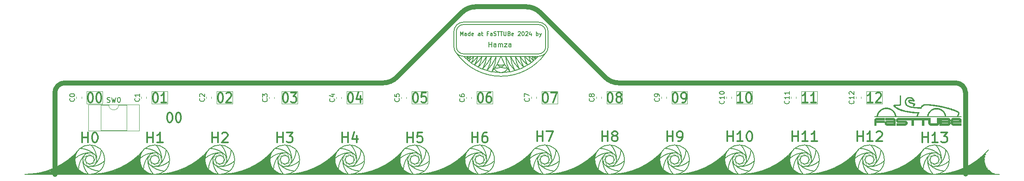
<source format=gbr>
%TF.GenerationSoftware,KiCad,Pcbnew,8.0.2*%
%TF.CreationDate,2024-06-27T20:10:10+03:00*%
%TF.ProjectId,MV_Abnehmerplatine,4d565f41-626e-4656-986d-6572706c6174,rev?*%
%TF.SameCoordinates,Original*%
%TF.FileFunction,Legend,Top*%
%TF.FilePolarity,Positive*%
%FSLAX46Y46*%
G04 Gerber Fmt 4.6, Leading zero omitted, Abs format (unit mm)*
G04 Created by KiCad (PCBNEW 8.0.2) date 2024-06-27 20:10:10*
%MOMM*%
%LPD*%
G01*
G04 APERTURE LIST*
%ADD10C,0.200000*%
%ADD11C,1.000000*%
%ADD12C,0.100000*%
%ADD13C,0.300000*%
%ADD14C,0.150000*%
%ADD15C,0.050000*%
%ADD16C,0.120000*%
%ADD17C,0.010000*%
G04 APERTURE END LIST*
D10*
X101710000Y-104304998D02*
G75*
G02*
X91510000Y-107021683I-10200000J17789998D01*
G01*
D11*
X113520000Y-105860000D02*
X113530000Y-105865000D01*
D12*
X78720196Y-102655858D02*
G75*
G02*
X79166003Y-104020000I-1864496J-1364242D01*
G01*
D11*
X205390000Y-106529999D02*
X205400000Y-106534999D01*
X126860002Y-106485999D02*
X126870002Y-106490999D01*
D10*
X154676332Y-105058958D02*
G75*
G02*
X144300002Y-107015000I-10376332J26543958D01*
G01*
D13*
X169070002Y-106749999D02*
X169080002Y-106754999D01*
D11*
X61330000Y-105736000D02*
X61340000Y-105741000D01*
D12*
X248235390Y-106533149D02*
G75*
G02*
X236690002Y-107008314I-11545390J140025249D01*
G01*
D11*
X110250000Y-106505001D02*
X110260000Y-106510001D01*
X127200002Y-104225999D02*
X127210002Y-104230999D01*
X61970000Y-105596000D02*
X61980000Y-105601000D01*
X180520002Y-104809999D02*
X180530002Y-104814999D01*
D12*
X145654144Y-104445196D02*
G75*
G02*
X144290002Y-104891005I-1364244J1864496D01*
G01*
X211654142Y-104445196D02*
G75*
G02*
X210290000Y-104891003I-1364242J1864496D01*
G01*
D10*
X118765999Y-104015001D02*
G75*
G02*
X117014001Y-104015001I-875999J0D01*
G01*
X117014001Y-104015001D02*
G75*
G02*
X118765999Y-104015001I875999J0D01*
G01*
D11*
X206530000Y-105729999D02*
X206540000Y-105734999D01*
X112560000Y-105250000D02*
X112570000Y-105255000D01*
X192080002Y-105999999D02*
X192090002Y-106004999D01*
X73870000Y-105384999D02*
X73880000Y-105389999D01*
D12*
X89855390Y-106545834D02*
G75*
G02*
X78310002Y-107020999I-11545390J140025234D01*
G01*
D13*
X247794337Y-106373158D02*
X247804337Y-106378158D01*
D10*
X211724018Y-104015000D02*
G75*
G02*
X208855982Y-104015000I-1434018J0D01*
G01*
X208855982Y-104015000D02*
G75*
G02*
X211724018Y-104015000I1434018J0D01*
G01*
D12*
X63445388Y-106545834D02*
G75*
G02*
X51900000Y-107020999I-11545388J140025234D01*
G01*
D10*
X128276332Y-105064958D02*
G75*
G02*
X117900002Y-107021000I-10376332J26543958D01*
G01*
X76385595Y-101715852D02*
G75*
G02*
X79305947Y-103008405I-211695J-4423648D01*
G01*
D12*
X103055388Y-106539833D02*
G75*
G02*
X91510000Y-107014998I-11545388J140025233D01*
G01*
X64659804Y-105385143D02*
G75*
G02*
X64214036Y-104021001I1864396J1364143D01*
G01*
D10*
X129185597Y-101716852D02*
G75*
G02*
X132105948Y-103009406I-211697J-4423648D01*
G01*
D11*
X111450249Y-106543346D02*
X111460249Y-106548346D01*
X58930000Y-106476000D02*
X58940000Y-106481000D01*
X233220002Y-103969999D02*
X233230002Y-103974999D01*
X193744566Y-105963486D02*
X193754566Y-105968486D01*
D10*
X236968031Y-101037187D02*
G75*
G02*
X238119039Y-104016161I-3277531J-2978213D01*
G01*
D13*
X154370002Y-103249999D02*
X154380002Y-103254999D01*
D11*
X100940000Y-105729999D02*
X100950000Y-105734999D01*
X172589048Y-88360000D02*
X240990003Y-88360001D01*
X193620002Y-103969999D02*
X193630002Y-103974999D01*
D14*
X104700000Y-107015000D02*
X117890000Y-107015000D01*
D10*
X155192401Y-105922756D02*
G75*
G02*
X156484935Y-103002385I4423399J-211544D01*
G01*
D11*
X243720002Y-106463315D02*
X243730002Y-106468315D01*
D12*
X142645390Y-106539833D02*
G75*
G02*
X131100002Y-107014998I-11545390J140025233D01*
G01*
D11*
X57997415Y-106985557D02*
X57990001Y-90360001D01*
D13*
X168800002Y-106499999D02*
X168810002Y-106504999D01*
X103270000Y-106819999D02*
X103280000Y-106824999D01*
D11*
X126260002Y-104965999D02*
X126270002Y-104970999D01*
D12*
X156829602Y-102746211D02*
G75*
G02*
X158109408Y-103395594I-353702J-2282889D01*
G01*
D13*
X220260000Y-103504999D02*
X220270000Y-103509999D01*
D10*
X133397500Y-102110046D02*
G75*
G02*
X132104934Y-105030385I-4423700J211746D01*
G01*
X158366001Y-104015000D02*
G75*
G02*
X156614003Y-104015000I-875999J0D01*
G01*
X156614003Y-104015000D02*
G75*
G02*
X158366001Y-104015000I875999J0D01*
G01*
X66524018Y-104021001D02*
G75*
G02*
X63655982Y-104021001I-1434018J0D01*
G01*
X63655982Y-104021001D02*
G75*
G02*
X66524018Y-104021001I1434018J0D01*
G01*
D11*
X153680002Y-105079999D02*
X153690002Y-105084999D01*
D10*
X186868268Y-104293485D02*
G75*
G02*
X183889294Y-105444506I-2978368J3277885D01*
G01*
D12*
X169325860Y-103584805D02*
G75*
G02*
X170690002Y-103138980I1364140J-1864095D01*
G01*
D10*
X114911734Y-103737423D02*
G75*
G02*
X117890708Y-102586380I2978166J-3277277D01*
G01*
D12*
X104269804Y-105379142D02*
G75*
G02*
X103823977Y-104015000I1864396J1364242D01*
G01*
D10*
X158210960Y-80950000D02*
G75*
G02*
X156210960Y-82950060I-2000060J0D01*
G01*
D12*
X90839602Y-102752212D02*
G75*
G02*
X92119407Y-103401596I-353702J-2282888D01*
G01*
D10*
X207339999Y-103454998D02*
G75*
G02*
X197100000Y-107016549I-10239999J12939998D01*
G01*
X144011970Y-106993720D02*
G75*
G02*
X142860915Y-104014746I3277630J2978320D01*
G01*
D11*
X179570002Y-104579999D02*
X179580002Y-104584999D01*
X180890002Y-106529999D02*
X180900002Y-106534999D01*
D13*
X195660002Y-106819999D02*
X195670002Y-106824999D01*
D10*
X81268266Y-104298485D02*
G75*
G02*
X78289292Y-105449504I-2978366J3277885D01*
G01*
D13*
X75060000Y-103509999D02*
X75070000Y-103514999D01*
X75360000Y-102924999D02*
X75370000Y-102929999D01*
D15*
X117290000Y-90110000D02*
X120490000Y-90110000D01*
X120490000Y-92610000D01*
X117290000Y-92610000D01*
X117290000Y-90110000D01*
D10*
X181592401Y-105922756D02*
G75*
G02*
X182884935Y-103002385I4423399J-211544D01*
G01*
D11*
X164380002Y-105829999D02*
X164390002Y-105834999D01*
D13*
X141220002Y-103404999D02*
X141230002Y-103409999D01*
D10*
X154780629Y-84226976D02*
G75*
G02*
X153488149Y-82954552I3430271J4776976D01*
G01*
D15*
X196490000Y-90110000D02*
X199690000Y-90110000D01*
X199690000Y-92610000D01*
X196490000Y-92610000D01*
X196490000Y-90110000D01*
D11*
X113060000Y-104960000D02*
X113070000Y-104965000D01*
D13*
X127630002Y-103430999D02*
X127640002Y-103435999D01*
D11*
X189720002Y-106429999D02*
X189730002Y-106434999D01*
X115630000Y-106570000D02*
X115640000Y-106575000D01*
D10*
X119324018Y-104015001D02*
G75*
G02*
X116455982Y-104015001I-1434018J0D01*
G01*
X116455982Y-104015001D02*
G75*
G02*
X119324018Y-104015001I1434018J0D01*
G01*
D11*
X176250002Y-106505000D02*
X176260002Y-106510000D01*
X219170000Y-104579999D02*
X219180000Y-104584999D01*
D13*
X195004337Y-106379842D02*
X195014337Y-106384842D01*
D12*
X92864144Y-104451197D02*
G75*
G02*
X91500002Y-104897005I-1364244J1864497D01*
G01*
D11*
X207290000Y-106529999D02*
X207300000Y-106534999D01*
D13*
X167460002Y-103504999D02*
X167470002Y-103509999D01*
D10*
X93414305Y-106321953D02*
G75*
G02*
X90493946Y-105029407I211595J4423453D01*
G01*
X139040960Y-77950000D02*
X139040960Y-80950000D01*
X167700002Y-104304998D02*
G75*
G02*
X157500002Y-107021684I-10200002J17789998D01*
G01*
D13*
X76860000Y-106824999D02*
X76870000Y-106829999D01*
D11*
X140060002Y-106479999D02*
X140070002Y-106484999D01*
D12*
X65520196Y-102656859D02*
G75*
G02*
X65966003Y-104021001I-1864496J-1364241D01*
G01*
D11*
X126770002Y-104585999D02*
X126780002Y-104590999D01*
D10*
X75311734Y-103742422D02*
G75*
G02*
X78290708Y-102591379I2978166J-3277278D01*
G01*
D11*
X140530002Y-105729999D02*
X140540002Y-105734999D01*
X140920002Y-104809999D02*
X140930002Y-104814999D01*
X193330002Y-105729999D02*
X193340002Y-105734999D01*
D14*
X78310002Y-107021000D02*
X91500002Y-107021000D01*
D10*
X196811970Y-106993720D02*
G75*
G02*
X195660915Y-104014746I3277630J2978320D01*
G01*
D11*
X216460000Y-106455000D02*
X216470000Y-106460000D01*
X151619208Y-105577643D02*
X151629208Y-105582643D01*
X139970002Y-104579999D02*
X139980002Y-104584999D01*
X191760002Y-105249999D02*
X191770002Y-105254999D01*
D10*
X120197498Y-102104047D02*
G75*
G02*
X118904931Y-105024385I-4423698J211747D01*
G01*
D13*
X182460002Y-106819999D02*
X182470002Y-106824999D01*
D10*
X62850707Y-102029373D02*
G75*
G02*
X51900000Y-107021000I-10950667J9516013D01*
G01*
D13*
X248450002Y-106813315D02*
X248460002Y-106818315D01*
D12*
X195821214Y-104675400D02*
G75*
G02*
X196470559Y-103395557I2282486J-353400D01*
G01*
D14*
X183900002Y-107014999D02*
X197090002Y-107014999D01*
D10*
X173690002Y-104014999D02*
G75*
G02*
X167690002Y-104014999I-3000000J0D01*
G01*
X167690002Y-104014999D02*
G75*
G02*
X173690002Y-104014999I3000000J0D01*
G01*
D11*
X219070000Y-105379999D02*
X219080000Y-105384999D01*
D13*
X233403561Y-103330164D02*
X233413561Y-103335164D01*
D11*
X98260249Y-106543345D02*
X98270249Y-106548345D01*
X88130002Y-104816000D02*
X88140002Y-104821000D01*
X242510002Y-106423315D02*
X242520002Y-106428315D01*
D12*
X210950400Y-105283789D02*
G75*
G02*
X209670555Y-104634445I353500J2282689D01*
G01*
D10*
X208232190Y-106200693D02*
G75*
G02*
X197100000Y-107015000I-11132190J75685593D01*
G01*
D14*
X90504007Y-106879233D02*
G75*
G02*
X78310002Y-107021000I-12194007J524359933D01*
G01*
D13*
X129660002Y-106825999D02*
X129670002Y-106830999D01*
X114603559Y-103330165D02*
X114613559Y-103335165D01*
D11*
X232270002Y-105379999D02*
X232280002Y-105384999D01*
D14*
X149390203Y-84609717D02*
G75*
G02*
X147827570Y-84608668I-780203J1659717D01*
G01*
D11*
X230530002Y-106469999D02*
X230540002Y-106474999D01*
D10*
X68068266Y-104299486D02*
G75*
G02*
X65089292Y-105450505I-2978366J3277886D01*
G01*
D15*
X64490000Y-90110000D02*
X67690000Y-90110000D01*
X67690000Y-92610000D01*
X64490000Y-92610000D01*
X64490000Y-90110000D01*
D13*
X89880002Y-106756000D02*
X89890002Y-106761000D01*
X247990002Y-106493315D02*
X248000002Y-106498315D01*
D10*
X195032192Y-106200693D02*
G75*
G02*
X183900002Y-107015000I-11132192J75685593D01*
G01*
D11*
X180000002Y-104219999D02*
X180010002Y-104224999D01*
X193720002Y-104809999D02*
X193730002Y-104814999D01*
X60720000Y-105866000D02*
X60730000Y-105871000D01*
D10*
X141992401Y-105922756D02*
G75*
G02*
X143284935Y-103002385I4423399J-211544D01*
G01*
D12*
X183459806Y-105379142D02*
G75*
G02*
X183013979Y-104015000I1864394J1364242D01*
G01*
D11*
X242240002Y-106498316D02*
X242250002Y-106503316D01*
D10*
X62100000Y-104310999D02*
G75*
G02*
X51900000Y-107027683I-10200000J17789999D01*
G01*
D11*
X150460002Y-106455000D02*
X150470002Y-106460000D01*
X166460002Y-106479999D02*
X166470002Y-106484999D01*
X99370000Y-105249999D02*
X99380000Y-105254999D01*
D14*
X149935201Y-85322146D02*
G75*
G02*
X147827552Y-84608724I-375001J2362146D01*
G01*
D12*
X158758791Y-103354600D02*
G75*
G02*
X158109448Y-104634446I-2282891J353600D01*
G01*
D10*
X118168029Y-101037188D02*
G75*
G02*
X119319037Y-104016162I-3277529J-2978212D01*
G01*
X155280739Y-83829008D02*
G75*
G02*
X154924280Y-82953429I2344461J1464808D01*
G01*
D12*
X237120198Y-102650858D02*
G75*
G02*
X237566005Y-104015000I-1864498J-1364242D01*
G01*
D11*
X177450251Y-106543345D02*
X177460251Y-106548345D01*
X230250251Y-106543345D02*
X230260251Y-106548345D01*
D13*
X181804337Y-106379842D02*
X181814337Y-106384842D01*
D12*
X116245388Y-106539834D02*
G75*
G02*
X104700000Y-107014999I-11545388J140025234D01*
G01*
D14*
X156494007Y-106873232D02*
G75*
G02*
X144300002Y-107014999I-12194007J524359932D01*
G01*
D11*
X167920002Y-106199999D02*
X167930002Y-106204999D01*
X60190000Y-106536000D02*
X60200000Y-106541000D01*
D10*
X139540960Y-77950000D02*
G75*
G02*
X141040960Y-76450060I1499940J0D01*
G01*
D11*
X139280002Y-105999999D02*
X139290002Y-106004999D01*
D10*
X142385597Y-101710852D02*
G75*
G02*
X145305948Y-103003406I-211697J-4423648D01*
G01*
D11*
X101230000Y-103969999D02*
X101240000Y-103974999D01*
D10*
X184168031Y-101037187D02*
G75*
G02*
X185319039Y-104016161I-3277531J-2978213D01*
G01*
D11*
X232930002Y-105729999D02*
X232940002Y-105734999D01*
D12*
X196429602Y-102746211D02*
G75*
G02*
X197709408Y-103395594I-353702J-2282889D01*
G01*
D13*
X206830000Y-103424999D02*
X206840000Y-103429999D01*
D11*
X218660000Y-104959999D02*
X218670000Y-104964999D01*
D12*
X170259806Y-105379142D02*
G75*
G02*
X169813979Y-104015000I1864394J1364242D01*
G01*
D10*
X156211477Y-82950478D02*
G75*
G02*
X141040001Y-82949999I-7585517J7000478D01*
G01*
D11*
X233100002Y-106489999D02*
X233110002Y-106494999D01*
D13*
X116270000Y-106750000D02*
X116280000Y-106755000D01*
D11*
X140944566Y-105963486D02*
X140954566Y-105968486D01*
X229660002Y-106455000D02*
X229670002Y-106460000D01*
D13*
X142204337Y-106379842D02*
X142214337Y-106384842D01*
D11*
X163770002Y-106229999D02*
X163780002Y-106234999D01*
D13*
X234604337Y-106379842D02*
X234614337Y-106384842D01*
D10*
X76232190Y-106205693D02*
G75*
G02*
X65100000Y-107020000I-11132190J75685593D01*
G01*
D11*
X87910002Y-106496000D02*
X87920002Y-106501000D01*
D10*
X143896038Y-82960861D02*
G75*
G02*
X142569117Y-84292513I-4855038J3510861D01*
G01*
D11*
X74060000Y-106484999D02*
X74070000Y-106489999D01*
X114770000Y-105590000D02*
X114780000Y-105595000D01*
D10*
X88510002Y-104310999D02*
G75*
G02*
X78310002Y-107027684I-10200002J17789999D01*
G01*
D13*
X74830000Y-103429999D02*
X74840000Y-103434999D01*
X102950000Y-106689999D02*
X102960000Y-106694999D01*
D11*
X192260002Y-104959999D02*
X192270002Y-104964999D01*
D12*
X77859804Y-105384142D02*
G75*
G02*
X77413977Y-104020000I1864396J1364242D01*
G01*
D13*
X127970002Y-103255999D02*
X127980002Y-103260999D01*
D11*
X57720000Y-106436000D02*
X57730000Y-106441000D01*
D13*
X154203561Y-103330164D02*
X154213561Y-103335164D01*
D12*
X129725860Y-103590805D02*
G75*
G02*
X131090002Y-103144980I1364140J-1864095D01*
G01*
D11*
X86600002Y-106536000D02*
X86610002Y-106541000D01*
X191219208Y-105577643D02*
X191229208Y-105582643D01*
D13*
X220203559Y-103330164D02*
X220213559Y-103335164D01*
D11*
X154370002Y-105589999D02*
X154380002Y-105594999D01*
D13*
X154260002Y-103504999D02*
X154270002Y-103509999D01*
D12*
X119158789Y-103354601D02*
G75*
G02*
X118509445Y-104634446I-2282889J353601D01*
G01*
D10*
X194100002Y-104304998D02*
G75*
G02*
X183900002Y-107021684I-10200002J17789998D01*
G01*
D13*
X154420002Y-103404999D02*
X154430002Y-103409999D01*
D10*
X153275661Y-85155016D02*
G75*
G02*
X152491476Y-82957517I4349539J2790816D01*
G01*
D11*
X180770002Y-105589999D02*
X180780002Y-105594999D01*
D10*
X221192399Y-105922756D02*
G75*
G02*
X222484932Y-103002384I4423401J-211544D01*
G01*
D11*
X100810000Y-104219999D02*
X100820000Y-104224999D01*
X99100000Y-106509999D02*
X99110000Y-106514999D01*
D12*
X76645388Y-106544833D02*
G75*
G02*
X65100000Y-107019998I-11545388J140025233D01*
G01*
D11*
X189450002Y-106505000D02*
X189460002Y-106510000D01*
X74820000Y-103974999D02*
X74830000Y-103979999D01*
D10*
X143092592Y-82994671D02*
G75*
G02*
X142569110Y-84292512I-3472592J646171D01*
G01*
X213268266Y-104293485D02*
G75*
G02*
X210289292Y-105444504I-2978366J3277885D01*
G01*
X105575999Y-104015000D02*
G75*
G02*
X103824001Y-104015000I-875999J0D01*
G01*
X103824001Y-104015000D02*
G75*
G02*
X105575999Y-104015000I875999J0D01*
G01*
D11*
X153730002Y-105729999D02*
X153740002Y-105734999D01*
D10*
X194607611Y-105707557D02*
G75*
G02*
X183900002Y-107014999I-10707611J43192557D01*
G01*
D11*
X110860000Y-106455001D02*
X110870000Y-106460001D01*
X61744564Y-105969487D02*
X61754564Y-105974487D01*
D13*
X235260002Y-106819999D02*
X235270002Y-106824999D01*
X182000002Y-106499999D02*
X182010002Y-106504999D01*
D11*
X246410002Y-103963315D02*
X246420002Y-103968315D01*
X114080000Y-105080000D02*
X114090000Y-105085000D01*
D10*
X199004305Y-106315952D02*
G75*
G02*
X196083947Y-105023405I211595J4423452D01*
G01*
D11*
X150570002Y-106229999D02*
X150580002Y-106234999D01*
X99690000Y-105999999D02*
X99700000Y-106004999D01*
D10*
X181650709Y-102023372D02*
G75*
G02*
X170700002Y-107015045I-10950709J9515972D01*
G01*
D11*
X112990000Y-106530000D02*
X113000000Y-106535000D01*
D13*
X114820000Y-103405000D02*
X114830000Y-103410000D01*
D10*
X207807609Y-105707557D02*
G75*
G02*
X197100000Y-107014999I-10707609J43192557D01*
G01*
D12*
X235045390Y-106539833D02*
G75*
G02*
X223500002Y-107014998I-11545390J140025233D01*
G01*
D11*
X125219208Y-105583643D02*
X125229208Y-105588643D01*
D10*
X246890002Y-104298314D02*
G75*
G02*
X236690002Y-107014997I-10200002J17790014D01*
G01*
D11*
X61720000Y-104816000D02*
X61730000Y-104821000D01*
D13*
X180960002Y-102919999D02*
X180970002Y-102924999D01*
D12*
X103335858Y-103584805D02*
G75*
G02*
X104700000Y-103138979I1364142J-1864095D01*
G01*
D13*
X61630000Y-103431000D02*
X61640000Y-103436000D01*
D11*
X101930000Y-106199999D02*
X101940000Y-106204999D01*
D12*
X198454144Y-104445196D02*
G75*
G02*
X197090002Y-104891005I-1364244J1864496D01*
G01*
D13*
X62020000Y-103411000D02*
X62030000Y-103416000D01*
D11*
X176520002Y-106429999D02*
X176530002Y-106434999D01*
D10*
X157625164Y-82364202D02*
G75*
G02*
X139617083Y-82350608I-8999204J6414202D01*
G01*
X147652215Y-82962541D02*
G75*
G02*
X145774348Y-85865089I-8611315J3512541D01*
G01*
D11*
X62830000Y-106576000D02*
X62840000Y-106581000D01*
D13*
X208400000Y-106499999D02*
X208410000Y-106504999D01*
X142670002Y-106749999D02*
X142680002Y-106754999D01*
D11*
X165860002Y-104959999D02*
X165870002Y-104964999D01*
D10*
X155858472Y-83271211D02*
G75*
G02*
X155412119Y-82957477I2352428J3821211D01*
G01*
D13*
X193860002Y-103504999D02*
X193870002Y-103509999D01*
D12*
X236029602Y-102746211D02*
G75*
G02*
X237309408Y-103395594I-353702J-2282889D01*
G01*
D13*
X114430000Y-103425000D02*
X114440000Y-103430000D01*
D12*
X172054144Y-104445196D02*
G75*
G02*
X170690002Y-104891005I-1364244J1864496D01*
G01*
D11*
X206480000Y-105079999D02*
X206490000Y-105084999D01*
D13*
X88270002Y-103511000D02*
X88280002Y-103516000D01*
X234800002Y-106499999D02*
X234810002Y-106504999D01*
D12*
X104039600Y-102746211D02*
G75*
G02*
X105319406Y-103395594I-353700J-2282889D01*
G01*
D10*
X185324020Y-104015000D02*
G75*
G02*
X182455984Y-104015000I-1434018J0D01*
G01*
X182455984Y-104015000D02*
G75*
G02*
X185324020Y-104015000I1434018J0D01*
G01*
X184766001Y-104015000D02*
G75*
G02*
X183014003Y-104015000I-875999J0D01*
G01*
X183014003Y-104015000D02*
G75*
G02*
X184766001Y-104015000I875999J0D01*
G01*
D11*
X207170000Y-105589999D02*
X207180000Y-105594999D01*
X126080002Y-106005999D02*
X126090002Y-106010999D01*
X220370000Y-105589999D02*
X220380000Y-105594999D01*
D12*
X223059804Y-105379142D02*
G75*
G02*
X222613977Y-104015000I1864396J1364242D01*
G01*
D10*
X75992399Y-105927756D02*
G75*
G02*
X77284932Y-103007384I4423401J-211544D01*
G01*
D13*
X233230002Y-103424999D02*
X233240002Y-103429999D01*
D12*
X90135860Y-103590806D02*
G75*
G02*
X91500002Y-103144981I1364140J-1864094D01*
G01*
D11*
X229050002Y-106505000D02*
X229060002Y-106510000D01*
D10*
X142050709Y-102023372D02*
G75*
G02*
X131100002Y-107015045I-10950709J9515972D01*
G01*
D11*
X97330000Y-106429999D02*
X97340000Y-106434999D01*
D10*
X139540960Y-80950000D02*
X139540960Y-77950000D01*
D11*
X244980002Y-106523315D02*
X244990002Y-106528315D01*
D13*
X63200000Y-106506000D02*
X63210000Y-106511000D01*
D11*
X155230002Y-106569999D02*
X155240002Y-106574999D01*
D13*
X156060002Y-106819999D02*
X156070002Y-106824999D01*
X193803561Y-103330164D02*
X193813561Y-103335164D01*
D11*
X149850002Y-106505000D02*
X149860002Y-106510000D01*
X194090002Y-106529999D02*
X194100002Y-106534999D01*
D15*
X77690000Y-90110000D02*
X80890000Y-90110000D01*
X80890000Y-92610000D01*
X77690000Y-92610000D01*
X77690000Y-90110000D01*
D11*
X166880002Y-105079999D02*
X166890002Y-105084999D01*
X87180002Y-104586000D02*
X87190002Y-104591000D01*
D10*
X173668268Y-104293485D02*
G75*
G02*
X170689294Y-105444506I-2978368J3277885D01*
G01*
D13*
X129004337Y-106385842D02*
X129014337Y-106390842D01*
D12*
X77629600Y-102751211D02*
G75*
G02*
X78909406Y-103400594I-353700J-2282889D01*
G01*
D11*
X245050002Y-104953315D02*
X245060002Y-104958315D01*
X166800002Y-104219999D02*
X166810002Y-104224999D01*
D10*
X141040960Y-76450000D02*
X156210960Y-76450000D01*
X150454501Y-86103252D02*
G75*
G02*
X149560174Y-82959988I7170599J3739052D01*
G01*
D13*
X102614335Y-106379842D02*
X102624335Y-106384842D01*
D11*
X141170002Y-105589999D02*
X141180002Y-105594999D01*
D14*
X144300002Y-107014999D02*
X157490002Y-107014999D01*
D10*
X199397500Y-102104046D02*
G75*
G02*
X198104934Y-105024385I-4423700J211746D01*
G01*
X221585595Y-101710852D02*
G75*
G02*
X224505947Y-103003405I-211695J-4423648D01*
G01*
X157710960Y-80950000D02*
G75*
G02*
X156210960Y-82450060I-1499960J-100D01*
G01*
D11*
X114890000Y-106530000D02*
X114900000Y-106535000D01*
X232880002Y-105079999D02*
X232890002Y-105084999D01*
D13*
X101580000Y-103249999D02*
X101590000Y-103254999D01*
D11*
X153120002Y-105859999D02*
X153130002Y-105864999D01*
D10*
X154511736Y-103737422D02*
G75*
G02*
X157490710Y-102586381I2978164J-3277278D01*
G01*
D11*
X167220002Y-103969999D02*
X167230002Y-103974999D01*
D12*
X235421214Y-104675400D02*
G75*
G02*
X236070559Y-103395557I2282486J-353400D01*
G01*
D11*
X153170002Y-104579999D02*
X153180002Y-104584999D01*
X84130002Y-106436000D02*
X84140002Y-106441000D01*
D13*
X61860000Y-103511000D02*
X61870000Y-103516000D01*
D11*
X233920002Y-106199999D02*
X233930002Y-106204999D01*
X87610002Y-104226000D02*
X87620002Y-104231000D01*
X57990001Y-90360001D02*
G75*
G02*
X59990002Y-88360001I1999999J1D01*
G01*
X86170002Y-105256000D02*
X86180002Y-105261000D01*
X83860002Y-106511001D02*
X83870002Y-106516001D01*
D13*
X141270002Y-103049999D02*
X141280002Y-103054999D01*
D11*
X60770000Y-104586000D02*
X60780000Y-104591000D01*
D10*
X79724018Y-104020000D02*
G75*
G02*
X76855982Y-104020000I-1434018J0D01*
G01*
X76855982Y-104020000D02*
G75*
G02*
X79724018Y-104020000I1434018J0D01*
G01*
X239690002Y-104014999D02*
G75*
G02*
X233690002Y-104014999I-3000000J0D01*
G01*
X233690002Y-104014999D02*
G75*
G02*
X239690002Y-104014999I3000000J0D01*
G01*
D11*
X165090002Y-106509999D02*
X165100002Y-106514999D01*
D10*
X142232192Y-106200693D02*
G75*
G02*
X131100002Y-107015000I-11132192J75685593D01*
G01*
D13*
X246810002Y-103398315D02*
X246820002Y-103403315D01*
D11*
X71370000Y-106234999D02*
X71380000Y-106239999D01*
D10*
X155639753Y-83507734D02*
G75*
G02*
X154924270Y-82953436I2571147J4057734D01*
G01*
D11*
X206400000Y-104219999D02*
X206410000Y-104224999D01*
D10*
X170968031Y-101037187D02*
G75*
G02*
X172119039Y-104016161I-3277531J-2978213D01*
G01*
D11*
X233344566Y-105963486D02*
X233354566Y-105968486D01*
X153900002Y-106489999D02*
X153910002Y-106494999D01*
D10*
X147661229Y-82966216D02*
G75*
G02*
X146760384Y-86100332I-8044129J615616D01*
G01*
D13*
X89750002Y-106696000D02*
X89760002Y-106701000D01*
X194020002Y-103404999D02*
X194030002Y-103409999D01*
D10*
X234785597Y-101710852D02*
G75*
G02*
X237705948Y-103003406I-211697J-4423648D01*
G01*
D11*
X73460000Y-104964999D02*
X73470000Y-104969999D01*
X176970002Y-106229999D02*
X176980002Y-106234999D01*
D15*
X143690000Y-90110000D02*
X146890000Y-90110000D01*
X146890000Y-92610000D01*
X143690000Y-92610000D01*
X143690000Y-90110000D01*
D11*
X246510002Y-104803315D02*
X246520002Y-104808315D01*
D12*
X116621212Y-104675401D02*
G75*
G02*
X117270556Y-103395557I2282488J-353399D01*
G01*
X92160402Y-105289790D02*
G75*
G02*
X90880556Y-104640447I353498J2282690D01*
G01*
D11*
X99800000Y-106529999D02*
X99810000Y-106534999D01*
D10*
X144568031Y-101037187D02*
G75*
G02*
X145719039Y-104016161I-3277531J-2978213D01*
G01*
X94500002Y-104021000D02*
G75*
G02*
X88500002Y-104021000I-3000000J0D01*
G01*
X88500002Y-104021000D02*
G75*
G02*
X94500002Y-104021000I3000000J0D01*
G01*
X238604305Y-106315952D02*
G75*
G02*
X235683947Y-105023405I211595J4423452D01*
G01*
X62276330Y-105064959D02*
G75*
G02*
X51900000Y-107021000I-10376330J26543959D01*
G01*
D11*
X193970002Y-105589999D02*
X193980002Y-105594999D01*
D10*
X225404303Y-106315952D02*
G75*
G02*
X222483946Y-105023404I211597J4423452D01*
G01*
D11*
X128830002Y-106575999D02*
X128840002Y-106580999D01*
D13*
X167230002Y-103424999D02*
X167240002Y-103429999D01*
D10*
X79165999Y-104020000D02*
G75*
G02*
X77414001Y-104020000I-875999J0D01*
G01*
X77414001Y-104020000D02*
G75*
G02*
X79165999Y-104020000I875999J0D01*
G01*
D13*
X63004335Y-106385843D02*
X63014335Y-106390843D01*
X76204335Y-106384842D02*
X76214335Y-106389842D01*
D11*
X163050002Y-106505000D02*
X163060002Y-106510000D01*
X87080002Y-105386000D02*
X87090002Y-105391000D01*
X153600002Y-104219999D02*
X153610002Y-104224999D01*
D10*
X208385595Y-101710852D02*
G75*
G02*
X211305947Y-103003405I-211695J-4423648D01*
G01*
X92376001Y-104021001D02*
G75*
G02*
X90624003Y-104021001I-875999J0D01*
G01*
X90624003Y-104021001D02*
G75*
G02*
X92376001Y-104021001I875999J0D01*
G01*
D14*
X169694007Y-106873232D02*
G75*
G02*
X157500002Y-107014999I-12194007J524359932D01*
G01*
D11*
X220120000Y-104809999D02*
X220130000Y-104814999D01*
X127469388Y-87188410D02*
G75*
G02*
X124640963Y-88359972I-2828488J2828610D01*
G01*
D10*
X233711736Y-103737422D02*
G75*
G02*
X236690710Y-102586381I2978164J-3277278D01*
G01*
D11*
X217050249Y-106543345D02*
X217060249Y-106548345D01*
D14*
X64094005Y-106879233D02*
G75*
G02*
X51900000Y-107021000I-12194005J524359933D01*
G01*
D10*
X238997500Y-102104046D02*
G75*
G02*
X237704934Y-105024385I-4423700J211746D01*
G01*
D13*
X194160002Y-102919999D02*
X194170002Y-102924999D01*
D10*
X151460001Y-85869999D02*
G75*
G02*
X149578279Y-82952643I6750999J6419999D01*
G01*
D11*
X244009208Y-105570959D02*
X244019208Y-105575959D01*
D15*
X209690000Y-90110000D02*
X212890000Y-90110000D01*
X212890000Y-92610000D01*
X209690000Y-92610000D01*
X209690000Y-90110000D01*
D10*
X89260709Y-102029373D02*
G75*
G02*
X78310002Y-107021001I-10950669J9516013D01*
G01*
D13*
X101470000Y-103504999D02*
X101480000Y-103509999D01*
D10*
X154053291Y-84715832D02*
G75*
G02*
X153391557Y-82968329I3571909J2351632D01*
G01*
D11*
X206060000Y-106479999D02*
X206070000Y-106484999D01*
X100470000Y-106479999D02*
X100480000Y-106484999D01*
X178560002Y-105249999D02*
X178570002Y-105254999D01*
D13*
X155404337Y-106379842D02*
X155414337Y-106384842D01*
D11*
X167100002Y-106489999D02*
X167110002Y-106494999D01*
D10*
X194276332Y-105058958D02*
G75*
G02*
X183900002Y-107015000I-10376332J26543958D01*
G01*
D11*
X141290002Y-106529999D02*
X141300002Y-106534999D01*
X193200002Y-104219999D02*
X193210002Y-104224999D01*
X75290000Y-106534999D02*
X75300000Y-106539999D01*
D10*
X154780629Y-84226976D02*
G75*
G02*
X154276633Y-82954722I2844471J1862776D01*
G01*
D13*
X207220000Y-103404999D02*
X207230000Y-103409999D01*
D11*
X152590002Y-106529999D02*
X152600002Y-106534999D01*
D12*
X129445390Y-106545833D02*
G75*
G02*
X117900002Y-107020998I-11545390J140025233D01*
G01*
D11*
X114000000Y-104220000D02*
X114010000Y-104225000D01*
D10*
X102642190Y-106200693D02*
G75*
G02*
X91510000Y-107015000I-11132190J75685593D01*
G01*
D11*
X125760002Y-105255999D02*
X125770002Y-105260999D01*
X138690002Y-106509999D02*
X138700002Y-106514999D01*
X100890000Y-105079999D02*
X100900000Y-105084999D01*
X192190002Y-106529999D02*
X192200002Y-106534999D01*
D13*
X142540002Y-106689999D02*
X142550002Y-106694999D01*
D11*
X114300000Y-106490000D02*
X114310000Y-106495000D01*
D13*
X88040002Y-103431000D02*
X88050002Y-103436000D01*
D11*
X101354564Y-105963486D02*
X101364564Y-105968486D01*
D13*
X180660002Y-103504999D02*
X180670002Y-103509999D01*
D11*
X164819208Y-105577643D02*
X164829208Y-105582643D01*
X192670002Y-105379999D02*
X192680002Y-105384999D01*
D10*
X172604305Y-106315952D02*
G75*
G02*
X169683947Y-105023405I211595J4423452D01*
G01*
D14*
X222494005Y-106873232D02*
G75*
G02*
X210300000Y-107014999I-12194005J524359932D01*
G01*
D13*
X88380002Y-103256000D02*
X88390002Y-103261000D01*
D12*
X209021212Y-104675400D02*
G75*
G02*
X209670556Y-103395556I2282488J-353400D01*
G01*
D13*
X221600000Y-106499999D02*
X221610000Y-106504999D01*
D10*
X75300000Y-104309998D02*
G75*
G02*
X65100000Y-107026683I-10200000J17789998D01*
G01*
D13*
X220470000Y-103049999D02*
X220480000Y-103054999D01*
D10*
X141040960Y-82450000D02*
X156210960Y-82450000D01*
D11*
X72130000Y-106474999D02*
X72140000Y-106479999D01*
X243440251Y-106536661D02*
X243450251Y-106541661D01*
D13*
X221740000Y-106689999D02*
X221750000Y-106694999D01*
D11*
X85060251Y-106549346D02*
X85070251Y-106554346D01*
D10*
X80597498Y-102109046D02*
G75*
G02*
X79304932Y-105029385I-4423698J211746D01*
G01*
X147290002Y-104014999D02*
G75*
G02*
X141290002Y-104014999I-3000000J0D01*
G01*
X141290002Y-104014999D02*
G75*
G02*
X147290002Y-104014999I3000000J0D01*
G01*
D13*
X88430002Y-103411000D02*
X88440002Y-103416000D01*
D10*
X153275661Y-85155016D02*
G75*
G02*
X151529124Y-82951044I4935339J5705016D01*
G01*
X129032192Y-106206693D02*
G75*
G02*
X117900002Y-107021000I-11132192J75685593D01*
G01*
D11*
X246290002Y-106483315D02*
X246300002Y-106488315D01*
D13*
X76540000Y-106694999D02*
X76550000Y-106699999D01*
D11*
X152660002Y-104959999D02*
X152670002Y-104964999D01*
X166930002Y-105729999D02*
X166940002Y-105734999D01*
X87690002Y-105086000D02*
X87700002Y-105091000D01*
X220720000Y-106199999D02*
X220730000Y-106204999D01*
X219600000Y-104219999D02*
X219610000Y-104224999D01*
X206944564Y-105963486D02*
X206954564Y-105968486D01*
D10*
X142469403Y-83011573D02*
G75*
G02*
X142124134Y-83862982I-2852303J660973D01*
G01*
X63185595Y-101716853D02*
G75*
G02*
X66105947Y-103009406I-211695J-4423647D01*
G01*
X89442192Y-106206694D02*
G75*
G02*
X78310002Y-107021001I-11132192J75685594D01*
G01*
D14*
X235694007Y-106873232D02*
G75*
G02*
X223500002Y-107014999I-12194007J524359932D01*
G01*
D10*
X132524020Y-104021000D02*
G75*
G02*
X129655984Y-104021000I-1434018J0D01*
G01*
X129655984Y-104021000D02*
G75*
G02*
X132524020Y-104021000I1434018J0D01*
G01*
X141040960Y-82450000D02*
G75*
G02*
X139541000Y-80950000I15940J1515900D01*
G01*
D11*
X59490000Y-106516000D02*
X59500000Y-106521000D01*
D12*
X130429602Y-102752211D02*
G75*
G02*
X131709408Y-103401594I-353702J-2282889D01*
G01*
D11*
X88500002Y-106536000D02*
X88510002Y-106541000D01*
D12*
X144950402Y-105283789D02*
G75*
G02*
X143670556Y-104634446I353498J2282689D01*
G01*
D10*
X186197500Y-102104046D02*
G75*
G02*
X184904934Y-105024385I-4423700J211746D01*
G01*
X200090002Y-104014999D02*
G75*
G02*
X194090002Y-104014999I-3000000J0D01*
G01*
X194090002Y-104014999D02*
G75*
G02*
X200090002Y-104014999I3000000J0D01*
G01*
D12*
X65750400Y-105289790D02*
G75*
G02*
X64470555Y-104640446I353500J2282690D01*
G01*
D11*
X124170002Y-106235999D02*
X124180002Y-106240999D01*
X85340002Y-106476000D02*
X85350002Y-106481000D01*
D10*
X223211968Y-106993720D02*
G75*
G02*
X222060914Y-104014746I3277632J2978320D01*
G01*
D11*
X217180000Y-105829999D02*
X217190000Y-105834999D01*
D10*
X212204303Y-106315952D02*
G75*
G02*
X209283946Y-105023404I211597J4423452D01*
G01*
D11*
X112019206Y-105577644D02*
X112029206Y-105582644D01*
D14*
X103704005Y-106873232D02*
G75*
G02*
X91510000Y-107014999I-12194005J524359932D01*
G01*
D13*
X193970002Y-103249999D02*
X193980002Y-103254999D01*
D10*
X146681646Y-82961010D02*
G75*
G02*
X145774326Y-85865073I-7061646J612510D01*
G01*
D11*
X193500002Y-106489999D02*
X193510002Y-106494999D01*
D10*
X220676330Y-105058958D02*
G75*
G02*
X210300000Y-107014999I-10376330J26543958D01*
G01*
D11*
X246120002Y-105723315D02*
X246130002Y-105728315D01*
X113570000Y-104580000D02*
X113580000Y-104585000D01*
D12*
X132358791Y-103360600D02*
G75*
G02*
X131709448Y-104640446I-2282891J353600D01*
G01*
D14*
X157500002Y-107014999D02*
X170690002Y-107014999D01*
D11*
X142030002Y-106569999D02*
X142040002Y-106574999D01*
D13*
X207360000Y-102919999D02*
X207370000Y-102924999D01*
D10*
X155585597Y-101710852D02*
G75*
G02*
X158505948Y-103003406I-211697J-4423648D01*
G01*
D11*
X71850249Y-106548345D02*
X71860249Y-106553345D01*
D14*
X170700002Y-107014999D02*
X183890002Y-107014999D01*
D13*
X129200002Y-106505999D02*
X129210002Y-106510999D01*
D12*
X105968789Y-103354600D02*
G75*
G02*
X105319446Y-104634446I-2282889J353600D01*
G01*
D11*
X164530002Y-106469999D02*
X164540002Y-106474999D01*
D12*
X224150400Y-105283789D02*
G75*
G02*
X222870555Y-104634445I353500J2282689D01*
G01*
D13*
X222060000Y-106819999D02*
X222070000Y-106824999D01*
X75170000Y-103254999D02*
X75180000Y-103259999D01*
X167570002Y-103249999D02*
X167580002Y-103254999D01*
D11*
X101580000Y-105589999D02*
X101590000Y-105594999D01*
D10*
X146681645Y-82961010D02*
G75*
G02*
X144839596Y-85539576I-7640645J3511010D01*
G01*
D13*
X194070002Y-103049999D02*
X194080002Y-103054999D01*
D11*
X114420000Y-103970000D02*
X114430000Y-103975000D01*
D14*
X77294005Y-106878232D02*
G75*
G02*
X65100000Y-107019999I-12194005J524359932D01*
G01*
D11*
X154490002Y-106529999D02*
X154500002Y-106534999D01*
D12*
X145558791Y-103354600D02*
G75*
G02*
X144909448Y-104634446I-2282891J353600D01*
G01*
D13*
X233570002Y-103249999D02*
X233580002Y-103254999D01*
D11*
X138419208Y-105577643D02*
X138429208Y-105582643D01*
X74400000Y-104224999D02*
X74410000Y-104229999D01*
D10*
X88550001Y-103460999D02*
G75*
G02*
X78310002Y-107022551I-10240001J12939999D01*
G01*
D12*
X182621214Y-104675400D02*
G75*
G02*
X183270559Y-103395557I2282486J-353400D01*
G01*
D10*
X148610000Y-82950000D02*
G75*
G02*
X146760383Y-86100330I-9569000J3500000D01*
G01*
X114900000Y-104304999D02*
G75*
G02*
X104700000Y-107021683I-10200000J17789999D01*
G01*
D11*
X166370002Y-104579999D02*
X166380002Y-104584999D01*
D10*
X152388865Y-85540266D02*
G75*
G02*
X150546617Y-82949458I5822035J6090266D01*
G01*
X88686332Y-105064959D02*
G75*
G02*
X78310002Y-107021000I-10376332J26543959D01*
G01*
D11*
X193280002Y-105079999D02*
X193290002Y-105084999D01*
D10*
X233740001Y-103454998D02*
G75*
G02*
X223500002Y-107016550I-10240001J12939998D01*
G01*
D11*
X242850002Y-106448316D02*
X242860002Y-106453316D01*
X111730000Y-106470000D02*
X111740000Y-106475000D01*
D13*
X168604337Y-106379842D02*
X168614337Y-106384842D01*
D10*
X167876332Y-105058958D02*
G75*
G02*
X157500002Y-107015000I-10376332J26543958D01*
G01*
D13*
X248260002Y-106743315D02*
X248270002Y-106748315D01*
X76400000Y-106504999D02*
X76410000Y-106509999D01*
D11*
X74700000Y-106494999D02*
X74710000Y-106499999D01*
D10*
X168207611Y-105707557D02*
G75*
G02*
X157500002Y-107014999I-10707611J43192557D01*
G01*
D11*
X102440000Y-106569999D02*
X102450000Y-106574999D01*
D13*
X141060002Y-103504999D02*
X141070002Y-103509999D01*
D11*
X137980002Y-105829999D02*
X137990002Y-105834999D01*
X176860002Y-106455000D02*
X176870002Y-106460000D01*
D10*
X213290000Y-104014999D02*
G75*
G02*
X207290000Y-104014999I-3000000J0D01*
G01*
X207290000Y-104014999D02*
G75*
G02*
X213290000Y-104014999I3000000J0D01*
G01*
D12*
X118550400Y-105283790D02*
G75*
G02*
X117270555Y-104634446I353500J2282690D01*
G01*
D10*
X155280738Y-83829008D02*
G75*
G02*
X154276636Y-82954726I2930262J4379108D01*
G01*
D11*
X111580000Y-105830000D02*
X111590000Y-105835000D01*
X172589055Y-88359983D02*
G75*
G02*
X169760645Y-87188393I-55J3999783D01*
G01*
X245460002Y-105373315D02*
X245470002Y-105378315D01*
D10*
X236411970Y-106993720D02*
G75*
G02*
X235260915Y-104014746I3277630J2978320D01*
G01*
D11*
X167320002Y-104809999D02*
X167330002Y-104814999D01*
D10*
X89595597Y-101716853D02*
G75*
G02*
X92515948Y-103009407I-211697J-4423647D01*
G01*
D12*
X103431212Y-104675400D02*
G75*
G02*
X104080556Y-103395556I2282488J-353400D01*
G01*
D10*
X146597500Y-102104046D02*
G75*
G02*
X145304934Y-105024385I-4423700J211746D01*
G01*
D11*
X74480000Y-105084999D02*
X74490000Y-105089999D01*
X128320002Y-106205999D02*
X128330002Y-106210999D01*
D13*
X103080000Y-106749999D02*
X103090000Y-106754999D01*
D10*
X180900002Y-104304998D02*
G75*
G02*
X170700002Y-107021684I-10200002J17789998D01*
G01*
D11*
X60080000Y-106006000D02*
X60090000Y-106011000D01*
D13*
X195200002Y-106499999D02*
X195210002Y-106504999D01*
D12*
X224854142Y-104445196D02*
G75*
G02*
X223490000Y-104891003I-1364242J1864496D01*
G01*
D10*
X157710960Y-80950000D02*
X157710960Y-77950000D01*
D13*
X180603561Y-103330164D02*
X180613561Y-103335164D01*
D10*
X210568029Y-101037187D02*
G75*
G02*
X211719038Y-104016161I-3277529J-2978213D01*
G01*
D13*
X233460002Y-103504999D02*
X233470002Y-103509999D01*
X182270002Y-106749999D02*
X182280002Y-106754999D01*
X167620002Y-103404999D02*
X167630002Y-103409999D01*
D11*
X86490002Y-106006000D02*
X86500002Y-106011000D01*
X205870000Y-105379999D02*
X205880000Y-105384999D01*
D10*
X154540001Y-103454998D02*
G75*
G02*
X144300002Y-107016550I-10240001J12939998D01*
G01*
D12*
X209859804Y-105379142D02*
G75*
G02*
X209413977Y-104015000I1864396J1364242D01*
G01*
D10*
X172997500Y-102104046D02*
G75*
G02*
X171704934Y-105024385I-4423700J211746D01*
G01*
D11*
X207520000Y-106199999D02*
X207530000Y-106204999D01*
X73390000Y-106534999D02*
X73400000Y-106539999D01*
X165680002Y-105999999D02*
X165690002Y-106004999D01*
D10*
X128792401Y-105928756D02*
G75*
G02*
X130084935Y-103008385I4423399J-211544D01*
G01*
D11*
X165790002Y-106529999D02*
X165800002Y-106534999D01*
D10*
X180940001Y-103454998D02*
G75*
G02*
X170700002Y-107016550I-10240001J12939998D01*
G01*
X63032190Y-106206694D02*
G75*
G02*
X51900000Y-107021001I-11132190J75685594D01*
G01*
X141009039Y-82950000D02*
G75*
G02*
X139040987Y-80950000I48061J2015600D01*
G01*
D12*
X171350402Y-105283789D02*
G75*
G02*
X170070556Y-104634446I353498J2282689D01*
G01*
D11*
X151180002Y-105829999D02*
X151190002Y-105834999D01*
D12*
X224758789Y-103354600D02*
G75*
G02*
X224109446Y-104634446I-2282889J353600D01*
G01*
D11*
X166270002Y-105379999D02*
X166280002Y-105384999D01*
D10*
X101886330Y-105058958D02*
G75*
G02*
X91510000Y-107014999I-10376330J26543958D01*
G01*
D11*
X124650251Y-106549345D02*
X124660251Y-106554345D01*
D14*
X149390203Y-84609717D02*
G75*
G02*
X147282482Y-85328359I-1738003J1647217D01*
G01*
D11*
X152480002Y-105999999D02*
X152490002Y-106004999D01*
D10*
X159797500Y-102104046D02*
G75*
G02*
X158504934Y-105024385I-4423700J211746D01*
G01*
D12*
X211558789Y-103354600D02*
G75*
G02*
X210909446Y-104634446I-2282889J353600D01*
G01*
D10*
X185804305Y-106315952D02*
G75*
G02*
X182883947Y-105023405I211595J4423452D01*
G01*
X141311736Y-103737422D02*
G75*
G02*
X144290710Y-102586381I2978164J-3277278D01*
G01*
D12*
X156125860Y-103584805D02*
G75*
G02*
X157490002Y-103138980I1364140J-1864095D01*
G01*
D13*
X235070002Y-106749999D02*
X235080002Y-106754999D01*
X142860002Y-106819999D02*
X142870002Y-106824999D01*
X246950002Y-102913315D02*
X246960002Y-102918315D01*
D12*
X144720198Y-102650858D02*
G75*
G02*
X145166005Y-104015000I-1864498J-1364242D01*
G01*
D10*
X226468266Y-104293485D02*
G75*
G02*
X223489292Y-105444504I-2978366J3277885D01*
G01*
D11*
X153070002Y-105379999D02*
X153080002Y-105384999D01*
X245560002Y-104573315D02*
X245570002Y-104578315D01*
X204130000Y-106469999D02*
X204140000Y-106474999D01*
D10*
X115407609Y-105707558D02*
G75*
G02*
X104700000Y-107015000I-10707609J43192558D01*
G01*
D11*
X220144564Y-105963486D02*
X220154564Y-105968486D01*
D13*
X101680000Y-103049999D02*
X101690000Y-103054999D01*
D12*
X158854144Y-104445196D02*
G75*
G02*
X157490002Y-104891005I-1364244J1864496D01*
G01*
X63821212Y-104681401D02*
G75*
G02*
X64470595Y-103401596I2282488J-353499D01*
G01*
D13*
X75003559Y-103335164D02*
X75013559Y-103340164D01*
D12*
X169421214Y-104675400D02*
G75*
G02*
X170070559Y-103395557I2282486J-353400D01*
G01*
X169045390Y-106539833D02*
G75*
G02*
X157500002Y-107014998I-11545390J140025233D01*
G01*
D13*
X128070002Y-103055999D02*
X128080002Y-103060999D01*
D11*
X140400002Y-104219999D02*
X140410002Y-104224999D01*
D12*
X78950400Y-105288789D02*
G75*
G02*
X77670555Y-104639445I353500J2282689D01*
G01*
D11*
X72960000Y-105254999D02*
X72970000Y-105259999D01*
X70650000Y-106510000D02*
X70660000Y-106515000D01*
X126720002Y-105865999D02*
X126730002Y-105870999D01*
D10*
X155007611Y-105707557D02*
G75*
G02*
X144300002Y-107014999I-10707611J43192557D01*
G01*
X91778031Y-101043188D02*
G75*
G02*
X92929039Y-104022162I-3277531J-2978212D01*
G01*
X142469403Y-83011573D02*
G75*
G02*
X141749987Y-83585245I-3428403J3561473D01*
G01*
D13*
X63660000Y-106826000D02*
X63670000Y-106831000D01*
D10*
X207311734Y-103737422D02*
G75*
G02*
X210290708Y-102586379I2978166J-3277278D01*
G01*
X197966001Y-104015000D02*
G75*
G02*
X196214003Y-104015000I-875999J0D01*
G01*
X196214003Y-104015000D02*
G75*
G02*
X197966001Y-104015000I875999J0D01*
G01*
X139040960Y-77950000D02*
G75*
G02*
X141040960Y-75950060I2000040J-100D01*
G01*
D13*
X61970000Y-103256000D02*
X61980000Y-103261000D01*
X102810000Y-106499999D02*
X102820000Y-106504999D01*
D11*
X232800002Y-104219999D02*
X232810002Y-104224999D01*
X231860002Y-104959999D02*
X231870002Y-104964999D01*
D10*
X168392401Y-105922756D02*
G75*
G02*
X169684935Y-103002385I4423399J-211544D01*
G01*
X221007609Y-105707557D02*
G75*
G02*
X210300000Y-107014999I-10707609J43192557D01*
G01*
D12*
X223920196Y-102650858D02*
G75*
G02*
X224366003Y-104015000I-1864496J-1364242D01*
G01*
D11*
X58780000Y-105836000D02*
X58790000Y-105841000D01*
D13*
X155600002Y-106499999D02*
X155610002Y-106504999D01*
D11*
X167570002Y-105589999D02*
X167580002Y-105594999D01*
D10*
X65368029Y-101043188D02*
G75*
G02*
X66519037Y-104022162I-3277529J-2978212D01*
G01*
D11*
X232320002Y-105859999D02*
X232330002Y-105864999D01*
D12*
X105360400Y-105283789D02*
G75*
G02*
X104080555Y-104634445I353500J2282689D01*
G01*
D11*
X216570000Y-106229999D02*
X216580000Y-106234999D01*
D12*
X197520198Y-102650858D02*
G75*
G02*
X197966005Y-104015000I-1864498J-1364242D01*
G01*
D13*
X169260002Y-106819999D02*
X169270002Y-106824999D01*
D11*
X242990002Y-90359999D02*
X242990002Y-106920000D01*
D10*
X76050707Y-102028372D02*
G75*
G02*
X65100000Y-107019999I-10950667J9516012D01*
G01*
D13*
X246593561Y-103323480D02*
X246603561Y-103328480D01*
D11*
X136920002Y-106429999D02*
X136930002Y-106434999D01*
X163320002Y-106429999D02*
X163330002Y-106434999D01*
D12*
X143629602Y-102746211D02*
G75*
G02*
X144909408Y-103395594I-353702J-2282889D01*
G01*
D10*
X102402399Y-105922756D02*
G75*
G02*
X103694932Y-103002384I4423401J-211544D01*
G01*
D13*
X141170002Y-103249999D02*
X141180002Y-103254999D01*
D15*
X156890000Y-90110000D02*
X160090000Y-90110000D01*
X160090000Y-92610000D01*
X156890000Y-92610000D01*
X156890000Y-90110000D01*
D14*
X197100000Y-107014999D02*
X210290000Y-107014999D01*
D12*
X195445390Y-106539833D02*
G75*
G02*
X183900002Y-107014998I-11545390J140025233D01*
G01*
D11*
X151330002Y-106469999D02*
X151340002Y-106474999D01*
X113470000Y-105380000D02*
X113480000Y-105385000D01*
D10*
X168632192Y-106200693D02*
G75*
G02*
X157500002Y-107015000I-11132192J75685593D01*
G01*
D13*
X101630000Y-103404999D02*
X101640000Y-103409999D01*
X141003561Y-103330164D02*
X141013561Y-103335164D01*
D12*
X156221214Y-104675400D02*
G75*
G02*
X156870559Y-103395557I2282486J-353400D01*
G01*
D10*
X168450709Y-102023372D02*
G75*
G02*
X157500002Y-107015045I-10950709J9515972D01*
G01*
X142003385Y-82966356D02*
G75*
G02*
X141469025Y-83354514I-2962285J3516156D01*
G01*
D12*
X235325860Y-103584805D02*
G75*
G02*
X236690002Y-103138980I1364140J-1864095D01*
G01*
D11*
X179470002Y-105379999D02*
X179480002Y-105384999D01*
X233690002Y-106529999D02*
X233700002Y-106534999D01*
D10*
X212597498Y-102104046D02*
G75*
G02*
X211304932Y-105024385I-4423698J211746D01*
G01*
D11*
X233320002Y-104809999D02*
X233330002Y-104814999D01*
X110520000Y-106430000D02*
X110530000Y-106435000D01*
D12*
X185158791Y-103354600D02*
G75*
G02*
X184509448Y-104634446I-2282891J353600D01*
G01*
D11*
X167344566Y-105963486D02*
X167354566Y-105968486D01*
X179520002Y-105859999D02*
X179530002Y-105864999D01*
X168430002Y-106569999D02*
X168440002Y-106574999D01*
X137370002Y-106229999D02*
X137380002Y-106234999D01*
D10*
X106134018Y-104015000D02*
G75*
G02*
X103265982Y-104015000I-1434018J0D01*
G01*
X103265982Y-104015000D02*
G75*
G02*
X106134018Y-104015000I1434018J0D01*
G01*
D13*
X182140002Y-106689999D02*
X182150002Y-106694999D01*
D11*
X139870002Y-105379999D02*
X139880002Y-105384999D01*
X178290002Y-106509999D02*
X178300002Y-106514999D01*
X153758153Y-72842792D02*
G75*
G02*
X156586597Y-74014348I-53J-4000208D01*
G01*
D10*
X239668268Y-104293485D02*
G75*
G02*
X236689294Y-105444506I-2978368J3277885D01*
G01*
D13*
X114870000Y-103050000D02*
X114880000Y-103055000D01*
D11*
X245650002Y-106473315D02*
X245660002Y-106478315D01*
D12*
X117229600Y-102746212D02*
G75*
G02*
X118509406Y-103395595I-353700J-2282888D01*
G01*
D10*
X238124020Y-104015000D02*
G75*
G02*
X235255984Y-104015000I-1434018J0D01*
G01*
X235255984Y-104015000D02*
G75*
G02*
X238124020Y-104015000I1434018J0D01*
G01*
X120890000Y-104015000D02*
G75*
G02*
X114890000Y-104015000I-3000000J0D01*
G01*
X114890000Y-104015000D02*
G75*
G02*
X120890000Y-104015000I3000000J0D01*
G01*
D12*
X210720196Y-102650858D02*
G75*
G02*
X211166003Y-104015000I-1864496J-1364242D01*
G01*
D11*
X72419206Y-105582643D02*
X72429206Y-105587643D01*
D10*
X62111734Y-103743423D02*
G75*
G02*
X65090708Y-102592380I2978166J-3277277D01*
G01*
D13*
X246860002Y-103043315D02*
X246870002Y-103048315D01*
D12*
X157059806Y-105379142D02*
G75*
G02*
X156613979Y-104015000I1864394J1364242D01*
G01*
D10*
X128607611Y-105713557D02*
G75*
G02*
X117900002Y-107020999I-10707611J43192557D01*
G01*
X141009039Y-82950000D02*
X156210960Y-82950000D01*
D11*
X191490002Y-106509999D02*
X191500002Y-106514999D01*
D14*
X223500002Y-107014999D02*
X236690002Y-107014999D01*
D11*
X138130002Y-106469999D02*
X138140002Y-106474999D01*
D10*
X156210960Y-76450000D02*
G75*
G02*
X157710900Y-77950000I-60J-1500000D01*
G01*
D12*
X143859806Y-105379142D02*
G75*
G02*
X143413979Y-104015000I1864394J1364242D01*
G01*
D11*
X123450002Y-106511000D02*
X123460002Y-106516000D01*
X194320002Y-106199999D02*
X194330002Y-106204999D01*
X127500002Y-106495999D02*
X127510002Y-106500999D01*
D15*
X130490000Y-90110000D02*
X133690000Y-90110000D01*
X133690000Y-92610000D01*
X130490000Y-92610000D01*
X130490000Y-90110000D01*
D10*
X75339999Y-103459998D02*
G75*
G02*
X65100000Y-107021549I-10239999J12939998D01*
G01*
D13*
X233760002Y-102919999D02*
X233770002Y-102924999D01*
D12*
X208645388Y-106539833D02*
G75*
G02*
X197100000Y-107014998I-11545388J140025233D01*
G01*
D11*
X74530000Y-105734999D02*
X74540000Y-105739999D01*
X151050251Y-106543345D02*
X151060251Y-106548345D01*
X205460000Y-104959999D02*
X205470000Y-104964999D01*
X231090002Y-106509999D02*
X231100002Y-106514999D01*
X115120000Y-106200000D02*
X115130000Y-106205000D01*
D14*
X130094007Y-106879232D02*
G75*
G02*
X117900002Y-107020999I-12194007J524359932D01*
G01*
D11*
X124780002Y-105835999D02*
X124790002Y-105840999D01*
D15*
X104090000Y-90110000D02*
X107290000Y-90110000D01*
X107290000Y-92610000D01*
X104090000Y-92610000D01*
X104090000Y-90110000D01*
D11*
X203850249Y-106543345D02*
X203860249Y-106548345D01*
X180300002Y-106489999D02*
X180310002Y-106494999D01*
X74944564Y-105968486D02*
X74954564Y-105973486D01*
D13*
X155870002Y-106749999D02*
X155880002Y-106754999D01*
D10*
X128100002Y-104310998D02*
G75*
G02*
X117900002Y-107027684I-10200002J17789998D01*
G01*
D11*
X153260002Y-106479999D02*
X153270002Y-106484999D01*
D10*
X141807611Y-105707557D02*
G75*
G02*
X131100002Y-107014999I-10707611J43192557D01*
G01*
D11*
X154020002Y-103969999D02*
X154030002Y-103974999D01*
X232370002Y-104579999D02*
X232380002Y-104584999D01*
X112290000Y-106510000D02*
X112300000Y-106515000D01*
D10*
X157211970Y-106993720D02*
G75*
G02*
X156060915Y-104014746I3277630J2978320D01*
G01*
X134090002Y-104020999D02*
G75*
G02*
X128090002Y-104020999I-3000000J0D01*
G01*
X128090002Y-104020999D02*
G75*
G02*
X134090002Y-104020999I3000000J0D01*
G01*
D12*
X90231214Y-104681401D02*
G75*
G02*
X90880598Y-103401597I2282486J-353499D01*
G01*
X92768791Y-103360601D02*
G75*
G02*
X92119448Y-104640447I-2282891J353601D01*
G01*
D11*
X230380002Y-105829999D02*
X230390002Y-105834999D01*
D13*
X75270000Y-103054999D02*
X75280000Y-103059999D01*
D11*
X61280000Y-105086000D02*
X61290000Y-105091000D01*
D13*
X88570002Y-102926000D02*
X88580002Y-102931000D01*
X116140000Y-106690000D02*
X116150000Y-106695000D01*
X220370000Y-103249999D02*
X220380000Y-103254999D01*
D12*
X222221212Y-104675400D02*
G75*
G02*
X222870556Y-103395556I2282488J-353400D01*
G01*
D13*
X167760002Y-102919999D02*
X167770002Y-102924999D01*
D11*
X151890002Y-106509999D02*
X151900002Y-106514999D01*
D13*
X155740002Y-106689999D02*
X155750002Y-106694999D01*
D11*
X85900002Y-106516000D02*
X85910002Y-106521000D01*
D12*
X119254142Y-104445197D02*
G75*
G02*
X117890000Y-104891004I-1364242J1864497D01*
G01*
D10*
X234207611Y-105707557D02*
G75*
G02*
X223500002Y-107014999I-10707611J43192557D01*
G01*
X145706761Y-82950666D02*
G75*
G02*
X143975644Y-85136504I-6665761J3500666D01*
G01*
D12*
X183229602Y-102746211D02*
G75*
G02*
X184509408Y-103395594I-353702J-2282889D01*
G01*
D11*
X231790002Y-106529999D02*
X231800002Y-106534999D01*
D10*
X194140001Y-103454998D02*
G75*
G02*
X183900002Y-107016550I-10240001J12939998D01*
G01*
D13*
X248130002Y-106683315D02*
X248140002Y-106688315D01*
X89610002Y-106506000D02*
X89620002Y-106511000D01*
D11*
X62090000Y-106536000D02*
X62100000Y-106541000D01*
X231680002Y-105999999D02*
X231690002Y-106004999D01*
D10*
X208050707Y-102023372D02*
G75*
G02*
X197100000Y-107015043I-10950707J9515972D01*
G01*
D11*
X97780000Y-106229999D02*
X97790000Y-106234999D01*
D10*
X247397611Y-105700873D02*
G75*
G02*
X236690002Y-107008315I-10707611J43192573D01*
G01*
D12*
X105130196Y-102650858D02*
G75*
G02*
X105576003Y-104015000I-1864496J-1364242D01*
G01*
X66358789Y-103360601D02*
G75*
G02*
X65709445Y-104640446I-2282889J353601D01*
G01*
D13*
X208540000Y-106689999D02*
X208550000Y-106694999D01*
D10*
X144750748Y-82986088D02*
G75*
G02*
X143261737Y-84674033I-5709748J3536088D01*
G01*
X152388865Y-85540266D02*
G75*
G02*
X151529119Y-82951048I5236335J3176066D01*
G01*
D11*
X208030000Y-106569999D02*
X208040000Y-106574999D01*
D12*
X155845390Y-106539833D02*
G75*
G02*
X144300002Y-107014998I-11545390J140025233D01*
G01*
X76925858Y-103589805D02*
G75*
G02*
X78290000Y-103143979I1364142J-1864095D01*
G01*
D10*
X102795595Y-101710852D02*
G75*
G02*
X105715947Y-103003405I-211695J-4423648D01*
G01*
D11*
X59760000Y-105256000D02*
X59770000Y-105261000D01*
X127620002Y-103975999D02*
X127630002Y-103980999D01*
D10*
X226490000Y-104014999D02*
G75*
G02*
X220490000Y-104014999I-3000000J0D01*
G01*
X220490000Y-104014999D02*
G75*
G02*
X226490000Y-104014999I3000000J0D01*
G01*
D11*
X124930002Y-106475999D02*
X124940002Y-106480999D01*
D10*
X207300000Y-104304998D02*
G75*
G02*
X197100000Y-107021683I-10200000J17789998D01*
G01*
X62792399Y-105928757D02*
G75*
G02*
X64084932Y-103008385I4423401J-211543D01*
G01*
X81290000Y-104019999D02*
G75*
G02*
X75290000Y-104019999I-3000000J0D01*
G01*
X75290000Y-104019999D02*
G75*
G02*
X81290000Y-104019999I3000000J0D01*
G01*
X247640709Y-102016688D02*
G75*
G02*
X236690002Y-107008355I-10950709J9515988D01*
G01*
D11*
X140643435Y-74014364D02*
G75*
G02*
X143471862Y-72842779I2828365J-2828236D01*
G01*
D12*
X171120198Y-102650858D02*
G75*
G02*
X171566005Y-104015000I-1864498J-1364242D01*
G01*
X185254144Y-104445196D02*
G75*
G02*
X183890002Y-104891005I-1364244J1864496D01*
G01*
D10*
X186890002Y-104014999D02*
G75*
G02*
X180890002Y-104014999I-3000000J0D01*
G01*
X180890002Y-104014999D02*
G75*
G02*
X186890002Y-104014999I3000000J0D01*
G01*
D15*
X170090000Y-90110000D02*
X173290000Y-90110000D01*
X173290000Y-92610000D01*
X170090000Y-92610000D01*
X170090000Y-90110000D01*
D12*
X116525858Y-103584806D02*
G75*
G02*
X117890000Y-103138980I1364142J-1864094D01*
G01*
D11*
X231360002Y-105249999D02*
X231370002Y-105254999D01*
D13*
X207170000Y-103249999D02*
X207180000Y-103254999D01*
D11*
X100380000Y-104579999D02*
X100390000Y-104584999D01*
X60670000Y-105386000D02*
X60680000Y-105391000D01*
D10*
X197368031Y-101037187D02*
G75*
G02*
X198519039Y-104016161I-3277531J-2978213D01*
G01*
D13*
X116000000Y-106500000D02*
X116010000Y-106505000D01*
X220560000Y-102919999D02*
X220570000Y-102924999D01*
D12*
X237958791Y-103354600D02*
G75*
G02*
X237309448Y-104634446I-2282891J353600D01*
G01*
D10*
X106614303Y-106315952D02*
G75*
G02*
X103693946Y-105023404I211597J4423452D01*
G01*
D11*
X60860000Y-106486000D02*
X60870000Y-106491000D01*
D10*
X158924020Y-104015000D02*
G75*
G02*
X156055984Y-104015000I-1434018J0D01*
G01*
X156055984Y-104015000D02*
G75*
G02*
X158924020Y-104015000I1434018J0D01*
G01*
D11*
X97060000Y-106505000D02*
X97070000Y-106510000D01*
X125490002Y-106515999D02*
X125500002Y-106520999D01*
D10*
X88521736Y-103743423D02*
G75*
G02*
X91500710Y-102592382I2978164J-3277277D01*
G01*
X128111736Y-103743422D02*
G75*
G02*
X131090710Y-102592381I2978164J-3277278D01*
G01*
D12*
X184550402Y-105283789D02*
G75*
G02*
X183270556Y-104634446I353498J2282689D01*
G01*
D10*
X68090000Y-104021000D02*
G75*
G02*
X62090000Y-104021000I-3000000J0D01*
G01*
X62090000Y-104021000D02*
G75*
G02*
X68090000Y-104021000I3000000J0D01*
G01*
D11*
X98829206Y-105577643D02*
X98839206Y-105582643D01*
D13*
X101240000Y-103424999D02*
X101250000Y-103429999D01*
X116460000Y-106820000D02*
X116470000Y-106825000D01*
D10*
X143092592Y-82994671D02*
G75*
G02*
X142124143Y-83862991I-4051592J3544571D01*
G01*
D11*
X219680000Y-105079999D02*
X219690000Y-105084999D01*
D13*
X207270000Y-103049999D02*
X207280000Y-103054999D01*
D10*
X155639754Y-83507734D02*
G75*
G02*
X155412127Y-82957472I1985446J1143534D01*
G01*
X142003385Y-82966356D02*
G75*
G02*
X141749990Y-83585243I-2386385J615756D01*
G01*
D13*
X167403561Y-103330164D02*
X167413561Y-103335164D01*
D11*
X218480000Y-105999999D02*
X218490000Y-106004999D01*
X190650251Y-106543345D02*
X190660251Y-106548345D01*
X192770002Y-104579999D02*
X192780002Y-104584999D01*
D13*
X62070000Y-103056000D02*
X62080000Y-103061000D01*
D11*
X141520002Y-106199999D02*
X141530002Y-106204999D01*
D10*
X64811968Y-106999721D02*
G75*
G02*
X63660913Y-104020747I3277632J2978321D01*
G01*
D13*
X168940002Y-106689999D02*
X168950002Y-106694999D01*
D14*
X209294005Y-106873232D02*
G75*
G02*
X197100000Y-107014999I-12194005J524359932D01*
G01*
D11*
X244280002Y-106503315D02*
X244290002Y-106508315D01*
X114130000Y-105730000D02*
X114140000Y-105735000D01*
D13*
X63340000Y-106696000D02*
X63350000Y-106701000D01*
D11*
X114520000Y-104810000D02*
X114530000Y-104815000D01*
D12*
X131750402Y-105289789D02*
G75*
G02*
X130470556Y-104640446I353498J2282689D01*
G01*
D10*
X130811970Y-106999720D02*
G75*
G02*
X129660915Y-104020746I3277630J2978320D01*
G01*
D11*
X99870000Y-104959999D02*
X99880000Y-104964999D01*
X59990002Y-88360000D02*
X124640956Y-88360000D01*
D10*
X233700002Y-104304998D02*
G75*
G02*
X223500002Y-107021684I-10200002J17789998D01*
G01*
D11*
X230819208Y-105577643D02*
X230829208Y-105582643D01*
X192860002Y-106479999D02*
X192870002Y-106484999D01*
X98540000Y-106469999D02*
X98550000Y-106474999D01*
D12*
X142925860Y-103584805D02*
G75*
G02*
X144290002Y-103138980I1364140J-1864095D01*
G01*
D11*
X217619206Y-105577643D02*
X217629206Y-105582643D01*
D13*
X128020002Y-103410999D02*
X128030002Y-103415999D01*
D11*
X217330000Y-106469999D02*
X217340000Y-106474999D01*
D13*
X114770000Y-103250000D02*
X114780000Y-103255000D01*
D11*
X88380002Y-105596000D02*
X88390002Y-105601000D01*
D10*
X167740001Y-103454998D02*
G75*
G02*
X157500002Y-107016550I-10240001J12939998D01*
G01*
D11*
X245510002Y-105853315D02*
X245520002Y-105858315D01*
X140820002Y-103969999D02*
X140830002Y-103974999D01*
X87130002Y-105866000D02*
X87140002Y-105871000D01*
X84580002Y-106236000D02*
X84590002Y-106241000D01*
D13*
X233670002Y-103049999D02*
X233680002Y-103054999D01*
D11*
X139390002Y-106529999D02*
X139400002Y-106534999D01*
D14*
X116894005Y-106873233D02*
G75*
G02*
X104700000Y-107015000I-12194005J524359933D01*
G01*
D13*
X220420000Y-103404999D02*
X220430000Y-103409999D01*
D10*
X167711736Y-103737422D02*
G75*
G02*
X170690710Y-102586381I2978164J-3277278D01*
G01*
D11*
X73970000Y-104584999D02*
X73980000Y-104589999D01*
D12*
X182245390Y-106539833D02*
G75*
G02*
X170700002Y-107014998I-11545390J140025233D01*
G01*
D11*
X101110000Y-106489999D02*
X101120000Y-106494999D01*
X190780002Y-105829999D02*
X190790002Y-105834999D01*
D10*
X134068268Y-104299485D02*
G75*
G02*
X131089294Y-105450506I-2978368J3277885D01*
G01*
D13*
X246760002Y-103243315D02*
X246770002Y-103248315D01*
D11*
X75520000Y-106204999D02*
X75530000Y-106209999D01*
D10*
X94478268Y-104299486D02*
G75*
G02*
X91499294Y-105450506I-2978368J3277886D01*
G01*
X156210960Y-75950000D02*
G75*
G02*
X158210900Y-77950000I140J-1999800D01*
G01*
D11*
X154144566Y-105963486D02*
X154154566Y-105968486D01*
X136650002Y-106505000D02*
X136660002Y-106510000D01*
X219730000Y-105729999D02*
X219740000Y-105734999D01*
X127330002Y-105735999D02*
X127340002Y-105740999D01*
D13*
X207003559Y-103330164D02*
X207013559Y-103335164D01*
X63470000Y-106756000D02*
X63480000Y-106761000D01*
D11*
X246880002Y-106523315D02*
X246890002Y-106528315D01*
D12*
X129821214Y-104681400D02*
G75*
G02*
X130470559Y-103401557I2282486J-353400D01*
G01*
X182525860Y-103584805D02*
G75*
G02*
X183890002Y-103138980I1364140J-1864095D01*
G01*
D11*
X163660002Y-106455000D02*
X163670002Y-106460000D01*
D13*
X88480002Y-103056000D02*
X88490002Y-103061000D01*
X207060000Y-103504999D02*
X207070000Y-103509999D01*
D10*
X104978029Y-101037187D02*
G75*
G02*
X106129038Y-104016161I-3277529J-2978213D01*
G01*
D14*
X131100002Y-107014999D02*
X144290002Y-107014999D01*
D10*
X75807609Y-105712557D02*
G75*
G02*
X65100000Y-107019999I-10707609J43192557D01*
G01*
D12*
X64429600Y-102752212D02*
G75*
G02*
X65709406Y-103401595I-353700J-2282888D01*
G01*
D10*
X195185597Y-101710852D02*
G75*
G02*
X198105948Y-103003406I-211697J-4423648D01*
G01*
D13*
X221870000Y-106749999D02*
X221880000Y-106754999D01*
D10*
X115985595Y-101710853D02*
G75*
G02*
X118905947Y-103003406I-211695J-4423647D01*
G01*
X80204303Y-106320952D02*
G75*
G02*
X77283946Y-105028404I211597J4423452D01*
G01*
D11*
X240990003Y-88360001D02*
G75*
G02*
X242989999Y-90359999I-3J-1999999D01*
G01*
X192720002Y-105859999D02*
X192730002Y-105864999D01*
X247620002Y-106563315D02*
X247630002Y-106568315D01*
D10*
X128140001Y-103460998D02*
G75*
G02*
X117900002Y-107022550I-10240001J12939998D01*
G01*
D11*
X217890000Y-106509999D02*
X217900000Y-106514999D01*
X87740002Y-105736000D02*
X87750002Y-105741000D01*
D10*
X101721734Y-103737422D02*
G75*
G02*
X104700708Y-102586379I2978166J-3277278D01*
G01*
X115592399Y-105922757D02*
G75*
G02*
X116884932Y-103002385I4423401J-211543D01*
G01*
D11*
X206920000Y-104809999D02*
X206930000Y-104814999D01*
X112880000Y-106000000D02*
X112890000Y-106005000D01*
D13*
X142400002Y-106499999D02*
X142410002Y-106504999D01*
D12*
X79654142Y-104450196D02*
G75*
G02*
X78290000Y-104896003I-1364242J1864496D01*
G01*
D13*
X167670002Y-103049999D02*
X167680002Y-103054999D01*
D10*
X194850709Y-102023372D02*
G75*
G02*
X183900002Y-107015045I-10950709J9515972D01*
G01*
D11*
X206820000Y-103969999D02*
X206830000Y-103974999D01*
D12*
X66454142Y-104451197D02*
G75*
G02*
X65090000Y-104897004I-1364242J1864497D01*
G01*
D10*
X247066332Y-105052274D02*
G75*
G02*
X236690002Y-107008314I-10376332J26543974D01*
G01*
D11*
X59219206Y-105583644D02*
X59229206Y-105588644D01*
X87270002Y-106486000D02*
X87280002Y-106491000D01*
X179060002Y-104959999D02*
X179070002Y-104964999D01*
X127970002Y-105595999D02*
X127980002Y-105600999D01*
D13*
X127803561Y-103336164D02*
X127813561Y-103341164D01*
D11*
X233570002Y-105589999D02*
X233580002Y-105594999D01*
D14*
X117900002Y-107020999D02*
X131090002Y-107020999D01*
D13*
X180770002Y-103249999D02*
X180780002Y-103254999D01*
X114960000Y-102920000D02*
X114970000Y-102925000D01*
D11*
X113660000Y-106480000D02*
X113670000Y-106485000D01*
D10*
X143896039Y-82960861D02*
G75*
G02*
X143261737Y-84674037I-4278939J610261D01*
G01*
X246930001Y-103448314D02*
G75*
G02*
X236690002Y-107009863I-10240001J12940014D01*
G01*
D11*
X126670002Y-105385999D02*
X126680002Y-105390999D01*
X110970000Y-106230000D02*
X110980000Y-106235000D01*
X205920000Y-105859999D02*
X205930000Y-105864999D01*
D10*
X180911736Y-103737422D02*
G75*
G02*
X183890710Y-102586381I2978164J-3277278D01*
G01*
D11*
X101330000Y-104809999D02*
X101340000Y-104814999D01*
D10*
X131966001Y-104021000D02*
G75*
G02*
X130214003Y-104021000I-875999J0D01*
G01*
X130214003Y-104021000D02*
G75*
G02*
X131966001Y-104021000I875999J0D01*
G01*
X141300002Y-104304998D02*
G75*
G02*
X131100002Y-107021684I-10200002J17789998D01*
G01*
X194111736Y-103737422D02*
G75*
G02*
X197090710Y-102586381I2978164J-3277278D01*
G01*
D13*
X89414337Y-106385843D02*
X89424337Y-106390843D01*
D11*
X126190002Y-106535999D02*
X126200002Y-106540999D01*
X246760002Y-105583315D02*
X246770002Y-105588315D01*
X85629208Y-105583644D02*
X85639208Y-105588644D01*
D13*
X88213561Y-103336165D02*
X88223561Y-103341165D01*
X154560002Y-102919999D02*
X154570002Y-102924999D01*
D11*
X89240002Y-106576000D02*
X89250002Y-106581000D01*
X71980000Y-105834999D02*
X71990000Y-105839999D01*
D10*
X234632192Y-106200693D02*
G75*
G02*
X223500002Y-107015000I-11132192J75685593D01*
G01*
D11*
X70920000Y-106434999D02*
X70930000Y-106439999D01*
D13*
X208860000Y-106819999D02*
X208870000Y-106824999D01*
D10*
X120868266Y-104293486D02*
G75*
G02*
X117889292Y-105444505I-2978366J3277886D01*
G01*
D11*
X178990002Y-106529999D02*
X179000002Y-106534999D01*
D10*
X89202401Y-105928757D02*
G75*
G02*
X90494934Y-103008385I4423399J-211543D01*
G01*
D13*
X140830002Y-103424999D02*
X140840002Y-103429999D01*
D10*
X207992399Y-105922756D02*
G75*
G02*
X209284932Y-103002384I4423401J-211544D01*
G01*
D11*
X156586580Y-74014365D02*
X169760627Y-87188411D01*
X61500000Y-106496000D02*
X61510000Y-106501000D01*
D12*
X118320196Y-102650859D02*
G75*
G02*
X118766003Y-104015001I-1864496J-1364241D01*
G01*
X130659806Y-105385142D02*
G75*
G02*
X130213979Y-104021000I1864394J1364242D01*
G01*
D11*
X177730002Y-106469999D02*
X177740002Y-106474999D01*
D10*
X114939999Y-103454999D02*
G75*
G02*
X104700000Y-107016550I-10239999J12939999D01*
G01*
D11*
X101700000Y-106529999D02*
X101710000Y-106534999D01*
D12*
X131520198Y-102656858D02*
G75*
G02*
X131966005Y-104021000I-1864498J-1364242D01*
G01*
X222829600Y-102746211D02*
G75*
G02*
X224109406Y-103395594I-353700J-2282889D01*
G01*
D11*
X194830002Y-106569999D02*
X194840002Y-106574999D01*
D10*
X151460001Y-85869999D02*
G75*
G02*
X150557047Y-82948592I6165199J3505799D01*
G01*
D13*
X246420002Y-103418315D02*
X246430002Y-103423315D01*
D10*
X92934020Y-104021001D02*
G75*
G02*
X90065984Y-104021001I-1434018J0D01*
G01*
X90065984Y-104021001D02*
G75*
G02*
X92934020Y-104021001I1434018J0D01*
G01*
D11*
X245990002Y-104213315D02*
X246000002Y-104218315D01*
X180130002Y-105729999D02*
X180140002Y-105734999D01*
X220490000Y-106529999D02*
X220500000Y-106534999D01*
X84470002Y-106461001D02*
X84480002Y-106466001D01*
D12*
X195725860Y-103584805D02*
G75*
G02*
X197090002Y-103138980I1364140J-1864095D01*
G01*
X222125858Y-103584805D02*
G75*
G02*
X223490000Y-103138979I1364142J-1864095D01*
G01*
D13*
X62160000Y-102926000D02*
X62170000Y-102931000D01*
X193630002Y-103424999D02*
X193640002Y-103429999D01*
D10*
X168785597Y-101710852D02*
G75*
G02*
X171705948Y-103003406I-211697J-4423648D01*
G01*
X115832190Y-106200694D02*
G75*
G02*
X104700000Y-107015001I-11132190J75685594D01*
G01*
X91221970Y-106999721D02*
G75*
G02*
X90070915Y-104020747I3277630J2978321D01*
G01*
D12*
X143021214Y-104675400D02*
G75*
G02*
X143670559Y-103395557I2282486J-353400D01*
G01*
D11*
X88730002Y-106206000D02*
X88740002Y-106211000D01*
X74920000Y-104814999D02*
X74930000Y-104819999D01*
X100280000Y-105379999D02*
X100290000Y-105384999D01*
D12*
X132454144Y-104451196D02*
G75*
G02*
X131090002Y-104897005I-1364244J1864496D01*
G01*
X238054144Y-104445196D02*
G75*
G02*
X236690002Y-104891005I-1364244J1864496D01*
G01*
X208925858Y-103584805D02*
G75*
G02*
X210290000Y-103138979I1364142J-1864095D01*
G01*
D11*
X202920000Y-106429999D02*
X202930000Y-106434999D01*
D10*
X194792401Y-105922756D02*
G75*
G02*
X196084935Y-103002385I4423399J-211544D01*
G01*
X93807500Y-102110047D02*
G75*
G02*
X92514934Y-105030386I-4423700J211747D01*
G01*
X225797498Y-102104046D02*
G75*
G02*
X224504932Y-105024385I-4423698J211746D01*
G01*
D11*
X138960002Y-105249999D02*
X138970002Y-105254999D01*
X123720002Y-106435999D02*
X123730002Y-106440999D01*
X221230000Y-106569999D02*
X221240000Y-106574999D01*
D10*
X154500002Y-104304998D02*
G75*
G02*
X144300002Y-107021684I-10200002J17789998D01*
G01*
D11*
X178880002Y-105999999D02*
X178890002Y-106004999D01*
D10*
X141476332Y-105058958D02*
G75*
G02*
X131100002Y-107015000I-10376332J26543958D01*
G01*
X78011968Y-106998720D02*
G75*
G02*
X76860914Y-104019746I3277632J2978320D01*
G01*
X115650707Y-102023373D02*
G75*
G02*
X104700000Y-107015044I-10950707J9515973D01*
G01*
D12*
X158150402Y-105283789D02*
G75*
G02*
X156870556Y-104634446I353498J2282689D01*
G01*
D11*
X140700002Y-106489999D02*
X140710002Y-106494999D01*
X73920000Y-105864999D02*
X73930000Y-105869999D01*
D13*
X129340002Y-106695999D02*
X129350002Y-106700999D01*
D15*
X222890000Y-90110000D02*
X226090000Y-90110000D01*
X226090000Y-92610000D01*
X222890000Y-92610000D01*
X222890000Y-90110000D01*
D11*
X219260000Y-106479999D02*
X219270000Y-106484999D01*
D10*
X145166001Y-104015000D02*
G75*
G02*
X143414003Y-104015000I-875999J0D01*
G01*
X143414003Y-104015000D02*
G75*
G02*
X145166001Y-104015000I875999J0D01*
G01*
X237566001Y-104015000D02*
G75*
G02*
X235814003Y-104015000I-875999J0D01*
G01*
X235814003Y-104015000D02*
G75*
G02*
X237566001Y-104015000I875999J0D01*
G01*
D12*
X117459804Y-105379143D02*
G75*
G02*
X117014036Y-104015001I1864396J1364143D01*
G01*
D11*
X181120002Y-106199999D02*
X181130002Y-106204999D01*
X218160000Y-105249999D02*
X218170000Y-105254999D01*
X128090002Y-106535999D02*
X128100002Y-106540999D01*
D13*
X76670000Y-106754999D02*
X76680000Y-106759999D01*
D11*
X153758153Y-72842792D02*
X143471862Y-72842791D01*
D10*
X234392401Y-105922756D02*
G75*
G02*
X235684935Y-103002385I4423399J-211544D01*
G01*
D11*
X127280002Y-105085999D02*
X127290002Y-105090999D01*
X180080002Y-105079999D02*
X180090002Y-105084999D01*
X234430002Y-106569999D02*
X234440002Y-106574999D01*
D13*
X195470002Y-106749999D02*
X195480002Y-106754999D01*
D11*
X127469388Y-87188410D02*
X140643435Y-74014364D01*
D10*
X145724020Y-104015000D02*
G75*
G02*
X142855984Y-104015000I-1434018J0D01*
G01*
X142855984Y-104015000D02*
G75*
G02*
X145724020Y-104015000I1434018J0D01*
G01*
X171566001Y-104015000D02*
G75*
G02*
X169814003Y-104015000I-875999J0D01*
G01*
X169814003Y-104015000D02*
G75*
G02*
X171566001Y-104015000I875999J0D01*
G01*
D12*
X79558789Y-103359600D02*
G75*
G02*
X78909446Y-104639446I-2282889J353600D01*
G01*
D10*
X115076330Y-105058959D02*
G75*
G02*
X104700000Y-107015000I-10376330J26543959D01*
G01*
X150454500Y-86103252D02*
G75*
G02*
X148610007Y-82949998I7756500J6653252D01*
G01*
D12*
X184320198Y-102650858D02*
G75*
G02*
X184766005Y-104015000I-1864498J-1364242D01*
G01*
D10*
X65965999Y-104021001D02*
G75*
G02*
X64214001Y-104021001I-875999J0D01*
G01*
X64214001Y-104021001D02*
G75*
G02*
X65965999Y-104021001I875999J0D01*
G01*
D11*
X177580002Y-105829999D02*
X177590002Y-105834999D01*
X246070002Y-105073315D02*
X246080002Y-105078315D01*
X215850000Y-106505000D02*
X215860000Y-106510000D01*
D10*
X107700000Y-104014999D02*
G75*
G02*
X101700000Y-104014999I-3000000J0D01*
G01*
X101700000Y-104014999D02*
G75*
G02*
X107700000Y-104014999I3000000J0D01*
G01*
D11*
X206700000Y-106489999D02*
X206710000Y-106494999D01*
X150120002Y-106429999D02*
X150130002Y-106434999D01*
X137850251Y-106543345D02*
X137860251Y-106548345D01*
X167690002Y-106529999D02*
X167700002Y-106534999D01*
X60260000Y-104966000D02*
X60270000Y-104971000D01*
X72690000Y-106514999D02*
X72700000Y-106519999D01*
X205970000Y-104579999D02*
X205980000Y-104584999D01*
D10*
X233876332Y-105058958D02*
G75*
G02*
X223500002Y-107015000I-10376332J26543958D01*
G01*
D12*
X91930198Y-102656859D02*
G75*
G02*
X92376004Y-104021001I-1864498J-1364241D01*
G01*
X198358791Y-103354600D02*
G75*
G02*
X197709448Y-104634446I-2282891J353600D01*
G01*
D10*
X170411970Y-106993720D02*
G75*
G02*
X169260915Y-104014746I3277630J2978320D01*
G01*
D13*
X101413559Y-103330164D02*
X101423559Y-103335164D01*
D10*
X107007498Y-102104046D02*
G75*
G02*
X105714932Y-105024385I-4423698J211746D01*
G01*
D11*
X180544566Y-105963486D02*
X180554566Y-105968486D01*
D10*
X75476330Y-105063958D02*
G75*
G02*
X65100000Y-107019999I-10376330J26543958D01*
G01*
D14*
X196094007Y-106873232D02*
G75*
G02*
X183900002Y-107014999I-12194007J524359932D01*
G01*
D13*
X101770000Y-102919999D02*
X101780000Y-102924999D01*
D12*
X237350402Y-105283789D02*
G75*
G02*
X236070556Y-104634446I353498J2282689D01*
G01*
D10*
X223768029Y-101037187D02*
G75*
G02*
X224919038Y-104016161I-3277529J-2978213D01*
G01*
D12*
X91069806Y-105385143D02*
G75*
G02*
X90624037Y-104021001I1864394J1364143D01*
G01*
X196659806Y-105379142D02*
G75*
G02*
X196213979Y-104015000I1864394J1364242D01*
G01*
D11*
X75170000Y-105594999D02*
X75180000Y-105599999D01*
X180420002Y-103969999D02*
X180430002Y-103974999D01*
D10*
X181076332Y-105058958D02*
G75*
G02*
X170700002Y-107015000I-10376332J26543958D01*
G01*
D14*
X51900000Y-107021000D02*
X65090000Y-107021000D01*
D11*
X205280000Y-105999999D02*
X205290000Y-106004999D01*
D10*
X158210960Y-80950000D02*
X158210960Y-77950000D01*
D11*
X204419206Y-105577643D02*
X204429206Y-105582643D01*
D15*
X90890000Y-90110000D02*
X94090000Y-90110000D01*
X94090000Y-92610000D01*
X90890000Y-92610000D01*
X90890000Y-90110000D01*
D11*
X127744566Y-105969486D02*
X127754566Y-105974486D01*
D10*
X211165999Y-104015000D02*
G75*
G02*
X209414001Y-104015000I-875999J0D01*
G01*
X209414001Y-104015000D02*
G75*
G02*
X211165999Y-104015000I875999J0D01*
G01*
D11*
X216120000Y-106429999D02*
X216130000Y-106434999D01*
D13*
X195340002Y-106689999D02*
X195350002Y-106694999D01*
D10*
X67004303Y-106321953D02*
G75*
G02*
X64083945Y-105029406I211597J4423453D01*
G01*
D11*
X203980000Y-105829999D02*
X203990000Y-105834999D01*
D12*
X236259806Y-105379142D02*
G75*
G02*
X235813979Y-104015000I1864394J1364242D01*
G01*
D11*
X97670000Y-106455000D02*
X97680000Y-106460000D01*
D13*
X154470002Y-103049999D02*
X154480002Y-103054999D01*
D11*
X154720002Y-106199999D02*
X154730002Y-106204999D01*
D10*
X102217609Y-105707557D02*
G75*
G02*
X91510000Y-107014999I-10707609J43192557D01*
G01*
D11*
X98390000Y-105829999D02*
X98400000Y-105834999D01*
X73280000Y-106004999D02*
X73290000Y-106009999D01*
D10*
X146204305Y-106315952D02*
G75*
G02*
X143283947Y-105023405I211595J4423452D01*
G01*
D11*
X86670002Y-104966000D02*
X86680002Y-104971000D01*
D10*
X107678266Y-104293485D02*
G75*
G02*
X104699292Y-105444504I-2978366J3277885D01*
G01*
D11*
X243570002Y-105823315D02*
X243580002Y-105828315D01*
D10*
X154053290Y-84715833D02*
G75*
G02*
X152491481Y-82957513I4157710J5265833D01*
G01*
X155250709Y-102023372D02*
G75*
G02*
X144300002Y-107015045I-10950709J9515972D01*
G01*
D11*
X124060002Y-106461000D02*
X124070002Y-106466000D01*
D10*
X119804303Y-106315953D02*
G75*
G02*
X116883945Y-105023406I211597J4423453D01*
G01*
X62607609Y-105713558D02*
G75*
G02*
X51900000Y-107021000I-10707609J43192558D01*
G01*
D14*
X210300000Y-107014999D02*
X223490000Y-107014999D01*
D11*
X61620000Y-103976000D02*
X61630000Y-103981000D01*
X100330000Y-105859999D02*
X100340000Y-105864999D01*
X229770002Y-106229999D02*
X229780002Y-106234999D01*
X166320002Y-105859999D02*
X166330002Y-105864999D01*
X218590000Y-106529999D02*
X218600000Y-106534999D01*
D10*
X62139999Y-103460999D02*
G75*
G02*
X51900000Y-107022550I-10239999J12939999D01*
G01*
D13*
X234940002Y-106689999D02*
X234950002Y-106694999D01*
X75220000Y-103409999D02*
X75230000Y-103414999D01*
D10*
X133004305Y-106321952D02*
G75*
G02*
X130083947Y-105029405I211595J4423452D01*
G01*
X131368031Y-101043187D02*
G75*
G02*
X132519039Y-104022161I-3277531J-2978213D01*
G01*
D13*
X61803559Y-103336165D02*
X61813559Y-103341165D01*
X180430002Y-103424999D02*
X180440002Y-103429999D01*
D12*
X221845388Y-106539833D02*
G75*
G02*
X210300000Y-107014998I-11545388J140025233D01*
G01*
D11*
X164250251Y-106543345D02*
X164260251Y-106548345D01*
D13*
X154030002Y-103424999D02*
X154040002Y-103429999D01*
D11*
X204690000Y-106509999D02*
X204700000Y-106514999D01*
D10*
X89017611Y-105713558D02*
G75*
G02*
X78310002Y-107021000I-10707611J43192558D01*
G01*
X198524020Y-104015000D02*
G75*
G02*
X195655984Y-104015000I-1434018J0D01*
G01*
X195655984Y-104015000D02*
G75*
G02*
X198524020Y-104015000I1434018J0D01*
G01*
X147268268Y-104293485D02*
G75*
G02*
X144289294Y-105444506I-2978368J3277885D01*
G01*
X141340001Y-103454998D02*
G75*
G02*
X131100002Y-107016550I-10240001J12939998D01*
G01*
D13*
X221404335Y-106379842D02*
X221414335Y-106384842D01*
D10*
X104421968Y-106993720D02*
G75*
G02*
X103270914Y-104014746I3277632J2978320D01*
G01*
D11*
X114544564Y-105963487D02*
X114554564Y-105968487D01*
X246534566Y-105956802D02*
X246544566Y-105961802D01*
D14*
X248884007Y-106866548D02*
G75*
G02*
X236690002Y-107008315I-12194007J524359848D01*
G01*
D10*
X144750748Y-82986088D02*
G75*
G02*
X143975644Y-85136507I-5133648J635488D01*
G01*
D11*
X190170002Y-106229999D02*
X190180002Y-106234999D01*
D12*
X209629600Y-102746211D02*
G75*
G02*
X210909406Y-103395594I-353700J-2282889D01*
G01*
D11*
X85190002Y-105836000D02*
X85200002Y-105841000D01*
D13*
X90070002Y-106826000D02*
X90080002Y-106831000D01*
D10*
X67397498Y-102110047D02*
G75*
G02*
X66104931Y-105030385I-4423698J211747D01*
G01*
X128850709Y-102029372D02*
G75*
G02*
X117900002Y-107021045I-10950709J9515972D01*
G01*
D12*
X157920198Y-102650858D02*
G75*
G02*
X158366005Y-104015000I-1864498J-1364242D01*
G01*
D11*
X88030002Y-103976000D02*
X88040002Y-103981000D01*
X219120000Y-105859999D02*
X219130000Y-105864999D01*
D10*
X141040960Y-75950000D02*
X156210960Y-75950000D01*
D11*
X88154566Y-105969487D02*
X88164566Y-105974487D01*
X139920002Y-105859999D02*
X139930002Y-105864999D01*
D10*
X220500000Y-104304998D02*
G75*
G02*
X210300000Y-107021683I-10200000J17789998D01*
G01*
D12*
X170029602Y-102746211D02*
G75*
G02*
X171309408Y-103395594I-353702J-2282889D01*
G01*
D11*
X203260000Y-106455000D02*
X203270000Y-106460000D01*
X152160002Y-105249999D02*
X152170002Y-105254999D01*
D10*
X210011968Y-106993720D02*
G75*
G02*
X208860914Y-104014746I3277632J2978320D01*
G01*
X181407611Y-105707557D02*
G75*
G02*
X170700002Y-107014999I-10707611J43192557D01*
G01*
D11*
X204960000Y-105249999D02*
X204970000Y-105254999D01*
X71260000Y-106460000D02*
X71270000Y-106465000D01*
D10*
X102460707Y-102023372D02*
G75*
G02*
X91510000Y-107014999I-10950667J9516012D01*
G01*
X234450709Y-102023372D02*
G75*
G02*
X223500002Y-107015045I-10950709J9515972D01*
G01*
X181832192Y-106200693D02*
G75*
G02*
X170700002Y-107015000I-11132192J75685593D01*
G01*
D13*
X246650002Y-103498315D02*
X246660002Y-103503315D01*
D10*
X200068268Y-104293485D02*
G75*
G02*
X197089294Y-105444506I-2978368J3277885D01*
G01*
D12*
X197750402Y-105283789D02*
G75*
G02*
X196470556Y-104634446I353498J2282689D01*
G01*
D10*
X247822192Y-106194009D02*
G75*
G02*
X236690002Y-107008316I-11132192J75685609D01*
G01*
D11*
X247110002Y-106193315D02*
X247120002Y-106198315D01*
D10*
X183611970Y-106993720D02*
G75*
G02*
X182460915Y-104014746I3277630J2978320D01*
G01*
D11*
X137260002Y-106455000D02*
X137270002Y-106460000D01*
D13*
X220030000Y-103424999D02*
X220040000Y-103429999D01*
D10*
X145706761Y-82950666D02*
G75*
G02*
X144839596Y-85539578I-6089661J600066D01*
G01*
D11*
X140480002Y-105079999D02*
X140490002Y-105084999D01*
X58170000Y-106236000D02*
X58180000Y-106241000D01*
D10*
X172124020Y-104015000D02*
G75*
G02*
X169255984Y-104015000I-1434018J0D01*
G01*
X169255984Y-104015000D02*
G75*
G02*
X172124020Y-104015000I1434018J0D01*
G01*
X117611968Y-106993721D02*
G75*
G02*
X116460913Y-104014747I3277632J2978321D01*
G01*
D13*
X129470002Y-106755999D02*
X129480002Y-106760999D01*
D11*
X203370000Y-106229999D02*
X203380000Y-106234999D01*
D10*
X155432192Y-106200693D02*
G75*
G02*
X144300002Y-107015000I-11132192J75685593D01*
G01*
D11*
X220020000Y-103969999D02*
X220030000Y-103974999D01*
X61200000Y-104226000D02*
X61210000Y-104231000D01*
X244550002Y-105243315D02*
X244560002Y-105248315D01*
X190930002Y-106469999D02*
X190940002Y-106474999D01*
D13*
X180820002Y-103404999D02*
X180830002Y-103409999D01*
D15*
X183290000Y-90110000D02*
X186490000Y-90110000D01*
X186490000Y-92610000D01*
X183290000Y-92610000D01*
X183290000Y-90110000D01*
D10*
X160490002Y-104014999D02*
G75*
G02*
X154490002Y-104014999I-3000000J0D01*
G01*
X154490002Y-104014999D02*
G75*
G02*
X160490002Y-104014999I3000000J0D01*
G01*
X207476330Y-105058958D02*
G75*
G02*
X197100000Y-107014999I-10376330J26543958D01*
G01*
D14*
X65100000Y-107019999D02*
X78290000Y-107019999D01*
D10*
X157768031Y-101037187D02*
G75*
G02*
X158919039Y-104016161I-3277531J-2978213D01*
G01*
D11*
X62320000Y-106206000D02*
X62330000Y-106211000D01*
D13*
X127860002Y-103510999D02*
X127870002Y-103515999D01*
D10*
X101749999Y-103454998D02*
G75*
G02*
X91510000Y-107016549I-10239999J12939998D01*
G01*
D13*
X233620002Y-103404999D02*
X233630002Y-103409999D01*
D12*
X77021212Y-104680400D02*
G75*
G02*
X77670596Y-103400596I2282488J-353500D01*
G01*
D11*
X202650000Y-106505000D02*
X202660000Y-106510000D01*
X178019208Y-105577643D02*
X178029208Y-105582643D01*
D13*
X115804335Y-106379843D02*
X115814335Y-106384843D01*
D11*
X219900000Y-106489999D02*
X219910000Y-106494999D01*
D10*
X220511734Y-103737422D02*
G75*
G02*
X223490708Y-102586379I2978166J-3277278D01*
G01*
D11*
X229320002Y-106429999D02*
X229330002Y-106434999D01*
X232460002Y-106479999D02*
X232470002Y-106484999D01*
D10*
X78568029Y-101042187D02*
G75*
G02*
X79719038Y-104021161I-3277529J-2978213D01*
G01*
D12*
X171958791Y-103354600D02*
G75*
G02*
X171309448Y-104634446I-2282891J353600D01*
G01*
D10*
X224924018Y-104015000D02*
G75*
G02*
X222055982Y-104015000I-1434018J0D01*
G01*
X222055982Y-104015000D02*
G75*
G02*
X224924018Y-104015000I1434018J0D01*
G01*
X181985597Y-101710852D02*
G75*
G02*
X184905948Y-103003406I-211697J-4423648D01*
G01*
D11*
X181630002Y-106569999D02*
X181640002Y-106574999D01*
D10*
X221432190Y-106200693D02*
G75*
G02*
X210300000Y-107015000I-11132190J75685593D01*
G01*
D11*
X165360002Y-105249999D02*
X165370002Y-105254999D01*
D13*
X208204335Y-106379842D02*
X208214335Y-106384842D01*
D11*
X127720002Y-104815999D02*
X127730002Y-104820999D01*
X179660002Y-106479999D02*
X179670002Y-106484999D01*
X242960002Y-106223315D02*
X242970002Y-106228315D01*
D13*
X180870002Y-103049999D02*
X180880002Y-103054999D01*
D11*
X76030000Y-106574999D02*
X76040000Y-106579999D01*
D13*
X141360002Y-102919999D02*
X141370002Y-102924999D01*
D11*
X244870002Y-105993315D02*
X244880002Y-105998315D01*
D12*
X106064142Y-104445196D02*
G75*
G02*
X104700000Y-104891003I-1364242J1864496D01*
G01*
D14*
X143294007Y-106873232D02*
G75*
G02*
X131100002Y-107014999I-12194007J524359932D01*
G01*
D12*
X63725858Y-103590806D02*
G75*
G02*
X65090000Y-103144980I1364142J-1864094D01*
G01*
D10*
X159404305Y-106315952D02*
G75*
G02*
X156483947Y-105023405I211595J4423452D01*
G01*
D13*
X208670000Y-106749999D02*
X208680000Y-106754999D01*
D10*
X221250707Y-102023372D02*
G75*
G02*
X210300000Y-107015043I-10950707J9515972D01*
G01*
D11*
X190060002Y-106455000D02*
X190070002Y-106460000D01*
X139460002Y-104959999D02*
X139470002Y-104964999D01*
D10*
X220539999Y-103454998D02*
G75*
G02*
X210300000Y-107016549I-10239999J12939998D01*
G01*
D14*
X236690002Y-107008315D02*
X249880002Y-107008315D01*
D13*
X128160002Y-102925999D02*
X128170002Y-102930999D01*
D10*
X224365999Y-104015000D02*
G75*
G02*
X222614001Y-104015000I-875999J0D01*
G01*
X222614001Y-104015000D02*
G75*
G02*
X224365999Y-104015000I875999J0D01*
G01*
X149952496Y-85431083D02*
G75*
G02*
X147262606Y-85455865I-1351196J666083D01*
G01*
D11*
X154120002Y-104809999D02*
X154130002Y-104814999D01*
D14*
X182894007Y-106873232D02*
G75*
G02*
X170700002Y-107014999I-12194007J524359932D01*
G01*
D10*
X160468268Y-104293485D02*
G75*
G02*
X157489294Y-105444506I-2978368J3277885D01*
G01*
D14*
X91510000Y-107014999D02*
X104700000Y-107014999D01*
D13*
X114660000Y-103505000D02*
X114670000Y-103510000D01*
X104747142Y-90349638D02*
X104918571Y-90349638D01*
X104918571Y-90349638D02*
X105089999Y-90444876D01*
X105089999Y-90444876D02*
X105175714Y-90540114D01*
X105175714Y-90540114D02*
X105261428Y-90730590D01*
X105261428Y-90730590D02*
X105347142Y-91111542D01*
X105347142Y-91111542D02*
X105347142Y-91587733D01*
X105347142Y-91587733D02*
X105261428Y-91968685D01*
X105261428Y-91968685D02*
X105175714Y-92159161D01*
X105175714Y-92159161D02*
X105089999Y-92254400D01*
X105089999Y-92254400D02*
X104918571Y-92349638D01*
X104918571Y-92349638D02*
X104747142Y-92349638D01*
X104747142Y-92349638D02*
X104575714Y-92254400D01*
X104575714Y-92254400D02*
X104489999Y-92159161D01*
X104489999Y-92159161D02*
X104404285Y-91968685D01*
X104404285Y-91968685D02*
X104318571Y-91587733D01*
X104318571Y-91587733D02*
X104318571Y-91111542D01*
X104318571Y-91111542D02*
X104404285Y-90730590D01*
X104404285Y-90730590D02*
X104489999Y-90540114D01*
X104489999Y-90540114D02*
X104575714Y-90444876D01*
X104575714Y-90444876D02*
X104747142Y-90349638D01*
X105947142Y-90349638D02*
X107061428Y-90349638D01*
X107061428Y-90349638D02*
X106461428Y-91111542D01*
X106461428Y-91111542D02*
X106718571Y-91111542D01*
X106718571Y-91111542D02*
X106890000Y-91206780D01*
X106890000Y-91206780D02*
X106975714Y-91302019D01*
X106975714Y-91302019D02*
X107061428Y-91492495D01*
X107061428Y-91492495D02*
X107061428Y-91968685D01*
X107061428Y-91968685D02*
X106975714Y-92159161D01*
X106975714Y-92159161D02*
X106890000Y-92254400D01*
X106890000Y-92254400D02*
X106718571Y-92349638D01*
X106718571Y-92349638D02*
X106204285Y-92349638D01*
X106204285Y-92349638D02*
X106032857Y-92254400D01*
X106032857Y-92254400D02*
X105947142Y-92159161D01*
X65147142Y-90349638D02*
X65318571Y-90349638D01*
X65318571Y-90349638D02*
X65489999Y-90444876D01*
X65489999Y-90444876D02*
X65575714Y-90540114D01*
X65575714Y-90540114D02*
X65661428Y-90730590D01*
X65661428Y-90730590D02*
X65747142Y-91111542D01*
X65747142Y-91111542D02*
X65747142Y-91587733D01*
X65747142Y-91587733D02*
X65661428Y-91968685D01*
X65661428Y-91968685D02*
X65575714Y-92159161D01*
X65575714Y-92159161D02*
X65489999Y-92254400D01*
X65489999Y-92254400D02*
X65318571Y-92349638D01*
X65318571Y-92349638D02*
X65147142Y-92349638D01*
X65147142Y-92349638D02*
X64975714Y-92254400D01*
X64975714Y-92254400D02*
X64889999Y-92159161D01*
X64889999Y-92159161D02*
X64804285Y-91968685D01*
X64804285Y-91968685D02*
X64718571Y-91587733D01*
X64718571Y-91587733D02*
X64718571Y-91111542D01*
X64718571Y-91111542D02*
X64804285Y-90730590D01*
X64804285Y-90730590D02*
X64889999Y-90540114D01*
X64889999Y-90540114D02*
X64975714Y-90444876D01*
X64975714Y-90444876D02*
X65147142Y-90349638D01*
X66861428Y-90349638D02*
X67032857Y-90349638D01*
X67032857Y-90349638D02*
X67204285Y-90444876D01*
X67204285Y-90444876D02*
X67290000Y-90540114D01*
X67290000Y-90540114D02*
X67375714Y-90730590D01*
X67375714Y-90730590D02*
X67461428Y-91111542D01*
X67461428Y-91111542D02*
X67461428Y-91587733D01*
X67461428Y-91587733D02*
X67375714Y-91968685D01*
X67375714Y-91968685D02*
X67290000Y-92159161D01*
X67290000Y-92159161D02*
X67204285Y-92254400D01*
X67204285Y-92254400D02*
X67032857Y-92349638D01*
X67032857Y-92349638D02*
X66861428Y-92349638D01*
X66861428Y-92349638D02*
X66690000Y-92254400D01*
X66690000Y-92254400D02*
X66604285Y-92159161D01*
X66604285Y-92159161D02*
X66518571Y-91968685D01*
X66518571Y-91968685D02*
X66432857Y-91587733D01*
X66432857Y-91587733D02*
X66432857Y-91111542D01*
X66432857Y-91111542D02*
X66518571Y-90730590D01*
X66518571Y-90730590D02*
X66604285Y-90540114D01*
X66604285Y-90540114D02*
X66690000Y-90444876D01*
X66690000Y-90444876D02*
X66861428Y-90349638D01*
X91547142Y-90349638D02*
X91718571Y-90349638D01*
X91718571Y-90349638D02*
X91889999Y-90444876D01*
X91889999Y-90444876D02*
X91975714Y-90540114D01*
X91975714Y-90540114D02*
X92061428Y-90730590D01*
X92061428Y-90730590D02*
X92147142Y-91111542D01*
X92147142Y-91111542D02*
X92147142Y-91587733D01*
X92147142Y-91587733D02*
X92061428Y-91968685D01*
X92061428Y-91968685D02*
X91975714Y-92159161D01*
X91975714Y-92159161D02*
X91889999Y-92254400D01*
X91889999Y-92254400D02*
X91718571Y-92349638D01*
X91718571Y-92349638D02*
X91547142Y-92349638D01*
X91547142Y-92349638D02*
X91375714Y-92254400D01*
X91375714Y-92254400D02*
X91289999Y-92159161D01*
X91289999Y-92159161D02*
X91204285Y-91968685D01*
X91204285Y-91968685D02*
X91118571Y-91587733D01*
X91118571Y-91587733D02*
X91118571Y-91111542D01*
X91118571Y-91111542D02*
X91204285Y-90730590D01*
X91204285Y-90730590D02*
X91289999Y-90540114D01*
X91289999Y-90540114D02*
X91375714Y-90444876D01*
X91375714Y-90444876D02*
X91547142Y-90349638D01*
X92832857Y-90540114D02*
X92918571Y-90444876D01*
X92918571Y-90444876D02*
X93090000Y-90349638D01*
X93090000Y-90349638D02*
X93518571Y-90349638D01*
X93518571Y-90349638D02*
X93690000Y-90444876D01*
X93690000Y-90444876D02*
X93775714Y-90540114D01*
X93775714Y-90540114D02*
X93861428Y-90730590D01*
X93861428Y-90730590D02*
X93861428Y-90921066D01*
X93861428Y-90921066D02*
X93775714Y-91206780D01*
X93775714Y-91206780D02*
X92747142Y-92349638D01*
X92747142Y-92349638D02*
X93861428Y-92349638D01*
X117947142Y-90349638D02*
X118118571Y-90349638D01*
X118118571Y-90349638D02*
X118289999Y-90444876D01*
X118289999Y-90444876D02*
X118375714Y-90540114D01*
X118375714Y-90540114D02*
X118461428Y-90730590D01*
X118461428Y-90730590D02*
X118547142Y-91111542D01*
X118547142Y-91111542D02*
X118547142Y-91587733D01*
X118547142Y-91587733D02*
X118461428Y-91968685D01*
X118461428Y-91968685D02*
X118375714Y-92159161D01*
X118375714Y-92159161D02*
X118289999Y-92254400D01*
X118289999Y-92254400D02*
X118118571Y-92349638D01*
X118118571Y-92349638D02*
X117947142Y-92349638D01*
X117947142Y-92349638D02*
X117775714Y-92254400D01*
X117775714Y-92254400D02*
X117689999Y-92159161D01*
X117689999Y-92159161D02*
X117604285Y-91968685D01*
X117604285Y-91968685D02*
X117518571Y-91587733D01*
X117518571Y-91587733D02*
X117518571Y-91111542D01*
X117518571Y-91111542D02*
X117604285Y-90730590D01*
X117604285Y-90730590D02*
X117689999Y-90540114D01*
X117689999Y-90540114D02*
X117775714Y-90444876D01*
X117775714Y-90444876D02*
X117947142Y-90349638D01*
X120090000Y-91016304D02*
X120090000Y-92349638D01*
X119661428Y-90254400D02*
X119232857Y-91682971D01*
X119232857Y-91682971D02*
X120347142Y-91682971D01*
D14*
X140362403Y-78724795D02*
X140362403Y-77924795D01*
X140362403Y-77924795D02*
X140629069Y-78496223D01*
X140629069Y-78496223D02*
X140895736Y-77924795D01*
X140895736Y-77924795D02*
X140895736Y-78724795D01*
X141619546Y-78724795D02*
X141619546Y-78305747D01*
X141619546Y-78305747D02*
X141581451Y-78229557D01*
X141581451Y-78229557D02*
X141505260Y-78191461D01*
X141505260Y-78191461D02*
X141352879Y-78191461D01*
X141352879Y-78191461D02*
X141276689Y-78229557D01*
X141619546Y-78686700D02*
X141543355Y-78724795D01*
X141543355Y-78724795D02*
X141352879Y-78724795D01*
X141352879Y-78724795D02*
X141276689Y-78686700D01*
X141276689Y-78686700D02*
X141238593Y-78610509D01*
X141238593Y-78610509D02*
X141238593Y-78534319D01*
X141238593Y-78534319D02*
X141276689Y-78458128D01*
X141276689Y-78458128D02*
X141352879Y-78420033D01*
X141352879Y-78420033D02*
X141543355Y-78420033D01*
X141543355Y-78420033D02*
X141619546Y-78381938D01*
X142343356Y-78724795D02*
X142343356Y-77924795D01*
X142343356Y-78686700D02*
X142267165Y-78724795D01*
X142267165Y-78724795D02*
X142114784Y-78724795D01*
X142114784Y-78724795D02*
X142038594Y-78686700D01*
X142038594Y-78686700D02*
X142000499Y-78648604D01*
X142000499Y-78648604D02*
X141962403Y-78572414D01*
X141962403Y-78572414D02*
X141962403Y-78343842D01*
X141962403Y-78343842D02*
X142000499Y-78267652D01*
X142000499Y-78267652D02*
X142038594Y-78229557D01*
X142038594Y-78229557D02*
X142114784Y-78191461D01*
X142114784Y-78191461D02*
X142267165Y-78191461D01*
X142267165Y-78191461D02*
X142343356Y-78229557D01*
X143029071Y-78686700D02*
X142952880Y-78724795D01*
X142952880Y-78724795D02*
X142800499Y-78724795D01*
X142800499Y-78724795D02*
X142724309Y-78686700D01*
X142724309Y-78686700D02*
X142686213Y-78610509D01*
X142686213Y-78610509D02*
X142686213Y-78305747D01*
X142686213Y-78305747D02*
X142724309Y-78229557D01*
X142724309Y-78229557D02*
X142800499Y-78191461D01*
X142800499Y-78191461D02*
X142952880Y-78191461D01*
X142952880Y-78191461D02*
X143029071Y-78229557D01*
X143029071Y-78229557D02*
X143067166Y-78305747D01*
X143067166Y-78305747D02*
X143067166Y-78381938D01*
X143067166Y-78381938D02*
X142686213Y-78458128D01*
X144362404Y-78724795D02*
X144362404Y-78305747D01*
X144362404Y-78305747D02*
X144324309Y-78229557D01*
X144324309Y-78229557D02*
X144248118Y-78191461D01*
X144248118Y-78191461D02*
X144095737Y-78191461D01*
X144095737Y-78191461D02*
X144019547Y-78229557D01*
X144362404Y-78686700D02*
X144286213Y-78724795D01*
X144286213Y-78724795D02*
X144095737Y-78724795D01*
X144095737Y-78724795D02*
X144019547Y-78686700D01*
X144019547Y-78686700D02*
X143981451Y-78610509D01*
X143981451Y-78610509D02*
X143981451Y-78534319D01*
X143981451Y-78534319D02*
X144019547Y-78458128D01*
X144019547Y-78458128D02*
X144095737Y-78420033D01*
X144095737Y-78420033D02*
X144286213Y-78420033D01*
X144286213Y-78420033D02*
X144362404Y-78381938D01*
X144629071Y-78191461D02*
X144933833Y-78191461D01*
X144743357Y-77924795D02*
X144743357Y-78610509D01*
X144743357Y-78610509D02*
X144781452Y-78686700D01*
X144781452Y-78686700D02*
X144857642Y-78724795D01*
X144857642Y-78724795D02*
X144933833Y-78724795D01*
X146076690Y-78305747D02*
X145810024Y-78305747D01*
X145810024Y-78724795D02*
X145810024Y-77924795D01*
X145810024Y-77924795D02*
X146190976Y-77924795D01*
X146838595Y-78724795D02*
X146838595Y-78305747D01*
X146838595Y-78305747D02*
X146800500Y-78229557D01*
X146800500Y-78229557D02*
X146724309Y-78191461D01*
X146724309Y-78191461D02*
X146571928Y-78191461D01*
X146571928Y-78191461D02*
X146495738Y-78229557D01*
X146838595Y-78686700D02*
X146762404Y-78724795D01*
X146762404Y-78724795D02*
X146571928Y-78724795D01*
X146571928Y-78724795D02*
X146495738Y-78686700D01*
X146495738Y-78686700D02*
X146457642Y-78610509D01*
X146457642Y-78610509D02*
X146457642Y-78534319D01*
X146457642Y-78534319D02*
X146495738Y-78458128D01*
X146495738Y-78458128D02*
X146571928Y-78420033D01*
X146571928Y-78420033D02*
X146762404Y-78420033D01*
X146762404Y-78420033D02*
X146838595Y-78381938D01*
X147181452Y-78686700D02*
X147295738Y-78724795D01*
X147295738Y-78724795D02*
X147486214Y-78724795D01*
X147486214Y-78724795D02*
X147562405Y-78686700D01*
X147562405Y-78686700D02*
X147600500Y-78648604D01*
X147600500Y-78648604D02*
X147638595Y-78572414D01*
X147638595Y-78572414D02*
X147638595Y-78496223D01*
X147638595Y-78496223D02*
X147600500Y-78420033D01*
X147600500Y-78420033D02*
X147562405Y-78381938D01*
X147562405Y-78381938D02*
X147486214Y-78343842D01*
X147486214Y-78343842D02*
X147333833Y-78305747D01*
X147333833Y-78305747D02*
X147257643Y-78267652D01*
X147257643Y-78267652D02*
X147219548Y-78229557D01*
X147219548Y-78229557D02*
X147181452Y-78153366D01*
X147181452Y-78153366D02*
X147181452Y-78077176D01*
X147181452Y-78077176D02*
X147219548Y-78000985D01*
X147219548Y-78000985D02*
X147257643Y-77962890D01*
X147257643Y-77962890D02*
X147333833Y-77924795D01*
X147333833Y-77924795D02*
X147524310Y-77924795D01*
X147524310Y-77924795D02*
X147638595Y-77962890D01*
X147867167Y-77924795D02*
X148324310Y-77924795D01*
X148095738Y-78724795D02*
X148095738Y-77924795D01*
X148476691Y-77924795D02*
X148933834Y-77924795D01*
X148705262Y-78724795D02*
X148705262Y-77924795D01*
X149200501Y-77924795D02*
X149200501Y-78572414D01*
X149200501Y-78572414D02*
X149238596Y-78648604D01*
X149238596Y-78648604D02*
X149276691Y-78686700D01*
X149276691Y-78686700D02*
X149352882Y-78724795D01*
X149352882Y-78724795D02*
X149505263Y-78724795D01*
X149505263Y-78724795D02*
X149581453Y-78686700D01*
X149581453Y-78686700D02*
X149619548Y-78648604D01*
X149619548Y-78648604D02*
X149657644Y-78572414D01*
X149657644Y-78572414D02*
X149657644Y-77924795D01*
X150305262Y-78305747D02*
X150419548Y-78343842D01*
X150419548Y-78343842D02*
X150457643Y-78381938D01*
X150457643Y-78381938D02*
X150495739Y-78458128D01*
X150495739Y-78458128D02*
X150495739Y-78572414D01*
X150495739Y-78572414D02*
X150457643Y-78648604D01*
X150457643Y-78648604D02*
X150419548Y-78686700D01*
X150419548Y-78686700D02*
X150343358Y-78724795D01*
X150343358Y-78724795D02*
X150038596Y-78724795D01*
X150038596Y-78724795D02*
X150038596Y-77924795D01*
X150038596Y-77924795D02*
X150305262Y-77924795D01*
X150305262Y-77924795D02*
X150381453Y-77962890D01*
X150381453Y-77962890D02*
X150419548Y-78000985D01*
X150419548Y-78000985D02*
X150457643Y-78077176D01*
X150457643Y-78077176D02*
X150457643Y-78153366D01*
X150457643Y-78153366D02*
X150419548Y-78229557D01*
X150419548Y-78229557D02*
X150381453Y-78267652D01*
X150381453Y-78267652D02*
X150305262Y-78305747D01*
X150305262Y-78305747D02*
X150038596Y-78305747D01*
X151143358Y-78686700D02*
X151067167Y-78724795D01*
X151067167Y-78724795D02*
X150914786Y-78724795D01*
X150914786Y-78724795D02*
X150838596Y-78686700D01*
X150838596Y-78686700D02*
X150800500Y-78610509D01*
X150800500Y-78610509D02*
X150800500Y-78305747D01*
X150800500Y-78305747D02*
X150838596Y-78229557D01*
X150838596Y-78229557D02*
X150914786Y-78191461D01*
X150914786Y-78191461D02*
X151067167Y-78191461D01*
X151067167Y-78191461D02*
X151143358Y-78229557D01*
X151143358Y-78229557D02*
X151181453Y-78305747D01*
X151181453Y-78305747D02*
X151181453Y-78381938D01*
X151181453Y-78381938D02*
X150800500Y-78458128D01*
X152095738Y-78000985D02*
X152133834Y-77962890D01*
X152133834Y-77962890D02*
X152210024Y-77924795D01*
X152210024Y-77924795D02*
X152400500Y-77924795D01*
X152400500Y-77924795D02*
X152476691Y-77962890D01*
X152476691Y-77962890D02*
X152514786Y-78000985D01*
X152514786Y-78000985D02*
X152552881Y-78077176D01*
X152552881Y-78077176D02*
X152552881Y-78153366D01*
X152552881Y-78153366D02*
X152514786Y-78267652D01*
X152514786Y-78267652D02*
X152057643Y-78724795D01*
X152057643Y-78724795D02*
X152552881Y-78724795D01*
X153048120Y-77924795D02*
X153124310Y-77924795D01*
X153124310Y-77924795D02*
X153200501Y-77962890D01*
X153200501Y-77962890D02*
X153238596Y-78000985D01*
X153238596Y-78000985D02*
X153276691Y-78077176D01*
X153276691Y-78077176D02*
X153314786Y-78229557D01*
X153314786Y-78229557D02*
X153314786Y-78420033D01*
X153314786Y-78420033D02*
X153276691Y-78572414D01*
X153276691Y-78572414D02*
X153238596Y-78648604D01*
X153238596Y-78648604D02*
X153200501Y-78686700D01*
X153200501Y-78686700D02*
X153124310Y-78724795D01*
X153124310Y-78724795D02*
X153048120Y-78724795D01*
X153048120Y-78724795D02*
X152971929Y-78686700D01*
X152971929Y-78686700D02*
X152933834Y-78648604D01*
X152933834Y-78648604D02*
X152895739Y-78572414D01*
X152895739Y-78572414D02*
X152857643Y-78420033D01*
X152857643Y-78420033D02*
X152857643Y-78229557D01*
X152857643Y-78229557D02*
X152895739Y-78077176D01*
X152895739Y-78077176D02*
X152933834Y-78000985D01*
X152933834Y-78000985D02*
X152971929Y-77962890D01*
X152971929Y-77962890D02*
X153048120Y-77924795D01*
X153619548Y-78000985D02*
X153657644Y-77962890D01*
X153657644Y-77962890D02*
X153733834Y-77924795D01*
X153733834Y-77924795D02*
X153924310Y-77924795D01*
X153924310Y-77924795D02*
X154000501Y-77962890D01*
X154000501Y-77962890D02*
X154038596Y-78000985D01*
X154038596Y-78000985D02*
X154076691Y-78077176D01*
X154076691Y-78077176D02*
X154076691Y-78153366D01*
X154076691Y-78153366D02*
X154038596Y-78267652D01*
X154038596Y-78267652D02*
X153581453Y-78724795D01*
X153581453Y-78724795D02*
X154076691Y-78724795D01*
X154762406Y-78191461D02*
X154762406Y-78724795D01*
X154571930Y-77886700D02*
X154381453Y-78458128D01*
X154381453Y-78458128D02*
X154876692Y-78458128D01*
X155790978Y-78724795D02*
X155790978Y-77924795D01*
X155790978Y-78229557D02*
X155867168Y-78191461D01*
X155867168Y-78191461D02*
X156019549Y-78191461D01*
X156019549Y-78191461D02*
X156095740Y-78229557D01*
X156095740Y-78229557D02*
X156133835Y-78267652D01*
X156133835Y-78267652D02*
X156171930Y-78343842D01*
X156171930Y-78343842D02*
X156171930Y-78572414D01*
X156171930Y-78572414D02*
X156133835Y-78648604D01*
X156133835Y-78648604D02*
X156095740Y-78686700D01*
X156095740Y-78686700D02*
X156019549Y-78724795D01*
X156019549Y-78724795D02*
X155867168Y-78724795D01*
X155867168Y-78724795D02*
X155790978Y-78686700D01*
X156438597Y-78191461D02*
X156629073Y-78724795D01*
X156819550Y-78191461D02*
X156629073Y-78724795D01*
X156629073Y-78724795D02*
X156552883Y-78915271D01*
X156552883Y-78915271D02*
X156514788Y-78953366D01*
X156514788Y-78953366D02*
X156438597Y-78991461D01*
D13*
X183947142Y-90349638D02*
X184118571Y-90349638D01*
X184118571Y-90349638D02*
X184289999Y-90444876D01*
X184289999Y-90444876D02*
X184375714Y-90540114D01*
X184375714Y-90540114D02*
X184461428Y-90730590D01*
X184461428Y-90730590D02*
X184547142Y-91111542D01*
X184547142Y-91111542D02*
X184547142Y-91587733D01*
X184547142Y-91587733D02*
X184461428Y-91968685D01*
X184461428Y-91968685D02*
X184375714Y-92159161D01*
X184375714Y-92159161D02*
X184289999Y-92254400D01*
X184289999Y-92254400D02*
X184118571Y-92349638D01*
X184118571Y-92349638D02*
X183947142Y-92349638D01*
X183947142Y-92349638D02*
X183775714Y-92254400D01*
X183775714Y-92254400D02*
X183689999Y-92159161D01*
X183689999Y-92159161D02*
X183604285Y-91968685D01*
X183604285Y-91968685D02*
X183518571Y-91587733D01*
X183518571Y-91587733D02*
X183518571Y-91111542D01*
X183518571Y-91111542D02*
X183604285Y-90730590D01*
X183604285Y-90730590D02*
X183689999Y-90540114D01*
X183689999Y-90540114D02*
X183775714Y-90444876D01*
X183775714Y-90444876D02*
X183947142Y-90349638D01*
X185404285Y-92349638D02*
X185747142Y-92349638D01*
X185747142Y-92349638D02*
X185918571Y-92254400D01*
X185918571Y-92254400D02*
X186004285Y-92159161D01*
X186004285Y-92159161D02*
X186175714Y-91873447D01*
X186175714Y-91873447D02*
X186261428Y-91492495D01*
X186261428Y-91492495D02*
X186261428Y-90730590D01*
X186261428Y-90730590D02*
X186175714Y-90540114D01*
X186175714Y-90540114D02*
X186090000Y-90444876D01*
X186090000Y-90444876D02*
X185918571Y-90349638D01*
X185918571Y-90349638D02*
X185575714Y-90349638D01*
X185575714Y-90349638D02*
X185404285Y-90444876D01*
X185404285Y-90444876D02*
X185318571Y-90540114D01*
X185318571Y-90540114D02*
X185232857Y-90730590D01*
X185232857Y-90730590D02*
X185232857Y-91206780D01*
X185232857Y-91206780D02*
X185318571Y-91397257D01*
X185318571Y-91397257D02*
X185404285Y-91492495D01*
X185404285Y-91492495D02*
X185575714Y-91587733D01*
X185575714Y-91587733D02*
X185918571Y-91587733D01*
X185918571Y-91587733D02*
X186090000Y-91492495D01*
X186090000Y-91492495D02*
X186175714Y-91397257D01*
X186175714Y-91397257D02*
X186261428Y-91206780D01*
D14*
X146140976Y-81017319D02*
X146140976Y-80017319D01*
X146140976Y-80493509D02*
X146712404Y-80493509D01*
X146712404Y-81017319D02*
X146712404Y-80017319D01*
X147617166Y-81017319D02*
X147617166Y-80493509D01*
X147617166Y-80493509D02*
X147569547Y-80398271D01*
X147569547Y-80398271D02*
X147474309Y-80350652D01*
X147474309Y-80350652D02*
X147283833Y-80350652D01*
X147283833Y-80350652D02*
X147188595Y-80398271D01*
X147617166Y-80969700D02*
X147521928Y-81017319D01*
X147521928Y-81017319D02*
X147283833Y-81017319D01*
X147283833Y-81017319D02*
X147188595Y-80969700D01*
X147188595Y-80969700D02*
X147140976Y-80874461D01*
X147140976Y-80874461D02*
X147140976Y-80779223D01*
X147140976Y-80779223D02*
X147188595Y-80683985D01*
X147188595Y-80683985D02*
X147283833Y-80636366D01*
X147283833Y-80636366D02*
X147521928Y-80636366D01*
X147521928Y-80636366D02*
X147617166Y-80588747D01*
X148093357Y-81017319D02*
X148093357Y-80350652D01*
X148093357Y-80445890D02*
X148140976Y-80398271D01*
X148140976Y-80398271D02*
X148236214Y-80350652D01*
X148236214Y-80350652D02*
X148379071Y-80350652D01*
X148379071Y-80350652D02*
X148474309Y-80398271D01*
X148474309Y-80398271D02*
X148521928Y-80493509D01*
X148521928Y-80493509D02*
X148521928Y-81017319D01*
X148521928Y-80493509D02*
X148569547Y-80398271D01*
X148569547Y-80398271D02*
X148664785Y-80350652D01*
X148664785Y-80350652D02*
X148807642Y-80350652D01*
X148807642Y-80350652D02*
X148902881Y-80398271D01*
X148902881Y-80398271D02*
X148950500Y-80493509D01*
X148950500Y-80493509D02*
X148950500Y-81017319D01*
X149331452Y-80350652D02*
X149855261Y-80350652D01*
X149855261Y-80350652D02*
X149331452Y-81017319D01*
X149331452Y-81017319D02*
X149855261Y-81017319D01*
X150664785Y-81017319D02*
X150664785Y-80493509D01*
X150664785Y-80493509D02*
X150617166Y-80398271D01*
X150617166Y-80398271D02*
X150521928Y-80350652D01*
X150521928Y-80350652D02*
X150331452Y-80350652D01*
X150331452Y-80350652D02*
X150236214Y-80398271D01*
X150664785Y-80969700D02*
X150569547Y-81017319D01*
X150569547Y-81017319D02*
X150331452Y-81017319D01*
X150331452Y-81017319D02*
X150236214Y-80969700D01*
X150236214Y-80969700D02*
X150188595Y-80874461D01*
X150188595Y-80874461D02*
X150188595Y-80779223D01*
X150188595Y-80779223D02*
X150236214Y-80683985D01*
X150236214Y-80683985D02*
X150331452Y-80636366D01*
X150331452Y-80636366D02*
X150569547Y-80636366D01*
X150569547Y-80636366D02*
X150664785Y-80588747D01*
D13*
X78347142Y-90349638D02*
X78518571Y-90349638D01*
X78518571Y-90349638D02*
X78689999Y-90444876D01*
X78689999Y-90444876D02*
X78775714Y-90540114D01*
X78775714Y-90540114D02*
X78861428Y-90730590D01*
X78861428Y-90730590D02*
X78947142Y-91111542D01*
X78947142Y-91111542D02*
X78947142Y-91587733D01*
X78947142Y-91587733D02*
X78861428Y-91968685D01*
X78861428Y-91968685D02*
X78775714Y-92159161D01*
X78775714Y-92159161D02*
X78689999Y-92254400D01*
X78689999Y-92254400D02*
X78518571Y-92349638D01*
X78518571Y-92349638D02*
X78347142Y-92349638D01*
X78347142Y-92349638D02*
X78175714Y-92254400D01*
X78175714Y-92254400D02*
X78089999Y-92159161D01*
X78089999Y-92159161D02*
X78004285Y-91968685D01*
X78004285Y-91968685D02*
X77918571Y-91587733D01*
X77918571Y-91587733D02*
X77918571Y-91111542D01*
X77918571Y-91111542D02*
X78004285Y-90730590D01*
X78004285Y-90730590D02*
X78089999Y-90540114D01*
X78089999Y-90540114D02*
X78175714Y-90444876D01*
X78175714Y-90444876D02*
X78347142Y-90349638D01*
X80661428Y-92349638D02*
X79632857Y-92349638D01*
X80147142Y-92349638D02*
X80147142Y-90349638D01*
X80147142Y-90349638D02*
X79975714Y-90635352D01*
X79975714Y-90635352D02*
X79804285Y-90825828D01*
X79804285Y-90825828D02*
X79632857Y-90921066D01*
X210947142Y-92349638D02*
X209918571Y-92349638D01*
X210432856Y-92349638D02*
X210432856Y-90349638D01*
X210432856Y-90349638D02*
X210261428Y-90635352D01*
X210261428Y-90635352D02*
X210089999Y-90825828D01*
X210089999Y-90825828D02*
X209918571Y-90921066D01*
X212661428Y-92349638D02*
X211632857Y-92349638D01*
X212147142Y-92349638D02*
X212147142Y-90349638D01*
X212147142Y-90349638D02*
X211975714Y-90635352D01*
X211975714Y-90635352D02*
X211804285Y-90825828D01*
X211804285Y-90825828D02*
X211632857Y-90921066D01*
X170747142Y-90349638D02*
X170918571Y-90349638D01*
X170918571Y-90349638D02*
X171089999Y-90444876D01*
X171089999Y-90444876D02*
X171175714Y-90540114D01*
X171175714Y-90540114D02*
X171261428Y-90730590D01*
X171261428Y-90730590D02*
X171347142Y-91111542D01*
X171347142Y-91111542D02*
X171347142Y-91587733D01*
X171347142Y-91587733D02*
X171261428Y-91968685D01*
X171261428Y-91968685D02*
X171175714Y-92159161D01*
X171175714Y-92159161D02*
X171089999Y-92254400D01*
X171089999Y-92254400D02*
X170918571Y-92349638D01*
X170918571Y-92349638D02*
X170747142Y-92349638D01*
X170747142Y-92349638D02*
X170575714Y-92254400D01*
X170575714Y-92254400D02*
X170489999Y-92159161D01*
X170489999Y-92159161D02*
X170404285Y-91968685D01*
X170404285Y-91968685D02*
X170318571Y-91587733D01*
X170318571Y-91587733D02*
X170318571Y-91111542D01*
X170318571Y-91111542D02*
X170404285Y-90730590D01*
X170404285Y-90730590D02*
X170489999Y-90540114D01*
X170489999Y-90540114D02*
X170575714Y-90444876D01*
X170575714Y-90444876D02*
X170747142Y-90349638D01*
X172375714Y-91206780D02*
X172204285Y-91111542D01*
X172204285Y-91111542D02*
X172118571Y-91016304D01*
X172118571Y-91016304D02*
X172032857Y-90825828D01*
X172032857Y-90825828D02*
X172032857Y-90730590D01*
X172032857Y-90730590D02*
X172118571Y-90540114D01*
X172118571Y-90540114D02*
X172204285Y-90444876D01*
X172204285Y-90444876D02*
X172375714Y-90349638D01*
X172375714Y-90349638D02*
X172718571Y-90349638D01*
X172718571Y-90349638D02*
X172890000Y-90444876D01*
X172890000Y-90444876D02*
X172975714Y-90540114D01*
X172975714Y-90540114D02*
X173061428Y-90730590D01*
X173061428Y-90730590D02*
X173061428Y-90825828D01*
X173061428Y-90825828D02*
X172975714Y-91016304D01*
X172975714Y-91016304D02*
X172890000Y-91111542D01*
X172890000Y-91111542D02*
X172718571Y-91206780D01*
X172718571Y-91206780D02*
X172375714Y-91206780D01*
X172375714Y-91206780D02*
X172204285Y-91302019D01*
X172204285Y-91302019D02*
X172118571Y-91397257D01*
X172118571Y-91397257D02*
X172032857Y-91587733D01*
X172032857Y-91587733D02*
X172032857Y-91968685D01*
X172032857Y-91968685D02*
X172118571Y-92159161D01*
X172118571Y-92159161D02*
X172204285Y-92254400D01*
X172204285Y-92254400D02*
X172375714Y-92349638D01*
X172375714Y-92349638D02*
X172718571Y-92349638D01*
X172718571Y-92349638D02*
X172890000Y-92254400D01*
X172890000Y-92254400D02*
X172975714Y-92159161D01*
X172975714Y-92159161D02*
X173061428Y-91968685D01*
X173061428Y-91968685D02*
X173061428Y-91587733D01*
X173061428Y-91587733D02*
X172975714Y-91397257D01*
X172975714Y-91397257D02*
X172890000Y-91302019D01*
X172890000Y-91302019D02*
X172718571Y-91206780D01*
X157547142Y-90349638D02*
X157718571Y-90349638D01*
X157718571Y-90349638D02*
X157889999Y-90444876D01*
X157889999Y-90444876D02*
X157975714Y-90540114D01*
X157975714Y-90540114D02*
X158061428Y-90730590D01*
X158061428Y-90730590D02*
X158147142Y-91111542D01*
X158147142Y-91111542D02*
X158147142Y-91587733D01*
X158147142Y-91587733D02*
X158061428Y-91968685D01*
X158061428Y-91968685D02*
X157975714Y-92159161D01*
X157975714Y-92159161D02*
X157889999Y-92254400D01*
X157889999Y-92254400D02*
X157718571Y-92349638D01*
X157718571Y-92349638D02*
X157547142Y-92349638D01*
X157547142Y-92349638D02*
X157375714Y-92254400D01*
X157375714Y-92254400D02*
X157289999Y-92159161D01*
X157289999Y-92159161D02*
X157204285Y-91968685D01*
X157204285Y-91968685D02*
X157118571Y-91587733D01*
X157118571Y-91587733D02*
X157118571Y-91111542D01*
X157118571Y-91111542D02*
X157204285Y-90730590D01*
X157204285Y-90730590D02*
X157289999Y-90540114D01*
X157289999Y-90540114D02*
X157375714Y-90444876D01*
X157375714Y-90444876D02*
X157547142Y-90349638D01*
X158747142Y-90349638D02*
X159947142Y-90349638D01*
X159947142Y-90349638D02*
X159175714Y-92349638D01*
X144347142Y-90349638D02*
X144518571Y-90349638D01*
X144518571Y-90349638D02*
X144689999Y-90444876D01*
X144689999Y-90444876D02*
X144775714Y-90540114D01*
X144775714Y-90540114D02*
X144861428Y-90730590D01*
X144861428Y-90730590D02*
X144947142Y-91111542D01*
X144947142Y-91111542D02*
X144947142Y-91587733D01*
X144947142Y-91587733D02*
X144861428Y-91968685D01*
X144861428Y-91968685D02*
X144775714Y-92159161D01*
X144775714Y-92159161D02*
X144689999Y-92254400D01*
X144689999Y-92254400D02*
X144518571Y-92349638D01*
X144518571Y-92349638D02*
X144347142Y-92349638D01*
X144347142Y-92349638D02*
X144175714Y-92254400D01*
X144175714Y-92254400D02*
X144089999Y-92159161D01*
X144089999Y-92159161D02*
X144004285Y-91968685D01*
X144004285Y-91968685D02*
X143918571Y-91587733D01*
X143918571Y-91587733D02*
X143918571Y-91111542D01*
X143918571Y-91111542D02*
X144004285Y-90730590D01*
X144004285Y-90730590D02*
X144089999Y-90540114D01*
X144089999Y-90540114D02*
X144175714Y-90444876D01*
X144175714Y-90444876D02*
X144347142Y-90349638D01*
X146490000Y-90349638D02*
X146147142Y-90349638D01*
X146147142Y-90349638D02*
X145975714Y-90444876D01*
X145975714Y-90444876D02*
X145890000Y-90540114D01*
X145890000Y-90540114D02*
X145718571Y-90825828D01*
X145718571Y-90825828D02*
X145632857Y-91206780D01*
X145632857Y-91206780D02*
X145632857Y-91968685D01*
X145632857Y-91968685D02*
X145718571Y-92159161D01*
X145718571Y-92159161D02*
X145804285Y-92254400D01*
X145804285Y-92254400D02*
X145975714Y-92349638D01*
X145975714Y-92349638D02*
X146318571Y-92349638D01*
X146318571Y-92349638D02*
X146490000Y-92254400D01*
X146490000Y-92254400D02*
X146575714Y-92159161D01*
X146575714Y-92159161D02*
X146661428Y-91968685D01*
X146661428Y-91968685D02*
X146661428Y-91492495D01*
X146661428Y-91492495D02*
X146575714Y-91302019D01*
X146575714Y-91302019D02*
X146490000Y-91206780D01*
X146490000Y-91206780D02*
X146318571Y-91111542D01*
X146318571Y-91111542D02*
X145975714Y-91111542D01*
X145975714Y-91111542D02*
X145804285Y-91206780D01*
X145804285Y-91206780D02*
X145718571Y-91302019D01*
X145718571Y-91302019D02*
X145632857Y-91492495D01*
X224147142Y-92349638D02*
X223118571Y-92349638D01*
X223632856Y-92349638D02*
X223632856Y-90349638D01*
X223632856Y-90349638D02*
X223461428Y-90635352D01*
X223461428Y-90635352D02*
X223289999Y-90825828D01*
X223289999Y-90825828D02*
X223118571Y-90921066D01*
X224832857Y-90540114D02*
X224918571Y-90444876D01*
X224918571Y-90444876D02*
X225090000Y-90349638D01*
X225090000Y-90349638D02*
X225518571Y-90349638D01*
X225518571Y-90349638D02*
X225690000Y-90444876D01*
X225690000Y-90444876D02*
X225775714Y-90540114D01*
X225775714Y-90540114D02*
X225861428Y-90730590D01*
X225861428Y-90730590D02*
X225861428Y-90921066D01*
X225861428Y-90921066D02*
X225775714Y-91206780D01*
X225775714Y-91206780D02*
X224747142Y-92349638D01*
X224747142Y-92349638D02*
X225861428Y-92349638D01*
X131147142Y-90349638D02*
X131318571Y-90349638D01*
X131318571Y-90349638D02*
X131489999Y-90444876D01*
X131489999Y-90444876D02*
X131575714Y-90540114D01*
X131575714Y-90540114D02*
X131661428Y-90730590D01*
X131661428Y-90730590D02*
X131747142Y-91111542D01*
X131747142Y-91111542D02*
X131747142Y-91587733D01*
X131747142Y-91587733D02*
X131661428Y-91968685D01*
X131661428Y-91968685D02*
X131575714Y-92159161D01*
X131575714Y-92159161D02*
X131489999Y-92254400D01*
X131489999Y-92254400D02*
X131318571Y-92349638D01*
X131318571Y-92349638D02*
X131147142Y-92349638D01*
X131147142Y-92349638D02*
X130975714Y-92254400D01*
X130975714Y-92254400D02*
X130889999Y-92159161D01*
X130889999Y-92159161D02*
X130804285Y-91968685D01*
X130804285Y-91968685D02*
X130718571Y-91587733D01*
X130718571Y-91587733D02*
X130718571Y-91111542D01*
X130718571Y-91111542D02*
X130804285Y-90730590D01*
X130804285Y-90730590D02*
X130889999Y-90540114D01*
X130889999Y-90540114D02*
X130975714Y-90444876D01*
X130975714Y-90444876D02*
X131147142Y-90349638D01*
X133375714Y-90349638D02*
X132518571Y-90349638D01*
X132518571Y-90349638D02*
X132432857Y-91302019D01*
X132432857Y-91302019D02*
X132518571Y-91206780D01*
X132518571Y-91206780D02*
X132690000Y-91111542D01*
X132690000Y-91111542D02*
X133118571Y-91111542D01*
X133118571Y-91111542D02*
X133290000Y-91206780D01*
X133290000Y-91206780D02*
X133375714Y-91302019D01*
X133375714Y-91302019D02*
X133461428Y-91492495D01*
X133461428Y-91492495D02*
X133461428Y-91968685D01*
X133461428Y-91968685D02*
X133375714Y-92159161D01*
X133375714Y-92159161D02*
X133290000Y-92254400D01*
X133290000Y-92254400D02*
X133118571Y-92349638D01*
X133118571Y-92349638D02*
X132690000Y-92349638D01*
X132690000Y-92349638D02*
X132518571Y-92254400D01*
X132518571Y-92254400D02*
X132432857Y-92159161D01*
X197747142Y-92349638D02*
X196718571Y-92349638D01*
X197232856Y-92349638D02*
X197232856Y-90349638D01*
X197232856Y-90349638D02*
X197061428Y-90635352D01*
X197061428Y-90635352D02*
X196889999Y-90825828D01*
X196889999Y-90825828D02*
X196718571Y-90921066D01*
X198861428Y-90349638D02*
X199032857Y-90349638D01*
X199032857Y-90349638D02*
X199204285Y-90444876D01*
X199204285Y-90444876D02*
X199290000Y-90540114D01*
X199290000Y-90540114D02*
X199375714Y-90730590D01*
X199375714Y-90730590D02*
X199461428Y-91111542D01*
X199461428Y-91111542D02*
X199461428Y-91587733D01*
X199461428Y-91587733D02*
X199375714Y-91968685D01*
X199375714Y-91968685D02*
X199290000Y-92159161D01*
X199290000Y-92159161D02*
X199204285Y-92254400D01*
X199204285Y-92254400D02*
X199032857Y-92349638D01*
X199032857Y-92349638D02*
X198861428Y-92349638D01*
X198861428Y-92349638D02*
X198690000Y-92254400D01*
X198690000Y-92254400D02*
X198604285Y-92159161D01*
X198604285Y-92159161D02*
X198518571Y-91968685D01*
X198518571Y-91968685D02*
X198432857Y-91587733D01*
X198432857Y-91587733D02*
X198432857Y-91111542D01*
X198432857Y-91111542D02*
X198518571Y-90730590D01*
X198518571Y-90730590D02*
X198604285Y-90540114D01*
X198604285Y-90540114D02*
X198690000Y-90444876D01*
X198690000Y-90444876D02*
X198861428Y-90349638D01*
X81257142Y-94399638D02*
X81428571Y-94399638D01*
X81428571Y-94399638D02*
X81599999Y-94494876D01*
X81599999Y-94494876D02*
X81685714Y-94590114D01*
X81685714Y-94590114D02*
X81771428Y-94780590D01*
X81771428Y-94780590D02*
X81857142Y-95161542D01*
X81857142Y-95161542D02*
X81857142Y-95637733D01*
X81857142Y-95637733D02*
X81771428Y-96018685D01*
X81771428Y-96018685D02*
X81685714Y-96209161D01*
X81685714Y-96209161D02*
X81599999Y-96304400D01*
X81599999Y-96304400D02*
X81428571Y-96399638D01*
X81428571Y-96399638D02*
X81257142Y-96399638D01*
X81257142Y-96399638D02*
X81085714Y-96304400D01*
X81085714Y-96304400D02*
X80999999Y-96209161D01*
X80999999Y-96209161D02*
X80914285Y-96018685D01*
X80914285Y-96018685D02*
X80828571Y-95637733D01*
X80828571Y-95637733D02*
X80828571Y-95161542D01*
X80828571Y-95161542D02*
X80914285Y-94780590D01*
X80914285Y-94780590D02*
X80999999Y-94590114D01*
X80999999Y-94590114D02*
X81085714Y-94494876D01*
X81085714Y-94494876D02*
X81257142Y-94399638D01*
X82971428Y-94399638D02*
X83142857Y-94399638D01*
X83142857Y-94399638D02*
X83314285Y-94494876D01*
X83314285Y-94494876D02*
X83400000Y-94590114D01*
X83400000Y-94590114D02*
X83485714Y-94780590D01*
X83485714Y-94780590D02*
X83571428Y-95161542D01*
X83571428Y-95161542D02*
X83571428Y-95637733D01*
X83571428Y-95637733D02*
X83485714Y-96018685D01*
X83485714Y-96018685D02*
X83400000Y-96209161D01*
X83400000Y-96209161D02*
X83314285Y-96304400D01*
X83314285Y-96304400D02*
X83142857Y-96399638D01*
X83142857Y-96399638D02*
X82971428Y-96399638D01*
X82971428Y-96399638D02*
X82800000Y-96304400D01*
X82800000Y-96304400D02*
X82714285Y-96209161D01*
X82714285Y-96209161D02*
X82628571Y-96018685D01*
X82628571Y-96018685D02*
X82542857Y-95637733D01*
X82542857Y-95637733D02*
X82542857Y-95161542D01*
X82542857Y-95161542D02*
X82628571Y-94780590D01*
X82628571Y-94780590D02*
X82714285Y-94590114D01*
X82714285Y-94590114D02*
X82800000Y-94494876D01*
X82800000Y-94494876D02*
X82971428Y-94399638D01*
D14*
X75099580Y-91526666D02*
X75147200Y-91574285D01*
X75147200Y-91574285D02*
X75194819Y-91717142D01*
X75194819Y-91717142D02*
X75194819Y-91812380D01*
X75194819Y-91812380D02*
X75147200Y-91955237D01*
X75147200Y-91955237D02*
X75051961Y-92050475D01*
X75051961Y-92050475D02*
X74956723Y-92098094D01*
X74956723Y-92098094D02*
X74766247Y-92145713D01*
X74766247Y-92145713D02*
X74623390Y-92145713D01*
X74623390Y-92145713D02*
X74432914Y-92098094D01*
X74432914Y-92098094D02*
X74337676Y-92050475D01*
X74337676Y-92050475D02*
X74242438Y-91955237D01*
X74242438Y-91955237D02*
X74194819Y-91812380D01*
X74194819Y-91812380D02*
X74194819Y-91717142D01*
X74194819Y-91717142D02*
X74242438Y-91574285D01*
X74242438Y-91574285D02*
X74290057Y-91526666D01*
X75194819Y-90574285D02*
X75194819Y-91145713D01*
X75194819Y-90859999D02*
X74194819Y-90859999D01*
X74194819Y-90859999D02*
X74337676Y-90955237D01*
X74337676Y-90955237D02*
X74432914Y-91050475D01*
X74432914Y-91050475D02*
X74480533Y-91145713D01*
X101049580Y-91556666D02*
X101097200Y-91604285D01*
X101097200Y-91604285D02*
X101144819Y-91747142D01*
X101144819Y-91747142D02*
X101144819Y-91842380D01*
X101144819Y-91842380D02*
X101097200Y-91985237D01*
X101097200Y-91985237D02*
X101001961Y-92080475D01*
X101001961Y-92080475D02*
X100906723Y-92128094D01*
X100906723Y-92128094D02*
X100716247Y-92175713D01*
X100716247Y-92175713D02*
X100573390Y-92175713D01*
X100573390Y-92175713D02*
X100382914Y-92128094D01*
X100382914Y-92128094D02*
X100287676Y-92080475D01*
X100287676Y-92080475D02*
X100192438Y-91985237D01*
X100192438Y-91985237D02*
X100144819Y-91842380D01*
X100144819Y-91842380D02*
X100144819Y-91747142D01*
X100144819Y-91747142D02*
X100192438Y-91604285D01*
X100192438Y-91604285D02*
X100240057Y-91556666D01*
X100144819Y-91223332D02*
X100144819Y-90604285D01*
X100144819Y-90604285D02*
X100525771Y-90937618D01*
X100525771Y-90937618D02*
X100525771Y-90794761D01*
X100525771Y-90794761D02*
X100573390Y-90699523D01*
X100573390Y-90699523D02*
X100621009Y-90651904D01*
X100621009Y-90651904D02*
X100716247Y-90604285D01*
X100716247Y-90604285D02*
X100954342Y-90604285D01*
X100954342Y-90604285D02*
X101049580Y-90651904D01*
X101049580Y-90651904D02*
X101097200Y-90699523D01*
X101097200Y-90699523D02*
X101144819Y-90794761D01*
X101144819Y-90794761D02*
X101144819Y-91080475D01*
X101144819Y-91080475D02*
X101097200Y-91175713D01*
X101097200Y-91175713D02*
X101049580Y-91223332D01*
X114699580Y-91566666D02*
X114747200Y-91614285D01*
X114747200Y-91614285D02*
X114794819Y-91757142D01*
X114794819Y-91757142D02*
X114794819Y-91852380D01*
X114794819Y-91852380D02*
X114747200Y-91995237D01*
X114747200Y-91995237D02*
X114651961Y-92090475D01*
X114651961Y-92090475D02*
X114556723Y-92138094D01*
X114556723Y-92138094D02*
X114366247Y-92185713D01*
X114366247Y-92185713D02*
X114223390Y-92185713D01*
X114223390Y-92185713D02*
X114032914Y-92138094D01*
X114032914Y-92138094D02*
X113937676Y-92090475D01*
X113937676Y-92090475D02*
X113842438Y-91995237D01*
X113842438Y-91995237D02*
X113794819Y-91852380D01*
X113794819Y-91852380D02*
X113794819Y-91757142D01*
X113794819Y-91757142D02*
X113842438Y-91614285D01*
X113842438Y-91614285D02*
X113890057Y-91566666D01*
X114128152Y-90709523D02*
X114794819Y-90709523D01*
X113747200Y-90947618D02*
X114461485Y-91185713D01*
X114461485Y-91185713D02*
X114461485Y-90566666D01*
X88299580Y-91526666D02*
X88347200Y-91574285D01*
X88347200Y-91574285D02*
X88394819Y-91717142D01*
X88394819Y-91717142D02*
X88394819Y-91812380D01*
X88394819Y-91812380D02*
X88347200Y-91955237D01*
X88347200Y-91955237D02*
X88251961Y-92050475D01*
X88251961Y-92050475D02*
X88156723Y-92098094D01*
X88156723Y-92098094D02*
X87966247Y-92145713D01*
X87966247Y-92145713D02*
X87823390Y-92145713D01*
X87823390Y-92145713D02*
X87632914Y-92098094D01*
X87632914Y-92098094D02*
X87537676Y-92050475D01*
X87537676Y-92050475D02*
X87442438Y-91955237D01*
X87442438Y-91955237D02*
X87394819Y-91812380D01*
X87394819Y-91812380D02*
X87394819Y-91717142D01*
X87394819Y-91717142D02*
X87442438Y-91574285D01*
X87442438Y-91574285D02*
X87490057Y-91526666D01*
X87490057Y-91145713D02*
X87442438Y-91098094D01*
X87442438Y-91098094D02*
X87394819Y-91002856D01*
X87394819Y-91002856D02*
X87394819Y-90764761D01*
X87394819Y-90764761D02*
X87442438Y-90669523D01*
X87442438Y-90669523D02*
X87490057Y-90621904D01*
X87490057Y-90621904D02*
X87585295Y-90574285D01*
X87585295Y-90574285D02*
X87680533Y-90574285D01*
X87680533Y-90574285D02*
X87823390Y-90621904D01*
X87823390Y-90621904D02*
X88394819Y-91193332D01*
X88394819Y-91193332D02*
X88394819Y-90574285D01*
X154299580Y-91526666D02*
X154347200Y-91574285D01*
X154347200Y-91574285D02*
X154394819Y-91717142D01*
X154394819Y-91717142D02*
X154394819Y-91812380D01*
X154394819Y-91812380D02*
X154347200Y-91955237D01*
X154347200Y-91955237D02*
X154251961Y-92050475D01*
X154251961Y-92050475D02*
X154156723Y-92098094D01*
X154156723Y-92098094D02*
X153966247Y-92145713D01*
X153966247Y-92145713D02*
X153823390Y-92145713D01*
X153823390Y-92145713D02*
X153632914Y-92098094D01*
X153632914Y-92098094D02*
X153537676Y-92050475D01*
X153537676Y-92050475D02*
X153442438Y-91955237D01*
X153442438Y-91955237D02*
X153394819Y-91812380D01*
X153394819Y-91812380D02*
X153394819Y-91717142D01*
X153394819Y-91717142D02*
X153442438Y-91574285D01*
X153442438Y-91574285D02*
X153490057Y-91526666D01*
X153394819Y-91193332D02*
X153394819Y-90526666D01*
X153394819Y-90526666D02*
X154394819Y-90955237D01*
X127899580Y-91541666D02*
X127947200Y-91589285D01*
X127947200Y-91589285D02*
X127994819Y-91732142D01*
X127994819Y-91732142D02*
X127994819Y-91827380D01*
X127994819Y-91827380D02*
X127947200Y-91970237D01*
X127947200Y-91970237D02*
X127851961Y-92065475D01*
X127851961Y-92065475D02*
X127756723Y-92113094D01*
X127756723Y-92113094D02*
X127566247Y-92160713D01*
X127566247Y-92160713D02*
X127423390Y-92160713D01*
X127423390Y-92160713D02*
X127232914Y-92113094D01*
X127232914Y-92113094D02*
X127137676Y-92065475D01*
X127137676Y-92065475D02*
X127042438Y-91970237D01*
X127042438Y-91970237D02*
X126994819Y-91827380D01*
X126994819Y-91827380D02*
X126994819Y-91732142D01*
X126994819Y-91732142D02*
X127042438Y-91589285D01*
X127042438Y-91589285D02*
X127090057Y-91541666D01*
X126994819Y-90636904D02*
X126994819Y-91113094D01*
X126994819Y-91113094D02*
X127471009Y-91160713D01*
X127471009Y-91160713D02*
X127423390Y-91113094D01*
X127423390Y-91113094D02*
X127375771Y-91017856D01*
X127375771Y-91017856D02*
X127375771Y-90779761D01*
X127375771Y-90779761D02*
X127423390Y-90684523D01*
X127423390Y-90684523D02*
X127471009Y-90636904D01*
X127471009Y-90636904D02*
X127566247Y-90589285D01*
X127566247Y-90589285D02*
X127804342Y-90589285D01*
X127804342Y-90589285D02*
X127899580Y-90636904D01*
X127899580Y-90636904D02*
X127947200Y-90684523D01*
X127947200Y-90684523D02*
X127994819Y-90779761D01*
X127994819Y-90779761D02*
X127994819Y-91017856D01*
X127994819Y-91017856D02*
X127947200Y-91113094D01*
X127947200Y-91113094D02*
X127899580Y-91160713D01*
X193899580Y-92002857D02*
X193947200Y-92050476D01*
X193947200Y-92050476D02*
X193994819Y-92193333D01*
X193994819Y-92193333D02*
X193994819Y-92288571D01*
X193994819Y-92288571D02*
X193947200Y-92431428D01*
X193947200Y-92431428D02*
X193851961Y-92526666D01*
X193851961Y-92526666D02*
X193756723Y-92574285D01*
X193756723Y-92574285D02*
X193566247Y-92621904D01*
X193566247Y-92621904D02*
X193423390Y-92621904D01*
X193423390Y-92621904D02*
X193232914Y-92574285D01*
X193232914Y-92574285D02*
X193137676Y-92526666D01*
X193137676Y-92526666D02*
X193042438Y-92431428D01*
X193042438Y-92431428D02*
X192994819Y-92288571D01*
X192994819Y-92288571D02*
X192994819Y-92193333D01*
X192994819Y-92193333D02*
X193042438Y-92050476D01*
X193042438Y-92050476D02*
X193090057Y-92002857D01*
X193994819Y-91050476D02*
X193994819Y-91621904D01*
X193994819Y-91336190D02*
X192994819Y-91336190D01*
X192994819Y-91336190D02*
X193137676Y-91431428D01*
X193137676Y-91431428D02*
X193232914Y-91526666D01*
X193232914Y-91526666D02*
X193280533Y-91621904D01*
X192994819Y-90431428D02*
X192994819Y-90336190D01*
X192994819Y-90336190D02*
X193042438Y-90240952D01*
X193042438Y-90240952D02*
X193090057Y-90193333D01*
X193090057Y-90193333D02*
X193185295Y-90145714D01*
X193185295Y-90145714D02*
X193375771Y-90098095D01*
X193375771Y-90098095D02*
X193613866Y-90098095D01*
X193613866Y-90098095D02*
X193804342Y-90145714D01*
X193804342Y-90145714D02*
X193899580Y-90193333D01*
X193899580Y-90193333D02*
X193947200Y-90240952D01*
X193947200Y-90240952D02*
X193994819Y-90336190D01*
X193994819Y-90336190D02*
X193994819Y-90431428D01*
X193994819Y-90431428D02*
X193947200Y-90526666D01*
X193947200Y-90526666D02*
X193899580Y-90574285D01*
X193899580Y-90574285D02*
X193804342Y-90621904D01*
X193804342Y-90621904D02*
X193613866Y-90669523D01*
X193613866Y-90669523D02*
X193375771Y-90669523D01*
X193375771Y-90669523D02*
X193185295Y-90621904D01*
X193185295Y-90621904D02*
X193090057Y-90574285D01*
X193090057Y-90574285D02*
X193042438Y-90526666D01*
X193042438Y-90526666D02*
X192994819Y-90431428D01*
X68616667Y-92282200D02*
X68759524Y-92329819D01*
X68759524Y-92329819D02*
X68997619Y-92329819D01*
X68997619Y-92329819D02*
X69092857Y-92282200D01*
X69092857Y-92282200D02*
X69140476Y-92234580D01*
X69140476Y-92234580D02*
X69188095Y-92139342D01*
X69188095Y-92139342D02*
X69188095Y-92044104D01*
X69188095Y-92044104D02*
X69140476Y-91948866D01*
X69140476Y-91948866D02*
X69092857Y-91901247D01*
X69092857Y-91901247D02*
X68997619Y-91853628D01*
X68997619Y-91853628D02*
X68807143Y-91806009D01*
X68807143Y-91806009D02*
X68711905Y-91758390D01*
X68711905Y-91758390D02*
X68664286Y-91710771D01*
X68664286Y-91710771D02*
X68616667Y-91615533D01*
X68616667Y-91615533D02*
X68616667Y-91520295D01*
X68616667Y-91520295D02*
X68664286Y-91425057D01*
X68664286Y-91425057D02*
X68711905Y-91377438D01*
X68711905Y-91377438D02*
X68807143Y-91329819D01*
X68807143Y-91329819D02*
X69045238Y-91329819D01*
X69045238Y-91329819D02*
X69188095Y-91377438D01*
X69521429Y-91329819D02*
X69759524Y-92329819D01*
X69759524Y-92329819D02*
X69950000Y-91615533D01*
X69950000Y-91615533D02*
X70140476Y-92329819D01*
X70140476Y-92329819D02*
X70378572Y-91329819D01*
X70950000Y-91329819D02*
X71045238Y-91329819D01*
X71045238Y-91329819D02*
X71140476Y-91377438D01*
X71140476Y-91377438D02*
X71188095Y-91425057D01*
X71188095Y-91425057D02*
X71235714Y-91520295D01*
X71235714Y-91520295D02*
X71283333Y-91710771D01*
X71283333Y-91710771D02*
X71283333Y-91948866D01*
X71283333Y-91948866D02*
X71235714Y-92139342D01*
X71235714Y-92139342D02*
X71188095Y-92234580D01*
X71188095Y-92234580D02*
X71140476Y-92282200D01*
X71140476Y-92282200D02*
X71045238Y-92329819D01*
X71045238Y-92329819D02*
X70950000Y-92329819D01*
X70950000Y-92329819D02*
X70854762Y-92282200D01*
X70854762Y-92282200D02*
X70807143Y-92234580D01*
X70807143Y-92234580D02*
X70759524Y-92139342D01*
X70759524Y-92139342D02*
X70711905Y-91948866D01*
X70711905Y-91948866D02*
X70711905Y-91710771D01*
X70711905Y-91710771D02*
X70759524Y-91520295D01*
X70759524Y-91520295D02*
X70807143Y-91425057D01*
X70807143Y-91425057D02*
X70854762Y-91377438D01*
X70854762Y-91377438D02*
X70950000Y-91329819D01*
X141099580Y-91566666D02*
X141147200Y-91614285D01*
X141147200Y-91614285D02*
X141194819Y-91757142D01*
X141194819Y-91757142D02*
X141194819Y-91852380D01*
X141194819Y-91852380D02*
X141147200Y-91995237D01*
X141147200Y-91995237D02*
X141051961Y-92090475D01*
X141051961Y-92090475D02*
X140956723Y-92138094D01*
X140956723Y-92138094D02*
X140766247Y-92185713D01*
X140766247Y-92185713D02*
X140623390Y-92185713D01*
X140623390Y-92185713D02*
X140432914Y-92138094D01*
X140432914Y-92138094D02*
X140337676Y-92090475D01*
X140337676Y-92090475D02*
X140242438Y-91995237D01*
X140242438Y-91995237D02*
X140194819Y-91852380D01*
X140194819Y-91852380D02*
X140194819Y-91757142D01*
X140194819Y-91757142D02*
X140242438Y-91614285D01*
X140242438Y-91614285D02*
X140290057Y-91566666D01*
X140194819Y-90709523D02*
X140194819Y-90899999D01*
X140194819Y-90899999D02*
X140242438Y-90995237D01*
X140242438Y-90995237D02*
X140290057Y-91042856D01*
X140290057Y-91042856D02*
X140432914Y-91138094D01*
X140432914Y-91138094D02*
X140623390Y-91185713D01*
X140623390Y-91185713D02*
X141004342Y-91185713D01*
X141004342Y-91185713D02*
X141099580Y-91138094D01*
X141099580Y-91138094D02*
X141147200Y-91090475D01*
X141147200Y-91090475D02*
X141194819Y-90995237D01*
X141194819Y-90995237D02*
X141194819Y-90804761D01*
X141194819Y-90804761D02*
X141147200Y-90709523D01*
X141147200Y-90709523D02*
X141099580Y-90661904D01*
X141099580Y-90661904D02*
X141004342Y-90614285D01*
X141004342Y-90614285D02*
X140766247Y-90614285D01*
X140766247Y-90614285D02*
X140671009Y-90661904D01*
X140671009Y-90661904D02*
X140623390Y-90709523D01*
X140623390Y-90709523D02*
X140575771Y-90804761D01*
X140575771Y-90804761D02*
X140575771Y-90995237D01*
X140575771Y-90995237D02*
X140623390Y-91090475D01*
X140623390Y-91090475D02*
X140671009Y-91138094D01*
X140671009Y-91138094D02*
X140766247Y-91185713D01*
X207099580Y-92002857D02*
X207147200Y-92050476D01*
X207147200Y-92050476D02*
X207194819Y-92193333D01*
X207194819Y-92193333D02*
X207194819Y-92288571D01*
X207194819Y-92288571D02*
X207147200Y-92431428D01*
X207147200Y-92431428D02*
X207051961Y-92526666D01*
X207051961Y-92526666D02*
X206956723Y-92574285D01*
X206956723Y-92574285D02*
X206766247Y-92621904D01*
X206766247Y-92621904D02*
X206623390Y-92621904D01*
X206623390Y-92621904D02*
X206432914Y-92574285D01*
X206432914Y-92574285D02*
X206337676Y-92526666D01*
X206337676Y-92526666D02*
X206242438Y-92431428D01*
X206242438Y-92431428D02*
X206194819Y-92288571D01*
X206194819Y-92288571D02*
X206194819Y-92193333D01*
X206194819Y-92193333D02*
X206242438Y-92050476D01*
X206242438Y-92050476D02*
X206290057Y-92002857D01*
X207194819Y-91050476D02*
X207194819Y-91621904D01*
X207194819Y-91336190D02*
X206194819Y-91336190D01*
X206194819Y-91336190D02*
X206337676Y-91431428D01*
X206337676Y-91431428D02*
X206432914Y-91526666D01*
X206432914Y-91526666D02*
X206480533Y-91621904D01*
X207194819Y-90098095D02*
X207194819Y-90669523D01*
X207194819Y-90383809D02*
X206194819Y-90383809D01*
X206194819Y-90383809D02*
X206337676Y-90479047D01*
X206337676Y-90479047D02*
X206432914Y-90574285D01*
X206432914Y-90574285D02*
X206480533Y-90669523D01*
X61899580Y-91526666D02*
X61947200Y-91574285D01*
X61947200Y-91574285D02*
X61994819Y-91717142D01*
X61994819Y-91717142D02*
X61994819Y-91812380D01*
X61994819Y-91812380D02*
X61947200Y-91955237D01*
X61947200Y-91955237D02*
X61851961Y-92050475D01*
X61851961Y-92050475D02*
X61756723Y-92098094D01*
X61756723Y-92098094D02*
X61566247Y-92145713D01*
X61566247Y-92145713D02*
X61423390Y-92145713D01*
X61423390Y-92145713D02*
X61232914Y-92098094D01*
X61232914Y-92098094D02*
X61137676Y-92050475D01*
X61137676Y-92050475D02*
X61042438Y-91955237D01*
X61042438Y-91955237D02*
X60994819Y-91812380D01*
X60994819Y-91812380D02*
X60994819Y-91717142D01*
X60994819Y-91717142D02*
X61042438Y-91574285D01*
X61042438Y-91574285D02*
X61090057Y-91526666D01*
X60994819Y-90907618D02*
X60994819Y-90812380D01*
X60994819Y-90812380D02*
X61042438Y-90717142D01*
X61042438Y-90717142D02*
X61090057Y-90669523D01*
X61090057Y-90669523D02*
X61185295Y-90621904D01*
X61185295Y-90621904D02*
X61375771Y-90574285D01*
X61375771Y-90574285D02*
X61613866Y-90574285D01*
X61613866Y-90574285D02*
X61804342Y-90621904D01*
X61804342Y-90621904D02*
X61899580Y-90669523D01*
X61899580Y-90669523D02*
X61947200Y-90717142D01*
X61947200Y-90717142D02*
X61994819Y-90812380D01*
X61994819Y-90812380D02*
X61994819Y-90907618D01*
X61994819Y-90907618D02*
X61947200Y-91002856D01*
X61947200Y-91002856D02*
X61899580Y-91050475D01*
X61899580Y-91050475D02*
X61804342Y-91098094D01*
X61804342Y-91098094D02*
X61613866Y-91145713D01*
X61613866Y-91145713D02*
X61375771Y-91145713D01*
X61375771Y-91145713D02*
X61185295Y-91098094D01*
X61185295Y-91098094D02*
X61090057Y-91050475D01*
X61090057Y-91050475D02*
X61042438Y-91002856D01*
X61042438Y-91002856D02*
X60994819Y-90907618D01*
X220249580Y-92002857D02*
X220297200Y-92050476D01*
X220297200Y-92050476D02*
X220344819Y-92193333D01*
X220344819Y-92193333D02*
X220344819Y-92288571D01*
X220344819Y-92288571D02*
X220297200Y-92431428D01*
X220297200Y-92431428D02*
X220201961Y-92526666D01*
X220201961Y-92526666D02*
X220106723Y-92574285D01*
X220106723Y-92574285D02*
X219916247Y-92621904D01*
X219916247Y-92621904D02*
X219773390Y-92621904D01*
X219773390Y-92621904D02*
X219582914Y-92574285D01*
X219582914Y-92574285D02*
X219487676Y-92526666D01*
X219487676Y-92526666D02*
X219392438Y-92431428D01*
X219392438Y-92431428D02*
X219344819Y-92288571D01*
X219344819Y-92288571D02*
X219344819Y-92193333D01*
X219344819Y-92193333D02*
X219392438Y-92050476D01*
X219392438Y-92050476D02*
X219440057Y-92002857D01*
X220344819Y-91050476D02*
X220344819Y-91621904D01*
X220344819Y-91336190D02*
X219344819Y-91336190D01*
X219344819Y-91336190D02*
X219487676Y-91431428D01*
X219487676Y-91431428D02*
X219582914Y-91526666D01*
X219582914Y-91526666D02*
X219630533Y-91621904D01*
X219440057Y-90669523D02*
X219392438Y-90621904D01*
X219392438Y-90621904D02*
X219344819Y-90526666D01*
X219344819Y-90526666D02*
X219344819Y-90288571D01*
X219344819Y-90288571D02*
X219392438Y-90193333D01*
X219392438Y-90193333D02*
X219440057Y-90145714D01*
X219440057Y-90145714D02*
X219535295Y-90098095D01*
X219535295Y-90098095D02*
X219630533Y-90098095D01*
X219630533Y-90098095D02*
X219773390Y-90145714D01*
X219773390Y-90145714D02*
X220344819Y-90717142D01*
X220344819Y-90717142D02*
X220344819Y-90098095D01*
X180699580Y-91526666D02*
X180747200Y-91574285D01*
X180747200Y-91574285D02*
X180794819Y-91717142D01*
X180794819Y-91717142D02*
X180794819Y-91812380D01*
X180794819Y-91812380D02*
X180747200Y-91955237D01*
X180747200Y-91955237D02*
X180651961Y-92050475D01*
X180651961Y-92050475D02*
X180556723Y-92098094D01*
X180556723Y-92098094D02*
X180366247Y-92145713D01*
X180366247Y-92145713D02*
X180223390Y-92145713D01*
X180223390Y-92145713D02*
X180032914Y-92098094D01*
X180032914Y-92098094D02*
X179937676Y-92050475D01*
X179937676Y-92050475D02*
X179842438Y-91955237D01*
X179842438Y-91955237D02*
X179794819Y-91812380D01*
X179794819Y-91812380D02*
X179794819Y-91717142D01*
X179794819Y-91717142D02*
X179842438Y-91574285D01*
X179842438Y-91574285D02*
X179890057Y-91526666D01*
X180794819Y-91050475D02*
X180794819Y-90859999D01*
X180794819Y-90859999D02*
X180747200Y-90764761D01*
X180747200Y-90764761D02*
X180699580Y-90717142D01*
X180699580Y-90717142D02*
X180556723Y-90621904D01*
X180556723Y-90621904D02*
X180366247Y-90574285D01*
X180366247Y-90574285D02*
X179985295Y-90574285D01*
X179985295Y-90574285D02*
X179890057Y-90621904D01*
X179890057Y-90621904D02*
X179842438Y-90669523D01*
X179842438Y-90669523D02*
X179794819Y-90764761D01*
X179794819Y-90764761D02*
X179794819Y-90955237D01*
X179794819Y-90955237D02*
X179842438Y-91050475D01*
X179842438Y-91050475D02*
X179890057Y-91098094D01*
X179890057Y-91098094D02*
X179985295Y-91145713D01*
X179985295Y-91145713D02*
X180223390Y-91145713D01*
X180223390Y-91145713D02*
X180318628Y-91098094D01*
X180318628Y-91098094D02*
X180366247Y-91050475D01*
X180366247Y-91050475D02*
X180413866Y-90955237D01*
X180413866Y-90955237D02*
X180413866Y-90764761D01*
X180413866Y-90764761D02*
X180366247Y-90669523D01*
X180366247Y-90669523D02*
X180318628Y-90621904D01*
X180318628Y-90621904D02*
X180223390Y-90574285D01*
X167449580Y-91526666D02*
X167497200Y-91574285D01*
X167497200Y-91574285D02*
X167544819Y-91717142D01*
X167544819Y-91717142D02*
X167544819Y-91812380D01*
X167544819Y-91812380D02*
X167497200Y-91955237D01*
X167497200Y-91955237D02*
X167401961Y-92050475D01*
X167401961Y-92050475D02*
X167306723Y-92098094D01*
X167306723Y-92098094D02*
X167116247Y-92145713D01*
X167116247Y-92145713D02*
X166973390Y-92145713D01*
X166973390Y-92145713D02*
X166782914Y-92098094D01*
X166782914Y-92098094D02*
X166687676Y-92050475D01*
X166687676Y-92050475D02*
X166592438Y-91955237D01*
X166592438Y-91955237D02*
X166544819Y-91812380D01*
X166544819Y-91812380D02*
X166544819Y-91717142D01*
X166544819Y-91717142D02*
X166592438Y-91574285D01*
X166592438Y-91574285D02*
X166640057Y-91526666D01*
X166973390Y-90955237D02*
X166925771Y-91050475D01*
X166925771Y-91050475D02*
X166878152Y-91098094D01*
X166878152Y-91098094D02*
X166782914Y-91145713D01*
X166782914Y-91145713D02*
X166735295Y-91145713D01*
X166735295Y-91145713D02*
X166640057Y-91098094D01*
X166640057Y-91098094D02*
X166592438Y-91050475D01*
X166592438Y-91050475D02*
X166544819Y-90955237D01*
X166544819Y-90955237D02*
X166544819Y-90764761D01*
X166544819Y-90764761D02*
X166592438Y-90669523D01*
X166592438Y-90669523D02*
X166640057Y-90621904D01*
X166640057Y-90621904D02*
X166735295Y-90574285D01*
X166735295Y-90574285D02*
X166782914Y-90574285D01*
X166782914Y-90574285D02*
X166878152Y-90621904D01*
X166878152Y-90621904D02*
X166925771Y-90669523D01*
X166925771Y-90669523D02*
X166973390Y-90764761D01*
X166973390Y-90764761D02*
X166973390Y-90955237D01*
X166973390Y-90955237D02*
X167021009Y-91050475D01*
X167021009Y-91050475D02*
X167068628Y-91098094D01*
X167068628Y-91098094D02*
X167163866Y-91145713D01*
X167163866Y-91145713D02*
X167354342Y-91145713D01*
X167354342Y-91145713D02*
X167449580Y-91098094D01*
X167449580Y-91098094D02*
X167497200Y-91050475D01*
X167497200Y-91050475D02*
X167544819Y-90955237D01*
X167544819Y-90955237D02*
X167544819Y-90764761D01*
X167544819Y-90764761D02*
X167497200Y-90669523D01*
X167497200Y-90669523D02*
X167449580Y-90621904D01*
X167449580Y-90621904D02*
X167354342Y-90574285D01*
X167354342Y-90574285D02*
X167163866Y-90574285D01*
X167163866Y-90574285D02*
X167068628Y-90621904D01*
X167068628Y-90621904D02*
X167021009Y-90669523D01*
X167021009Y-90669523D02*
X166973390Y-90764761D01*
D13*
X169166188Y-100241038D02*
X169166188Y-98241038D01*
X169166188Y-99193419D02*
X170309045Y-99193419D01*
X170309045Y-100241038D02*
X170309045Y-98241038D01*
X171547140Y-99098180D02*
X171356664Y-99002942D01*
X171356664Y-99002942D02*
X171261426Y-98907704D01*
X171261426Y-98907704D02*
X171166188Y-98717228D01*
X171166188Y-98717228D02*
X171166188Y-98621990D01*
X171166188Y-98621990D02*
X171261426Y-98431514D01*
X171261426Y-98431514D02*
X171356664Y-98336276D01*
X171356664Y-98336276D02*
X171547140Y-98241038D01*
X171547140Y-98241038D02*
X171928093Y-98241038D01*
X171928093Y-98241038D02*
X172118569Y-98336276D01*
X172118569Y-98336276D02*
X172213807Y-98431514D01*
X172213807Y-98431514D02*
X172309045Y-98621990D01*
X172309045Y-98621990D02*
X172309045Y-98717228D01*
X172309045Y-98717228D02*
X172213807Y-98907704D01*
X172213807Y-98907704D02*
X172118569Y-99002942D01*
X172118569Y-99002942D02*
X171928093Y-99098180D01*
X171928093Y-99098180D02*
X171547140Y-99098180D01*
X171547140Y-99098180D02*
X171356664Y-99193419D01*
X171356664Y-99193419D02*
X171261426Y-99288657D01*
X171261426Y-99288657D02*
X171166188Y-99479133D01*
X171166188Y-99479133D02*
X171166188Y-99860085D01*
X171166188Y-99860085D02*
X171261426Y-100050561D01*
X171261426Y-100050561D02*
X171356664Y-100145800D01*
X171356664Y-100145800D02*
X171547140Y-100241038D01*
X171547140Y-100241038D02*
X171928093Y-100241038D01*
X171928093Y-100241038D02*
X172118569Y-100145800D01*
X172118569Y-100145800D02*
X172213807Y-100050561D01*
X172213807Y-100050561D02*
X172309045Y-99860085D01*
X172309045Y-99860085D02*
X172309045Y-99479133D01*
X172309045Y-99479133D02*
X172213807Y-99288657D01*
X172213807Y-99288657D02*
X172118569Y-99193419D01*
X172118569Y-99193419D02*
X171928093Y-99098180D01*
X116366188Y-100479639D02*
X116366188Y-98479639D01*
X116366188Y-99432020D02*
X117509045Y-99432020D01*
X117509045Y-100479639D02*
X117509045Y-98479639D01*
X119318569Y-99146305D02*
X119318569Y-100479639D01*
X118842378Y-98384401D02*
X118366188Y-99812972D01*
X118366188Y-99812972D02*
X119604283Y-99812972D01*
X76766188Y-100484638D02*
X76766188Y-98484638D01*
X76766188Y-99437019D02*
X77909045Y-99437019D01*
X77909045Y-100484638D02*
X77909045Y-98484638D01*
X79909045Y-100484638D02*
X78766188Y-100484638D01*
X79337616Y-100484638D02*
X79337616Y-98484638D01*
X79337616Y-98484638D02*
X79147140Y-98770352D01*
X79147140Y-98770352D02*
X78956664Y-98960828D01*
X78956664Y-98960828D02*
X78766188Y-99056066D01*
X63566188Y-100484638D02*
X63566188Y-98484638D01*
X63566188Y-99437019D02*
X64709045Y-99437019D01*
X64709045Y-100484638D02*
X64709045Y-98484638D01*
X66042378Y-98484638D02*
X66232855Y-98484638D01*
X66232855Y-98484638D02*
X66423331Y-98579876D01*
X66423331Y-98579876D02*
X66518569Y-98675114D01*
X66518569Y-98675114D02*
X66613807Y-98865590D01*
X66613807Y-98865590D02*
X66709045Y-99246542D01*
X66709045Y-99246542D02*
X66709045Y-99722733D01*
X66709045Y-99722733D02*
X66613807Y-100103685D01*
X66613807Y-100103685D02*
X66518569Y-100294161D01*
X66518569Y-100294161D02*
X66423331Y-100389400D01*
X66423331Y-100389400D02*
X66232855Y-100484638D01*
X66232855Y-100484638D02*
X66042378Y-100484638D01*
X66042378Y-100484638D02*
X65851902Y-100389400D01*
X65851902Y-100389400D02*
X65756664Y-100294161D01*
X65756664Y-100294161D02*
X65661426Y-100103685D01*
X65661426Y-100103685D02*
X65566188Y-99722733D01*
X65566188Y-99722733D02*
X65566188Y-99246542D01*
X65566188Y-99246542D02*
X65661426Y-98865590D01*
X65661426Y-98865590D02*
X65756664Y-98675114D01*
X65756664Y-98675114D02*
X65851902Y-98579876D01*
X65851902Y-98579876D02*
X66042378Y-98484638D01*
X194613807Y-100241038D02*
X194613807Y-98241038D01*
X194613807Y-99193419D02*
X195756664Y-99193419D01*
X195756664Y-100241038D02*
X195756664Y-98241038D01*
X197756664Y-100241038D02*
X196613807Y-100241038D01*
X197185235Y-100241038D02*
X197185235Y-98241038D01*
X197185235Y-98241038D02*
X196994759Y-98526752D01*
X196994759Y-98526752D02*
X196804283Y-98717228D01*
X196804283Y-98717228D02*
X196613807Y-98812466D01*
X198994759Y-98241038D02*
X199185236Y-98241038D01*
X199185236Y-98241038D02*
X199375712Y-98336276D01*
X199375712Y-98336276D02*
X199470950Y-98431514D01*
X199470950Y-98431514D02*
X199566188Y-98621990D01*
X199566188Y-98621990D02*
X199661426Y-99002942D01*
X199661426Y-99002942D02*
X199661426Y-99479133D01*
X199661426Y-99479133D02*
X199566188Y-99860085D01*
X199566188Y-99860085D02*
X199470950Y-100050561D01*
X199470950Y-100050561D02*
X199375712Y-100145800D01*
X199375712Y-100145800D02*
X199185236Y-100241038D01*
X199185236Y-100241038D02*
X198994759Y-100241038D01*
X198994759Y-100241038D02*
X198804283Y-100145800D01*
X198804283Y-100145800D02*
X198709045Y-100050561D01*
X198709045Y-100050561D02*
X198613807Y-99860085D01*
X198613807Y-99860085D02*
X198518569Y-99479133D01*
X198518569Y-99479133D02*
X198518569Y-99002942D01*
X198518569Y-99002942D02*
X198613807Y-98621990D01*
X198613807Y-98621990D02*
X198709045Y-98431514D01*
X198709045Y-98431514D02*
X198804283Y-98336276D01*
X198804283Y-98336276D02*
X198994759Y-98241038D01*
X103176188Y-100479638D02*
X103176188Y-98479638D01*
X103176188Y-99432019D02*
X104319045Y-99432019D01*
X104319045Y-100479638D02*
X104319045Y-98479638D01*
X105080950Y-98479638D02*
X106319045Y-98479638D01*
X106319045Y-98479638D02*
X105652378Y-99241542D01*
X105652378Y-99241542D02*
X105938093Y-99241542D01*
X105938093Y-99241542D02*
X106128569Y-99336780D01*
X106128569Y-99336780D02*
X106223807Y-99432019D01*
X106223807Y-99432019D02*
X106319045Y-99622495D01*
X106319045Y-99622495D02*
X106319045Y-100098685D01*
X106319045Y-100098685D02*
X106223807Y-100289161D01*
X106223807Y-100289161D02*
X106128569Y-100384400D01*
X106128569Y-100384400D02*
X105938093Y-100479638D01*
X105938093Y-100479638D02*
X105366664Y-100479638D01*
X105366664Y-100479638D02*
X105176188Y-100384400D01*
X105176188Y-100384400D02*
X105080950Y-100289161D01*
X207813805Y-100241038D02*
X207813805Y-98241038D01*
X207813805Y-99193419D02*
X208956662Y-99193419D01*
X208956662Y-100241038D02*
X208956662Y-98241038D01*
X210956662Y-100241038D02*
X209813805Y-100241038D01*
X210385233Y-100241038D02*
X210385233Y-98241038D01*
X210385233Y-98241038D02*
X210194757Y-98526752D01*
X210194757Y-98526752D02*
X210004281Y-98717228D01*
X210004281Y-98717228D02*
X209813805Y-98812466D01*
X212861424Y-100241038D02*
X211718567Y-100241038D01*
X212289995Y-100241038D02*
X212289995Y-98241038D01*
X212289995Y-98241038D02*
X212099519Y-98526752D01*
X212099519Y-98526752D02*
X211909043Y-98717228D01*
X211909043Y-98717228D02*
X211718567Y-98812466D01*
X182366188Y-100241038D02*
X182366188Y-98241038D01*
X182366188Y-99193419D02*
X183509045Y-99193419D01*
X183509045Y-100241038D02*
X183509045Y-98241038D01*
X184556664Y-100241038D02*
X184937616Y-100241038D01*
X184937616Y-100241038D02*
X185128093Y-100145800D01*
X185128093Y-100145800D02*
X185223331Y-100050561D01*
X185223331Y-100050561D02*
X185413807Y-99764847D01*
X185413807Y-99764847D02*
X185509045Y-99383895D01*
X185509045Y-99383895D02*
X185509045Y-98621990D01*
X185509045Y-98621990D02*
X185413807Y-98431514D01*
X185413807Y-98431514D02*
X185318569Y-98336276D01*
X185318569Y-98336276D02*
X185128093Y-98241038D01*
X185128093Y-98241038D02*
X184747140Y-98241038D01*
X184747140Y-98241038D02*
X184556664Y-98336276D01*
X184556664Y-98336276D02*
X184461426Y-98431514D01*
X184461426Y-98431514D02*
X184366188Y-98621990D01*
X184366188Y-98621990D02*
X184366188Y-99098180D01*
X184366188Y-99098180D02*
X184461426Y-99288657D01*
X184461426Y-99288657D02*
X184556664Y-99383895D01*
X184556664Y-99383895D02*
X184747140Y-99479133D01*
X184747140Y-99479133D02*
X185128093Y-99479133D01*
X185128093Y-99479133D02*
X185318569Y-99383895D01*
X185318569Y-99383895D02*
X185413807Y-99288657D01*
X185413807Y-99288657D02*
X185509045Y-99098180D01*
X89976190Y-100485638D02*
X89976190Y-98485638D01*
X89976190Y-99438019D02*
X91119047Y-99438019D01*
X91119047Y-100485638D02*
X91119047Y-98485638D01*
X91976190Y-98676114D02*
X92071428Y-98580876D01*
X92071428Y-98580876D02*
X92261904Y-98485638D01*
X92261904Y-98485638D02*
X92738095Y-98485638D01*
X92738095Y-98485638D02*
X92928571Y-98580876D01*
X92928571Y-98580876D02*
X93023809Y-98676114D01*
X93023809Y-98676114D02*
X93119047Y-98866590D01*
X93119047Y-98866590D02*
X93119047Y-99057066D01*
X93119047Y-99057066D02*
X93023809Y-99342780D01*
X93023809Y-99342780D02*
X91880952Y-100485638D01*
X91880952Y-100485638D02*
X93119047Y-100485638D01*
X234213809Y-100479638D02*
X234213809Y-98479638D01*
X234213809Y-99432019D02*
X235356666Y-99432019D01*
X235356666Y-100479638D02*
X235356666Y-98479638D01*
X237356666Y-100479638D02*
X236213809Y-100479638D01*
X236785237Y-100479638D02*
X236785237Y-98479638D01*
X236785237Y-98479638D02*
X236594761Y-98765352D01*
X236594761Y-98765352D02*
X236404285Y-98955828D01*
X236404285Y-98955828D02*
X236213809Y-99051066D01*
X238023333Y-98479638D02*
X239261428Y-98479638D01*
X239261428Y-98479638D02*
X238594761Y-99241542D01*
X238594761Y-99241542D02*
X238880476Y-99241542D01*
X238880476Y-99241542D02*
X239070952Y-99336780D01*
X239070952Y-99336780D02*
X239166190Y-99432019D01*
X239166190Y-99432019D02*
X239261428Y-99622495D01*
X239261428Y-99622495D02*
X239261428Y-100098685D01*
X239261428Y-100098685D02*
X239166190Y-100289161D01*
X239166190Y-100289161D02*
X239070952Y-100384400D01*
X239070952Y-100384400D02*
X238880476Y-100479638D01*
X238880476Y-100479638D02*
X238309047Y-100479638D01*
X238309047Y-100479638D02*
X238118571Y-100384400D01*
X238118571Y-100384400D02*
X238023333Y-100289161D01*
X221013805Y-100241038D02*
X221013805Y-98241038D01*
X221013805Y-99193419D02*
X222156662Y-99193419D01*
X222156662Y-100241038D02*
X222156662Y-98241038D01*
X224156662Y-100241038D02*
X223013805Y-100241038D01*
X223585233Y-100241038D02*
X223585233Y-98241038D01*
X223585233Y-98241038D02*
X223394757Y-98526752D01*
X223394757Y-98526752D02*
X223204281Y-98717228D01*
X223204281Y-98717228D02*
X223013805Y-98812466D01*
X224918567Y-98431514D02*
X225013805Y-98336276D01*
X225013805Y-98336276D02*
X225204281Y-98241038D01*
X225204281Y-98241038D02*
X225680472Y-98241038D01*
X225680472Y-98241038D02*
X225870948Y-98336276D01*
X225870948Y-98336276D02*
X225966186Y-98431514D01*
X225966186Y-98431514D02*
X226061424Y-98621990D01*
X226061424Y-98621990D02*
X226061424Y-98812466D01*
X226061424Y-98812466D02*
X225966186Y-99098180D01*
X225966186Y-99098180D02*
X224823329Y-100241038D01*
X224823329Y-100241038D02*
X226061424Y-100241038D01*
X155966188Y-100241038D02*
X155966188Y-98241038D01*
X155966188Y-99193419D02*
X157109045Y-99193419D01*
X157109045Y-100241038D02*
X157109045Y-98241038D01*
X157870950Y-98241038D02*
X159204283Y-98241038D01*
X159204283Y-98241038D02*
X158347140Y-100241038D01*
X129566190Y-100485638D02*
X129566190Y-98485638D01*
X129566190Y-99438019D02*
X130709047Y-99438019D01*
X130709047Y-100485638D02*
X130709047Y-98485638D01*
X132613809Y-98485638D02*
X131661428Y-98485638D01*
X131661428Y-98485638D02*
X131566190Y-99438019D01*
X131566190Y-99438019D02*
X131661428Y-99342780D01*
X131661428Y-99342780D02*
X131851904Y-99247542D01*
X131851904Y-99247542D02*
X132328095Y-99247542D01*
X132328095Y-99247542D02*
X132518571Y-99342780D01*
X132518571Y-99342780D02*
X132613809Y-99438019D01*
X132613809Y-99438019D02*
X132709047Y-99628495D01*
X132709047Y-99628495D02*
X132709047Y-100104685D01*
X132709047Y-100104685D02*
X132613809Y-100295161D01*
X132613809Y-100295161D02*
X132518571Y-100390400D01*
X132518571Y-100390400D02*
X132328095Y-100485638D01*
X132328095Y-100485638D02*
X131851904Y-100485638D01*
X131851904Y-100485638D02*
X131661428Y-100390400D01*
X131661428Y-100390400D02*
X131566190Y-100295161D01*
X142766190Y-100479638D02*
X142766190Y-98479638D01*
X142766190Y-99432019D02*
X143909047Y-99432019D01*
X143909047Y-100479638D02*
X143909047Y-98479638D01*
X145718571Y-98479638D02*
X145337618Y-98479638D01*
X145337618Y-98479638D02*
X145147142Y-98574876D01*
X145147142Y-98574876D02*
X145051904Y-98670114D01*
X145051904Y-98670114D02*
X144861428Y-98955828D01*
X144861428Y-98955828D02*
X144766190Y-99336780D01*
X144766190Y-99336780D02*
X144766190Y-100098685D01*
X144766190Y-100098685D02*
X144861428Y-100289161D01*
X144861428Y-100289161D02*
X144956666Y-100384400D01*
X144956666Y-100384400D02*
X145147142Y-100479638D01*
X145147142Y-100479638D02*
X145528095Y-100479638D01*
X145528095Y-100479638D02*
X145718571Y-100384400D01*
X145718571Y-100384400D02*
X145813809Y-100289161D01*
X145813809Y-100289161D02*
X145909047Y-100098685D01*
X145909047Y-100098685D02*
X145909047Y-99622495D01*
X145909047Y-99622495D02*
X145813809Y-99432019D01*
X145813809Y-99432019D02*
X145718571Y-99336780D01*
X145718571Y-99336780D02*
X145528095Y-99241542D01*
X145528095Y-99241542D02*
X145147142Y-99241542D01*
X145147142Y-99241542D02*
X144956666Y-99336780D01*
X144956666Y-99336780D02*
X144861428Y-99432019D01*
X144861428Y-99432019D02*
X144766190Y-99622495D01*
D16*
%TO.C,C1*%
X75580000Y-91219420D02*
X75580000Y-91500580D01*
X76600000Y-91219420D02*
X76600000Y-91500580D01*
%TO.C,C3*%
X101550000Y-91249420D02*
X101550000Y-91530580D01*
X102570000Y-91249420D02*
X102570000Y-91530580D01*
%TO.C,C4*%
X115170000Y-91259420D02*
X115170000Y-91540580D01*
X116190000Y-91259420D02*
X116190000Y-91540580D01*
%TO.C,C2*%
X88780000Y-91219420D02*
X88780000Y-91500580D01*
X89800000Y-91219420D02*
X89800000Y-91500580D01*
%TO.C,C7*%
X154780000Y-91219420D02*
X154780000Y-91500580D01*
X155800000Y-91219420D02*
X155800000Y-91500580D01*
%TO.C,C5*%
X128370000Y-91234420D02*
X128370000Y-91515580D01*
X129390000Y-91234420D02*
X129390000Y-91515580D01*
%TO.C,C10*%
X194380000Y-91219420D02*
X194380000Y-91500580D01*
X195400000Y-91219420D02*
X195400000Y-91500580D01*
%TO.C,SW0*%
X64810000Y-92800000D02*
X64810000Y-98120000D01*
X64810000Y-98120000D02*
X75090000Y-98120000D01*
X67300000Y-92860000D02*
X67300000Y-98060000D01*
X67300000Y-98060000D02*
X72600000Y-98060000D01*
X68950000Y-92860000D02*
X67300000Y-92860000D01*
X72600000Y-92860000D02*
X70950000Y-92860000D01*
X72600000Y-98060000D02*
X72600000Y-92860000D01*
X75090000Y-92800000D02*
X64810000Y-92800000D01*
X75090000Y-98120000D02*
X75090000Y-92800000D01*
X70950000Y-92860000D02*
G75*
G02*
X68950000Y-92860000I-1000000J0D01*
G01*
%TO.C,C6*%
X141570000Y-91259420D02*
X141570000Y-91540580D01*
X142590000Y-91259420D02*
X142590000Y-91540580D01*
%TO.C,C11*%
X207580000Y-91219420D02*
X207580000Y-91500580D01*
X208600000Y-91219420D02*
X208600000Y-91500580D01*
%TO.C,C0*%
X62380000Y-91219420D02*
X62380000Y-91500580D01*
X63400000Y-91219420D02*
X63400000Y-91500580D01*
%TO.C,C12*%
X220780000Y-91219420D02*
X220780000Y-91500580D01*
X221800000Y-91219420D02*
X221800000Y-91500580D01*
D17*
%TO.C,G\u002A\u002A\u002A*%
X235386667Y-95880767D02*
X234523067Y-95880767D01*
X234523067Y-96994134D01*
X234133600Y-96994134D01*
X234133600Y-95880767D01*
X232440266Y-95880767D01*
X232440266Y-96994134D01*
X232050800Y-96994134D01*
X232050800Y-95880767D01*
X231187200Y-95880767D01*
X231187200Y-95504000D01*
X235386667Y-95504000D01*
X235386667Y-95880767D01*
G36*
X235386667Y-95880767D02*
G01*
X234523067Y-95880767D01*
X234523067Y-96994134D01*
X234133600Y-96994134D01*
X234133600Y-95880767D01*
X232440266Y-95880767D01*
X232440266Y-96994134D01*
X232050800Y-96994134D01*
X232050800Y-95880767D01*
X231187200Y-95880767D01*
X231187200Y-95504000D01*
X235386667Y-95504000D01*
X235386667Y-95880767D01*
G37*
X226530533Y-95880767D02*
X224849900Y-95880767D01*
X224849900Y-96045867D01*
X226530533Y-96045867D01*
X226530533Y-96422634D01*
X224849900Y-96422634D01*
X224849900Y-96994134D01*
X224460433Y-96994134D01*
X224460517Y-96459675D01*
X224460564Y-96377863D01*
X224460676Y-96301404D01*
X224460854Y-96230587D01*
X224461093Y-96165701D01*
X224461391Y-96107034D01*
X224461747Y-96054875D01*
X224462157Y-96009515D01*
X224462621Y-95971237D01*
X224463135Y-95940336D01*
X224463698Y-95917098D01*
X224464307Y-95901812D01*
X224464814Y-95895584D01*
X224477160Y-95834464D01*
X224496113Y-95778625D01*
X224521758Y-95727949D01*
X224554179Y-95682321D01*
X224593462Y-95641627D01*
X224639691Y-95605749D01*
X224692950Y-95574573D01*
X224703850Y-95569182D01*
X224742091Y-95552310D01*
X224781349Y-95538302D01*
X224824092Y-95526374D01*
X224872798Y-95515748D01*
X224873183Y-95515672D01*
X224878861Y-95514580D01*
X224884453Y-95513579D01*
X224890331Y-95512664D01*
X224896870Y-95511831D01*
X224904446Y-95511074D01*
X224913434Y-95510389D01*
X224924208Y-95509772D01*
X224937145Y-95509218D01*
X224952618Y-95508723D01*
X224971002Y-95508281D01*
X224992674Y-95507888D01*
X225018007Y-95507539D01*
X225047376Y-95507231D01*
X225081157Y-95506957D01*
X225119725Y-95506714D01*
X225163454Y-95506498D01*
X225212720Y-95506302D01*
X225267897Y-95506123D01*
X225329361Y-95505957D01*
X225397486Y-95505798D01*
X225472648Y-95505642D01*
X225555221Y-95505485D01*
X225645582Y-95505320D01*
X225725142Y-95505178D01*
X226530533Y-95503750D01*
X226530533Y-95880767D01*
G36*
X226530533Y-95880767D02*
G01*
X224849900Y-95880767D01*
X224849900Y-96045867D01*
X226530533Y-96045867D01*
X226530533Y-96422634D01*
X224849900Y-96422634D01*
X224849900Y-96994134D01*
X224460433Y-96994134D01*
X224460517Y-96459675D01*
X224460564Y-96377863D01*
X224460676Y-96301404D01*
X224460854Y-96230587D01*
X224461093Y-96165701D01*
X224461391Y-96107034D01*
X224461747Y-96054875D01*
X224462157Y-96009515D01*
X224462621Y-95971237D01*
X224463135Y-95940336D01*
X224463698Y-95917098D01*
X224464307Y-95901812D01*
X224464814Y-95895584D01*
X224477160Y-95834464D01*
X224496113Y-95778625D01*
X224521758Y-95727949D01*
X224554179Y-95682321D01*
X224593462Y-95641627D01*
X224639691Y-95605749D01*
X224692950Y-95574573D01*
X224703850Y-95569182D01*
X224742091Y-95552310D01*
X224781349Y-95538302D01*
X224824092Y-95526374D01*
X224872798Y-95515748D01*
X224873183Y-95515672D01*
X224878861Y-95514580D01*
X224884453Y-95513579D01*
X224890331Y-95512664D01*
X224896870Y-95511831D01*
X224904446Y-95511074D01*
X224913434Y-95510389D01*
X224924208Y-95509772D01*
X224937145Y-95509218D01*
X224952618Y-95508723D01*
X224971002Y-95508281D01*
X224992674Y-95507888D01*
X225018007Y-95507539D01*
X225047376Y-95507231D01*
X225081157Y-95506957D01*
X225119725Y-95506714D01*
X225163454Y-95506498D01*
X225212720Y-95506302D01*
X225267897Y-95506123D01*
X225329361Y-95505957D01*
X225397486Y-95505798D01*
X225472648Y-95505642D01*
X225555221Y-95505485D01*
X225645582Y-95505320D01*
X225725142Y-95505178D01*
X226530533Y-95503750D01*
X226530533Y-95880767D01*
G37*
X238573309Y-95505066D02*
X238674741Y-95505212D01*
X238768076Y-95505342D01*
X238853682Y-95505466D01*
X238931931Y-95505592D01*
X239003189Y-95505730D01*
X239067827Y-95505890D01*
X239126214Y-95506080D01*
X239178719Y-95506311D01*
X239225712Y-95506592D01*
X239267562Y-95506933D01*
X239304637Y-95507341D01*
X239337308Y-95507828D01*
X239365944Y-95508403D01*
X239390912Y-95509075D01*
X239412584Y-95509853D01*
X239431328Y-95510747D01*
X239447513Y-95511766D01*
X239461510Y-95512920D01*
X239473687Y-95514218D01*
X239484412Y-95515670D01*
X239494057Y-95517285D01*
X239502989Y-95519073D01*
X239511579Y-95521042D01*
X239520194Y-95523203D01*
X239529206Y-95525564D01*
X239538982Y-95528137D01*
X239545916Y-95529925D01*
X239603192Y-95548234D01*
X239656274Y-95572712D01*
X239704503Y-95602864D01*
X239747222Y-95638194D01*
X239783770Y-95678207D01*
X239813489Y-95722407D01*
X239821187Y-95736834D01*
X239839846Y-95781107D01*
X239854159Y-95829958D01*
X239863772Y-95881123D01*
X239868339Y-95932343D01*
X239867509Y-95981357D01*
X239863729Y-96011999D01*
X239856533Y-96045089D01*
X239845746Y-96083469D01*
X239832024Y-96125110D01*
X239816023Y-96167975D01*
X239804450Y-96196132D01*
X239785189Y-96241222D01*
X239808381Y-96280628D01*
X239841090Y-96341978D01*
X239866198Y-96401849D01*
X239883597Y-96459897D01*
X239893173Y-96515779D01*
X239895166Y-96553780D01*
X239891089Y-96612474D01*
X239879018Y-96668764D01*
X239859195Y-96722213D01*
X239831863Y-96772381D01*
X239797261Y-96818829D01*
X239755634Y-96861120D01*
X239707223Y-96898812D01*
X239703635Y-96901233D01*
X239663601Y-96926307D01*
X239625596Y-96946150D01*
X239586718Y-96962011D01*
X239544064Y-96975139D01*
X239515200Y-96982282D01*
X239473950Y-96991760D01*
X237715000Y-96994308D01*
X237715001Y-96617367D01*
X237715001Y-96435308D01*
X238104466Y-96435308D01*
X238104466Y-96617367D01*
X239484702Y-96617367D01*
X239483559Y-96527409D01*
X239482416Y-96437450D01*
X238104466Y-96435308D01*
X237715001Y-96435308D01*
X237715000Y-96050100D01*
X238104466Y-96050100D01*
X239463366Y-96050100D01*
X239463366Y-95880767D01*
X238104466Y-95880767D01*
X238104466Y-96050100D01*
X237715000Y-96050100D01*
X237715000Y-95880767D01*
X237715000Y-95503783D01*
X238573309Y-95505066D01*
G36*
X238573309Y-95505066D02*
G01*
X238674741Y-95505212D01*
X238768076Y-95505342D01*
X238853682Y-95505466D01*
X238931931Y-95505592D01*
X239003189Y-95505730D01*
X239067827Y-95505890D01*
X239126214Y-95506080D01*
X239178719Y-95506311D01*
X239225712Y-95506592D01*
X239267562Y-95506933D01*
X239304637Y-95507341D01*
X239337308Y-95507828D01*
X239365944Y-95508403D01*
X239390912Y-95509075D01*
X239412584Y-95509853D01*
X239431328Y-95510747D01*
X239447513Y-95511766D01*
X239461510Y-95512920D01*
X239473687Y-95514218D01*
X239484412Y-95515670D01*
X239494057Y-95517285D01*
X239502989Y-95519073D01*
X239511579Y-95521042D01*
X239520194Y-95523203D01*
X239529206Y-95525564D01*
X239538982Y-95528137D01*
X239545916Y-95529925D01*
X239603192Y-95548234D01*
X239656274Y-95572712D01*
X239704503Y-95602864D01*
X239747222Y-95638194D01*
X239783770Y-95678207D01*
X239813489Y-95722407D01*
X239821187Y-95736834D01*
X239839846Y-95781107D01*
X239854159Y-95829958D01*
X239863772Y-95881123D01*
X239868339Y-95932343D01*
X239867509Y-95981357D01*
X239863729Y-96011999D01*
X239856533Y-96045089D01*
X239845746Y-96083469D01*
X239832024Y-96125110D01*
X239816023Y-96167975D01*
X239804450Y-96196132D01*
X239785189Y-96241222D01*
X239808381Y-96280628D01*
X239841090Y-96341978D01*
X239866198Y-96401849D01*
X239883597Y-96459897D01*
X239893173Y-96515779D01*
X239895166Y-96553780D01*
X239891089Y-96612474D01*
X239879018Y-96668764D01*
X239859195Y-96722213D01*
X239831863Y-96772381D01*
X239797261Y-96818829D01*
X239755634Y-96861120D01*
X239707223Y-96898812D01*
X239703635Y-96901233D01*
X239663601Y-96926307D01*
X239625596Y-96946150D01*
X239586718Y-96962011D01*
X239544064Y-96975139D01*
X239515200Y-96982282D01*
X239473950Y-96991760D01*
X237715000Y-96994308D01*
X237715001Y-96617367D01*
X237715001Y-96435308D01*
X238104466Y-96435308D01*
X238104466Y-96617367D01*
X239484702Y-96617367D01*
X239483559Y-96527409D01*
X239482416Y-96437450D01*
X238104466Y-96435308D01*
X237715001Y-96435308D01*
X237715000Y-96050100D01*
X238104466Y-96050100D01*
X239463366Y-96050100D01*
X239463366Y-95880767D01*
X238104466Y-95880767D01*
X238104466Y-96050100D01*
X237715000Y-96050100D01*
X237715000Y-95880767D01*
X237715000Y-95503783D01*
X238573309Y-95505066D01*
G37*
X235818467Y-96617367D02*
X237211233Y-96617368D01*
X237211233Y-95504000D01*
X237600998Y-95504000D01*
X237599632Y-96057509D01*
X237598267Y-96611017D01*
X237588730Y-96647000D01*
X237571741Y-96695767D01*
X237547243Y-96743933D01*
X237516183Y-96790501D01*
X237479510Y-96834476D01*
X237438172Y-96874859D01*
X237393115Y-96910656D01*
X237345289Y-96940870D01*
X237295640Y-96964504D01*
X237281657Y-96969766D01*
X237272832Y-96972919D01*
X237264702Y-96975787D01*
X237256850Y-96978385D01*
X237248859Y-96980726D01*
X237240312Y-96982822D01*
X237230792Y-96984686D01*
X237219881Y-96986332D01*
X237207162Y-96987772D01*
X237192218Y-96989021D01*
X237174631Y-96990089D01*
X237153985Y-96990992D01*
X237129862Y-96991742D01*
X237101844Y-96992351D01*
X237069515Y-96992834D01*
X237032458Y-96993202D01*
X236990254Y-96993470D01*
X236942487Y-96993649D01*
X236888740Y-96993753D01*
X236828595Y-96993798D01*
X236761635Y-96993792D01*
X236687442Y-96993751D01*
X236605602Y-96993687D01*
X236519587Y-96993617D01*
X236445270Y-96993536D01*
X236373009Y-96993413D01*
X236303282Y-96993250D01*
X236236569Y-96993051D01*
X236173347Y-96992818D01*
X236114092Y-96992554D01*
X236059284Y-96992263D01*
X236009400Y-96991946D01*
X235964920Y-96991608D01*
X235926319Y-96991250D01*
X235894077Y-96990876D01*
X235868671Y-96990489D01*
X235850580Y-96990091D01*
X235840280Y-96989685D01*
X235838419Y-96989516D01*
X235793908Y-96979652D01*
X235747647Y-96963252D01*
X235701829Y-96941278D01*
X235658645Y-96914684D01*
X235645515Y-96905185D01*
X235620501Y-96884598D01*
X235593436Y-96859377D01*
X235566295Y-96831597D01*
X235541060Y-96803335D01*
X235519707Y-96776662D01*
X235510255Y-96763302D01*
X235482272Y-96716904D01*
X235460604Y-96670553D01*
X235443791Y-96620941D01*
X235438344Y-96600434D01*
X235437330Y-96595671D01*
X235436415Y-96589667D01*
X235435593Y-96581973D01*
X235434857Y-96572140D01*
X235434201Y-96559717D01*
X235433618Y-96544256D01*
X235433100Y-96525307D01*
X235432643Y-96502422D01*
X235432239Y-96475149D01*
X235431881Y-96443041D01*
X235431565Y-96405648D01*
X235431280Y-96362520D01*
X235431024Y-96313209D01*
X235430788Y-96257265D01*
X235430564Y-96194238D01*
X235430348Y-96123679D01*
X235430133Y-96045139D01*
X235430116Y-96038459D01*
X235428721Y-95504000D01*
X235818467Y-95504000D01*
X235818467Y-96617367D01*
G36*
X235818467Y-96617367D02*
G01*
X237211233Y-96617368D01*
X237211233Y-95504000D01*
X237600998Y-95504000D01*
X237599632Y-96057509D01*
X237598267Y-96611017D01*
X237588730Y-96647000D01*
X237571741Y-96695767D01*
X237547243Y-96743933D01*
X237516183Y-96790501D01*
X237479510Y-96834476D01*
X237438172Y-96874859D01*
X237393115Y-96910656D01*
X237345289Y-96940870D01*
X237295640Y-96964504D01*
X237281657Y-96969766D01*
X237272832Y-96972919D01*
X237264702Y-96975787D01*
X237256850Y-96978385D01*
X237248859Y-96980726D01*
X237240312Y-96982822D01*
X237230792Y-96984686D01*
X237219881Y-96986332D01*
X237207162Y-96987772D01*
X237192218Y-96989021D01*
X237174631Y-96990089D01*
X237153985Y-96990992D01*
X237129862Y-96991742D01*
X237101844Y-96992351D01*
X237069515Y-96992834D01*
X237032458Y-96993202D01*
X236990254Y-96993470D01*
X236942487Y-96993649D01*
X236888740Y-96993753D01*
X236828595Y-96993798D01*
X236761635Y-96993792D01*
X236687442Y-96993751D01*
X236605602Y-96993687D01*
X236519587Y-96993617D01*
X236445270Y-96993536D01*
X236373009Y-96993413D01*
X236303282Y-96993250D01*
X236236569Y-96993051D01*
X236173347Y-96992818D01*
X236114092Y-96992554D01*
X236059284Y-96992263D01*
X236009400Y-96991946D01*
X235964920Y-96991608D01*
X235926319Y-96991250D01*
X235894077Y-96990876D01*
X235868671Y-96990489D01*
X235850580Y-96990091D01*
X235840280Y-96989685D01*
X235838419Y-96989516D01*
X235793908Y-96979652D01*
X235747647Y-96963252D01*
X235701829Y-96941278D01*
X235658645Y-96914684D01*
X235645515Y-96905185D01*
X235620501Y-96884598D01*
X235593436Y-96859377D01*
X235566295Y-96831597D01*
X235541060Y-96803335D01*
X235519707Y-96776662D01*
X235510255Y-96763302D01*
X235482272Y-96716904D01*
X235460604Y-96670553D01*
X235443791Y-96620941D01*
X235438344Y-96600434D01*
X235437330Y-96595671D01*
X235436415Y-96589667D01*
X235435593Y-96581973D01*
X235434857Y-96572140D01*
X235434201Y-96559717D01*
X235433618Y-96544256D01*
X235433100Y-96525307D01*
X235432643Y-96502422D01*
X235432239Y-96475149D01*
X235431881Y-96443041D01*
X235431565Y-96405648D01*
X235431280Y-96362520D01*
X235431024Y-96313209D01*
X235430788Y-96257265D01*
X235430564Y-96194238D01*
X235430348Y-96123679D01*
X235430133Y-96045139D01*
X235430116Y-96038459D01*
X235428721Y-95504000D01*
X235818467Y-95504000D01*
X235818467Y-96617367D01*
G37*
X227591945Y-95504020D02*
X227697043Y-95504079D01*
X227793899Y-95504178D01*
X227882626Y-95504317D01*
X227963337Y-95504497D01*
X228036143Y-95504721D01*
X228101160Y-95504986D01*
X228158497Y-95505294D01*
X228208267Y-95505645D01*
X228250586Y-95506041D01*
X228285561Y-95506482D01*
X228313308Y-95506967D01*
X228333939Y-95507499D01*
X228347567Y-95508077D01*
X228353561Y-95508582D01*
X228409440Y-95520206D01*
X228461550Y-95539141D01*
X228510443Y-95565662D01*
X228556666Y-95600036D01*
X228578800Y-95620111D01*
X228620810Y-95665206D01*
X228656079Y-95713406D01*
X228685266Y-95765841D01*
X228709027Y-95823647D01*
X228722729Y-95867707D01*
X228733917Y-95908284D01*
X228736345Y-96994134D01*
X227875798Y-96993598D01*
X227789940Y-96993526D01*
X227706218Y-96993420D01*
X227625039Y-96993282D01*
X227546815Y-96993114D01*
X227471955Y-96992917D01*
X227400869Y-96992694D01*
X227333967Y-96992446D01*
X227271659Y-96992177D01*
X227214356Y-96991887D01*
X227162466Y-96991578D01*
X227116401Y-96991255D01*
X227076569Y-96990914D01*
X227043382Y-96990563D01*
X227017249Y-96990202D01*
X226998579Y-96989831D01*
X226987784Y-96989456D01*
X226985617Y-96989285D01*
X226924934Y-96977397D01*
X226865683Y-96957714D01*
X226808877Y-96930864D01*
X226755530Y-96897470D01*
X226706654Y-96858159D01*
X226663264Y-96813556D01*
X226629981Y-96769767D01*
X226600419Y-96718132D01*
X226578349Y-96663252D01*
X226566731Y-96617367D01*
X226962333Y-96617367D01*
X228346633Y-96617367D01*
X228346633Y-96435334D01*
X226962333Y-96435334D01*
X226962333Y-96617367D01*
X226566731Y-96617367D01*
X226563844Y-96605963D01*
X226556981Y-96547101D01*
X226557830Y-96487502D01*
X226565405Y-96435334D01*
X226566470Y-96428007D01*
X226582973Y-96369450D01*
X226592248Y-96345383D01*
X226616930Y-96296653D01*
X226648977Y-96250047D01*
X226687376Y-96206484D01*
X226731113Y-96166882D01*
X226779174Y-96132162D01*
X226830543Y-96103240D01*
X226883922Y-96081134D01*
X226892289Y-96078261D01*
X226900048Y-96075643D01*
X226907609Y-96073268D01*
X226915379Y-96071123D01*
X226923769Y-96069198D01*
X226933185Y-96067480D01*
X226944037Y-96065958D01*
X226956735Y-96064619D01*
X226971685Y-96063452D01*
X226989298Y-96062446D01*
X227009982Y-96061588D01*
X227034145Y-96060866D01*
X227062196Y-96060269D01*
X227094544Y-96059785D01*
X227131598Y-96059403D01*
X227173765Y-96059109D01*
X227221456Y-96058893D01*
X227275078Y-96058743D01*
X227335041Y-96058647D01*
X227401752Y-96058593D01*
X227475621Y-96058570D01*
X227557057Y-96058565D01*
X227646467Y-96058567D01*
X228346633Y-96058567D01*
X228346633Y-95880767D01*
X226636367Y-95880767D01*
X226636367Y-95504000D01*
X227478494Y-95504000D01*
X227591945Y-95504020D01*
G36*
X227591945Y-95504020D02*
G01*
X227697043Y-95504079D01*
X227793899Y-95504178D01*
X227882626Y-95504317D01*
X227963337Y-95504497D01*
X228036143Y-95504721D01*
X228101160Y-95504986D01*
X228158497Y-95505294D01*
X228208267Y-95505645D01*
X228250586Y-95506041D01*
X228285561Y-95506482D01*
X228313308Y-95506967D01*
X228333939Y-95507499D01*
X228347567Y-95508077D01*
X228353561Y-95508582D01*
X228409440Y-95520206D01*
X228461550Y-95539141D01*
X228510443Y-95565662D01*
X228556666Y-95600036D01*
X228578800Y-95620111D01*
X228620810Y-95665206D01*
X228656079Y-95713406D01*
X228685266Y-95765841D01*
X228709027Y-95823647D01*
X228722729Y-95867707D01*
X228733917Y-95908284D01*
X228736345Y-96994134D01*
X227875798Y-96993598D01*
X227789940Y-96993526D01*
X227706218Y-96993420D01*
X227625039Y-96993282D01*
X227546815Y-96993114D01*
X227471955Y-96992917D01*
X227400869Y-96992694D01*
X227333967Y-96992446D01*
X227271659Y-96992177D01*
X227214356Y-96991887D01*
X227162466Y-96991578D01*
X227116401Y-96991255D01*
X227076569Y-96990914D01*
X227043382Y-96990563D01*
X227017249Y-96990202D01*
X226998579Y-96989831D01*
X226987784Y-96989456D01*
X226985617Y-96989285D01*
X226924934Y-96977397D01*
X226865683Y-96957714D01*
X226808877Y-96930864D01*
X226755530Y-96897470D01*
X226706654Y-96858159D01*
X226663264Y-96813556D01*
X226629981Y-96769767D01*
X226600419Y-96718132D01*
X226578349Y-96663252D01*
X226566731Y-96617367D01*
X226962333Y-96617367D01*
X228346633Y-96617367D01*
X228346633Y-96435334D01*
X226962333Y-96435334D01*
X226962333Y-96617367D01*
X226566731Y-96617367D01*
X226563844Y-96605963D01*
X226556981Y-96547101D01*
X226557830Y-96487502D01*
X226565405Y-96435334D01*
X226566470Y-96428007D01*
X226582973Y-96369450D01*
X226592248Y-96345383D01*
X226616930Y-96296653D01*
X226648977Y-96250047D01*
X226687376Y-96206484D01*
X226731113Y-96166882D01*
X226779174Y-96132162D01*
X226830543Y-96103240D01*
X226883922Y-96081134D01*
X226892289Y-96078261D01*
X226900048Y-96075643D01*
X226907609Y-96073268D01*
X226915379Y-96071123D01*
X226923769Y-96069198D01*
X226933185Y-96067480D01*
X226944037Y-96065958D01*
X226956735Y-96064619D01*
X226971685Y-96063452D01*
X226989298Y-96062446D01*
X227009982Y-96061588D01*
X227034145Y-96060866D01*
X227062196Y-96060269D01*
X227094544Y-96059785D01*
X227131598Y-96059403D01*
X227173765Y-96059109D01*
X227221456Y-96058893D01*
X227275078Y-96058743D01*
X227335041Y-96058647D01*
X227401752Y-96058593D01*
X227475621Y-96058570D01*
X227557057Y-96058565D01*
X227646467Y-96058567D01*
X228346633Y-96058567D01*
X228346633Y-95880767D01*
X226636367Y-95880767D01*
X226636367Y-95504000D01*
X227478494Y-95504000D01*
X227591945Y-95504020D01*
G37*
X231054952Y-95691237D02*
X231053850Y-95878650D01*
X229256800Y-95880786D01*
X229256800Y-96050100D01*
X229964936Y-96050100D01*
X230069478Y-96050128D01*
X230166409Y-96050210D01*
X230255657Y-96050346D01*
X230337149Y-96050536D01*
X230410814Y-96050780D01*
X230476578Y-96051077D01*
X230534371Y-96051426D01*
X230584119Y-96051827D01*
X230625751Y-96052280D01*
X230659195Y-96052785D01*
X230684377Y-96053340D01*
X230701227Y-96053945D01*
X230708944Y-96054499D01*
X230772364Y-96066130D01*
X230833385Y-96084968D01*
X230890556Y-96110518D01*
X230915819Y-96124789D01*
X230972337Y-96163385D01*
X231021584Y-96206095D01*
X231063485Y-96252825D01*
X231097966Y-96303477D01*
X231124951Y-96357956D01*
X231144367Y-96416165D01*
X231145678Y-96421334D01*
X231151330Y-96452496D01*
X231154630Y-96488992D01*
X231155580Y-96528021D01*
X231154178Y-96566779D01*
X231150426Y-96602466D01*
X231145678Y-96627133D01*
X231126851Y-96686044D01*
X231100577Y-96740949D01*
X231066946Y-96791705D01*
X231026045Y-96838171D01*
X231001045Y-96861360D01*
X230952683Y-96899519D01*
X230903490Y-96930530D01*
X230851592Y-96955345D01*
X230795109Y-96974914D01*
X230757517Y-96984701D01*
X230753539Y-96985496D01*
X230748486Y-96986230D01*
X230742017Y-96986907D01*
X230733789Y-96987529D01*
X230723459Y-96988099D01*
X230710686Y-96988621D01*
X230695127Y-96989098D01*
X230676440Y-96989531D01*
X230654284Y-96989927D01*
X230628316Y-96990284D01*
X230598193Y-96990609D01*
X230563574Y-96990903D01*
X230524116Y-96991170D01*
X230479478Y-96991414D01*
X230429317Y-96991635D01*
X230373291Y-96991839D01*
X230311058Y-96992027D01*
X230242275Y-96992204D01*
X230166601Y-96992370D01*
X230083693Y-96992533D01*
X229993211Y-96992692D01*
X229894808Y-96992851D01*
X229831431Y-96992949D01*
X228934978Y-96994305D01*
X228936081Y-96806893D01*
X228937183Y-96619484D01*
X229852726Y-96618416D01*
X230768268Y-96617348D01*
X230767126Y-96527399D01*
X230765983Y-96437450D01*
X230016683Y-96435183D01*
X229922902Y-96434895D01*
X229837205Y-96434621D01*
X229759212Y-96434358D01*
X229688541Y-96434099D01*
X229624812Y-96433840D01*
X229567643Y-96433577D01*
X229516652Y-96433303D01*
X229471458Y-96433016D01*
X229431679Y-96432709D01*
X229396935Y-96432379D01*
X229366844Y-96432019D01*
X229341024Y-96431626D01*
X229319095Y-96431194D01*
X229300674Y-96430720D01*
X229285380Y-96430197D01*
X229272832Y-96429622D01*
X229262649Y-96428989D01*
X229254450Y-96428294D01*
X229247852Y-96427531D01*
X229242474Y-96426697D01*
X229237936Y-96425786D01*
X229236142Y-96425368D01*
X229174758Y-96406808D01*
X229116360Y-96381784D01*
X229061683Y-96350894D01*
X229011465Y-96314734D01*
X228966441Y-96273899D01*
X228927352Y-96228988D01*
X228894930Y-96180597D01*
X228869914Y-96129324D01*
X228869560Y-96128436D01*
X228856279Y-96089434D01*
X228847680Y-96049924D01*
X228843403Y-96007565D01*
X228843088Y-95960014D01*
X228843186Y-95956967D01*
X228846718Y-95908269D01*
X228854181Y-95865217D01*
X228866247Y-95825644D01*
X228883587Y-95787383D01*
X228906874Y-95748266D01*
X228908683Y-95745532D01*
X228937818Y-95707563D01*
X228973882Y-95670153D01*
X229015370Y-95634573D01*
X229060776Y-95602095D01*
X229108592Y-95573992D01*
X229116958Y-95569688D01*
X229148163Y-95555647D01*
X229184912Y-95541837D01*
X229224317Y-95529234D01*
X229263489Y-95518810D01*
X229276843Y-95515807D01*
X229322417Y-95506117D01*
X231056055Y-95503823D01*
X231054952Y-95691237D01*
G36*
X231054952Y-95691237D02*
G01*
X231053850Y-95878650D01*
X229256800Y-95880786D01*
X229256800Y-96050100D01*
X229964936Y-96050100D01*
X230069478Y-96050128D01*
X230166409Y-96050210D01*
X230255657Y-96050346D01*
X230337149Y-96050536D01*
X230410814Y-96050780D01*
X230476578Y-96051077D01*
X230534371Y-96051426D01*
X230584119Y-96051827D01*
X230625751Y-96052280D01*
X230659195Y-96052785D01*
X230684377Y-96053340D01*
X230701227Y-96053945D01*
X230708944Y-96054499D01*
X230772364Y-96066130D01*
X230833385Y-96084968D01*
X230890556Y-96110518D01*
X230915819Y-96124789D01*
X230972337Y-96163385D01*
X231021584Y-96206095D01*
X231063485Y-96252825D01*
X231097966Y-96303477D01*
X231124951Y-96357956D01*
X231144367Y-96416165D01*
X231145678Y-96421334D01*
X231151330Y-96452496D01*
X231154630Y-96488992D01*
X231155580Y-96528021D01*
X231154178Y-96566779D01*
X231150426Y-96602466D01*
X231145678Y-96627133D01*
X231126851Y-96686044D01*
X231100577Y-96740949D01*
X231066946Y-96791705D01*
X231026045Y-96838171D01*
X231001045Y-96861360D01*
X230952683Y-96899519D01*
X230903490Y-96930530D01*
X230851592Y-96955345D01*
X230795109Y-96974914D01*
X230757517Y-96984701D01*
X230753539Y-96985496D01*
X230748486Y-96986230D01*
X230742017Y-96986907D01*
X230733789Y-96987529D01*
X230723459Y-96988099D01*
X230710686Y-96988621D01*
X230695127Y-96989098D01*
X230676440Y-96989531D01*
X230654284Y-96989927D01*
X230628316Y-96990284D01*
X230598193Y-96990609D01*
X230563574Y-96990903D01*
X230524116Y-96991170D01*
X230479478Y-96991414D01*
X230429317Y-96991635D01*
X230373291Y-96991839D01*
X230311058Y-96992027D01*
X230242275Y-96992204D01*
X230166601Y-96992370D01*
X230083693Y-96992533D01*
X229993211Y-96992692D01*
X229894808Y-96992851D01*
X229831431Y-96992949D01*
X228934978Y-96994305D01*
X228936081Y-96806893D01*
X228937183Y-96619484D01*
X229852726Y-96618416D01*
X230768268Y-96617348D01*
X230767126Y-96527399D01*
X230765983Y-96437450D01*
X230016683Y-96435183D01*
X229922902Y-96434895D01*
X229837205Y-96434621D01*
X229759212Y-96434358D01*
X229688541Y-96434099D01*
X229624812Y-96433840D01*
X229567643Y-96433577D01*
X229516652Y-96433303D01*
X229471458Y-96433016D01*
X229431679Y-96432709D01*
X229396935Y-96432379D01*
X229366844Y-96432019D01*
X229341024Y-96431626D01*
X229319095Y-96431194D01*
X229300674Y-96430720D01*
X229285380Y-96430197D01*
X229272832Y-96429622D01*
X229262649Y-96428989D01*
X229254450Y-96428294D01*
X229247852Y-96427531D01*
X229242474Y-96426697D01*
X229237936Y-96425786D01*
X229236142Y-96425368D01*
X229174758Y-96406808D01*
X229116360Y-96381784D01*
X229061683Y-96350894D01*
X229011465Y-96314734D01*
X228966441Y-96273899D01*
X228927352Y-96228988D01*
X228894930Y-96180597D01*
X228869914Y-96129324D01*
X228869560Y-96128436D01*
X228856279Y-96089434D01*
X228847680Y-96049924D01*
X228843403Y-96007565D01*
X228843088Y-95960014D01*
X228843186Y-95956967D01*
X228846718Y-95908269D01*
X228854181Y-95865217D01*
X228866247Y-95825644D01*
X228883587Y-95787383D01*
X228906874Y-95748266D01*
X228908683Y-95745532D01*
X228937818Y-95707563D01*
X228973882Y-95670153D01*
X229015370Y-95634573D01*
X229060776Y-95602095D01*
X229108592Y-95573992D01*
X229116958Y-95569688D01*
X229148163Y-95555647D01*
X229184912Y-95541837D01*
X229224317Y-95529234D01*
X229263489Y-95518810D01*
X229276843Y-95515807D01*
X229322417Y-95506117D01*
X231056055Y-95503823D01*
X231054952Y-95691237D01*
G37*
X241398357Y-95504483D02*
X241447823Y-95504573D01*
X241491521Y-95504757D01*
X241529897Y-95505046D01*
X241563403Y-95505451D01*
X241592488Y-95505980D01*
X241617602Y-95506646D01*
X241639193Y-95507458D01*
X241657713Y-95508427D01*
X241673609Y-95509562D01*
X241687332Y-95510877D01*
X241699331Y-95512378D01*
X241710055Y-95514078D01*
X241719955Y-95515987D01*
X241729479Y-95518114D01*
X241739078Y-95520471D01*
X241741537Y-95521096D01*
X241798233Y-95539858D01*
X241851855Y-95566097D01*
X241901715Y-95599159D01*
X241947121Y-95638395D01*
X241987385Y-95683157D01*
X242021816Y-95732793D01*
X242049725Y-95786654D01*
X242064682Y-95825530D01*
X242069549Y-95840260D01*
X242073729Y-95853555D01*
X242077279Y-95866175D01*
X242080256Y-95878884D01*
X242082718Y-95892442D01*
X242084721Y-95907613D01*
X242086321Y-95925158D01*
X242087578Y-95945840D01*
X242088546Y-95970419D01*
X242089283Y-95999659D01*
X242089847Y-96034321D01*
X242090294Y-96075168D01*
X242090681Y-96122961D01*
X242091063Y-96178160D01*
X242092798Y-96435334D01*
X240394700Y-96435334D01*
X240394700Y-96617367D01*
X242092267Y-96617367D01*
X242092267Y-96994134D01*
X241265708Y-96993456D01*
X241182475Y-96993380D01*
X241101394Y-96993289D01*
X241022880Y-96993186D01*
X240947348Y-96993072D01*
X240875215Y-96992947D01*
X240806895Y-96992812D01*
X240742804Y-96992669D01*
X240683357Y-96992520D01*
X240628970Y-96992363D01*
X240580056Y-96992202D01*
X240537035Y-96992038D01*
X240500317Y-96991871D01*
X240470322Y-96991701D01*
X240447462Y-96991532D01*
X240432154Y-96991365D01*
X240424813Y-96991199D01*
X240424333Y-96991165D01*
X240382828Y-96983661D01*
X240338363Y-96970269D01*
X240293112Y-96951837D01*
X240249248Y-96929210D01*
X240222369Y-96912559D01*
X240168841Y-96872996D01*
X240122330Y-96830511D01*
X240083127Y-96785471D01*
X240051527Y-96738237D01*
X240027822Y-96689176D01*
X240016827Y-96656625D01*
X240015131Y-96650454D01*
X240013653Y-96644375D01*
X240012375Y-96637781D01*
X240011278Y-96630070D01*
X240010345Y-96620633D01*
X240009558Y-96608868D01*
X240008903Y-96594167D01*
X240008357Y-96575928D01*
X240007906Y-96553541D01*
X240007530Y-96526405D01*
X240007214Y-96493912D01*
X240006938Y-96455459D01*
X240006686Y-96410439D01*
X240006440Y-96358247D01*
X240006182Y-96298278D01*
X240006144Y-96289283D01*
X240005891Y-96222989D01*
X240005738Y-96164543D01*
X240005708Y-96113324D01*
X240005823Y-96068713D01*
X240005928Y-96054334D01*
X240394700Y-96054334D01*
X241702800Y-96054335D01*
X241702800Y-95880767D01*
X240394700Y-95880767D01*
X240394700Y-96054334D01*
X240005928Y-96054334D01*
X240006105Y-96030091D01*
X240006577Y-95996841D01*
X240007262Y-95968341D01*
X240008180Y-95943973D01*
X240009356Y-95923117D01*
X240010811Y-95905155D01*
X240012568Y-95889466D01*
X240013858Y-95880767D01*
X240014650Y-95875433D01*
X240017076Y-95862435D01*
X240019873Y-95849853D01*
X240022404Y-95839620D01*
X240030472Y-95814117D01*
X240042097Y-95785152D01*
X240055882Y-95755728D01*
X240070428Y-95728850D01*
X240083018Y-95709317D01*
X240109740Y-95677181D01*
X240142649Y-95645183D01*
X240179616Y-95615034D01*
X240218508Y-95588444D01*
X240257195Y-95567122D01*
X240264356Y-95563804D01*
X240301154Y-95549084D01*
X240343199Y-95535252D01*
X240387270Y-95523290D01*
X240421782Y-95515736D01*
X240428535Y-95514459D01*
X240435174Y-95513306D01*
X240442154Y-95512270D01*
X240449923Y-95511343D01*
X240458935Y-95510518D01*
X240469644Y-95509786D01*
X240482499Y-95509140D01*
X240497955Y-95508573D01*
X240516462Y-95508075D01*
X240538474Y-95507642D01*
X240564439Y-95507264D01*
X240594814Y-95506933D01*
X240630050Y-95506643D01*
X240670597Y-95506384D01*
X240716909Y-95506150D01*
X240769438Y-95505933D01*
X240828636Y-95505725D01*
X240894954Y-95505519D01*
X240968845Y-95505306D01*
X241048750Y-95505086D01*
X241133806Y-95504860D01*
X241210846Y-95504676D01*
X241280318Y-95504545D01*
X241342672Y-95504477D01*
X241398357Y-95504483D01*
G36*
X241398357Y-95504483D02*
G01*
X241447823Y-95504573D01*
X241491521Y-95504757D01*
X241529897Y-95505046D01*
X241563403Y-95505451D01*
X241592488Y-95505980D01*
X241617602Y-95506646D01*
X241639193Y-95507458D01*
X241657713Y-95508427D01*
X241673609Y-95509562D01*
X241687332Y-95510877D01*
X241699331Y-95512378D01*
X241710055Y-95514078D01*
X241719955Y-95515987D01*
X241729479Y-95518114D01*
X241739078Y-95520471D01*
X241741537Y-95521096D01*
X241798233Y-95539858D01*
X241851855Y-95566097D01*
X241901715Y-95599159D01*
X241947121Y-95638395D01*
X241987385Y-95683157D01*
X242021816Y-95732793D01*
X242049725Y-95786654D01*
X242064682Y-95825530D01*
X242069549Y-95840260D01*
X242073729Y-95853555D01*
X242077279Y-95866175D01*
X242080256Y-95878884D01*
X242082718Y-95892442D01*
X242084721Y-95907613D01*
X242086321Y-95925158D01*
X242087578Y-95945840D01*
X242088546Y-95970419D01*
X242089283Y-95999659D01*
X242089847Y-96034321D01*
X242090294Y-96075168D01*
X242090681Y-96122961D01*
X242091063Y-96178160D01*
X242092798Y-96435334D01*
X240394700Y-96435334D01*
X240394700Y-96617367D01*
X242092267Y-96617367D01*
X242092267Y-96994134D01*
X241265708Y-96993456D01*
X241182475Y-96993380D01*
X241101394Y-96993289D01*
X241022880Y-96993186D01*
X240947348Y-96993072D01*
X240875215Y-96992947D01*
X240806895Y-96992812D01*
X240742804Y-96992669D01*
X240683357Y-96992520D01*
X240628970Y-96992363D01*
X240580056Y-96992202D01*
X240537035Y-96992038D01*
X240500317Y-96991871D01*
X240470322Y-96991701D01*
X240447462Y-96991532D01*
X240432154Y-96991365D01*
X240424813Y-96991199D01*
X240424333Y-96991165D01*
X240382828Y-96983661D01*
X240338363Y-96970269D01*
X240293112Y-96951837D01*
X240249248Y-96929210D01*
X240222369Y-96912559D01*
X240168841Y-96872996D01*
X240122330Y-96830511D01*
X240083127Y-96785471D01*
X240051527Y-96738237D01*
X240027822Y-96689176D01*
X240016827Y-96656625D01*
X240015131Y-96650454D01*
X240013653Y-96644375D01*
X240012375Y-96637781D01*
X240011278Y-96630070D01*
X240010345Y-96620633D01*
X240009558Y-96608868D01*
X240008903Y-96594167D01*
X240008357Y-96575928D01*
X240007906Y-96553541D01*
X240007530Y-96526405D01*
X240007214Y-96493912D01*
X240006938Y-96455459D01*
X240006686Y-96410439D01*
X240006440Y-96358247D01*
X240006182Y-96298278D01*
X240006144Y-96289283D01*
X240005891Y-96222989D01*
X240005738Y-96164543D01*
X240005708Y-96113324D01*
X240005823Y-96068713D01*
X240005928Y-96054334D01*
X240394700Y-96054334D01*
X241702800Y-96054335D01*
X241702800Y-95880767D01*
X240394700Y-95880767D01*
X240394700Y-96054334D01*
X240005928Y-96054334D01*
X240006105Y-96030091D01*
X240006577Y-95996841D01*
X240007262Y-95968341D01*
X240008180Y-95943973D01*
X240009356Y-95923117D01*
X240010811Y-95905155D01*
X240012568Y-95889466D01*
X240013858Y-95880767D01*
X240014650Y-95875433D01*
X240017076Y-95862435D01*
X240019873Y-95849853D01*
X240022404Y-95839620D01*
X240030472Y-95814117D01*
X240042097Y-95785152D01*
X240055882Y-95755728D01*
X240070428Y-95728850D01*
X240083018Y-95709317D01*
X240109740Y-95677181D01*
X240142649Y-95645183D01*
X240179616Y-95615034D01*
X240218508Y-95588444D01*
X240257195Y-95567122D01*
X240264356Y-95563804D01*
X240301154Y-95549084D01*
X240343199Y-95535252D01*
X240387270Y-95523290D01*
X240421782Y-95515736D01*
X240428535Y-95514459D01*
X240435174Y-95513306D01*
X240442154Y-95512270D01*
X240449923Y-95511343D01*
X240458935Y-95510518D01*
X240469644Y-95509786D01*
X240482499Y-95509140D01*
X240497955Y-95508573D01*
X240516462Y-95508075D01*
X240538474Y-95507642D01*
X240564439Y-95507264D01*
X240594814Y-95506933D01*
X240630050Y-95506643D01*
X240670597Y-95506384D01*
X240716909Y-95506150D01*
X240769438Y-95505933D01*
X240828636Y-95505725D01*
X240894954Y-95505519D01*
X240968845Y-95505306D01*
X241048750Y-95505086D01*
X241133806Y-95504860D01*
X241210846Y-95504676D01*
X241280318Y-95504545D01*
X241342672Y-95504477D01*
X241398357Y-95504483D01*
G37*
X231638678Y-91226841D02*
X231685837Y-91228471D01*
X231729400Y-91231475D01*
X231767064Y-91235835D01*
X231769283Y-91236170D01*
X231851916Y-91252009D01*
X231929545Y-91273608D01*
X232003017Y-91301395D01*
X232073179Y-91335801D01*
X232140876Y-91377255D01*
X232206956Y-91426186D01*
X232272265Y-91483024D01*
X232291117Y-91500986D01*
X232319052Y-91528892D01*
X232343793Y-91555517D01*
X232366728Y-91582593D01*
X232389249Y-91611847D01*
X232412745Y-91645012D01*
X232438605Y-91683815D01*
X232441101Y-91687650D01*
X232475942Y-91742826D01*
X232504970Y-91792217D01*
X232528294Y-91836090D01*
X232546019Y-91874715D01*
X232558252Y-91908360D01*
X232565100Y-91937294D01*
X232566669Y-91961786D01*
X232563065Y-91982104D01*
X232560447Y-91988609D01*
X232548492Y-92007031D01*
X232531157Y-92025298D01*
X232511158Y-92040765D01*
X232500737Y-92046759D01*
X232482944Y-92054464D01*
X232463073Y-92060603D01*
X232440627Y-92065142D01*
X232415109Y-92068050D01*
X232386021Y-92069294D01*
X232352866Y-92068841D01*
X232315146Y-92066659D01*
X232272364Y-92062717D01*
X232224022Y-92056981D01*
X232169624Y-92049419D01*
X232108672Y-92040000D01*
X232040668Y-92028689D01*
X231965116Y-92015457D01*
X231934383Y-92009929D01*
X231881789Y-92000417D01*
X231836788Y-91992312D01*
X231798644Y-91985499D01*
X231766622Y-91979864D01*
X231739984Y-91975293D01*
X231717996Y-91971670D01*
X231699920Y-91968886D01*
X231685022Y-91966822D01*
X231672565Y-91965367D01*
X231661813Y-91964405D01*
X231652031Y-91963823D01*
X231642481Y-91963506D01*
X231633816Y-91963359D01*
X231607903Y-91963641D01*
X231588951Y-91965621D01*
X231575535Y-91969851D01*
X231566226Y-91976882D01*
X231559600Y-91987266D01*
X231557181Y-91993002D01*
X231552557Y-92014165D01*
X231552146Y-92040267D01*
X231555546Y-92069149D01*
X231562354Y-92098648D01*
X231572169Y-92126607D01*
X231584587Y-92150866D01*
X231587388Y-92155143D01*
X231605895Y-92176712D01*
X231631815Y-92198795D01*
X231664164Y-92220795D01*
X231701962Y-92242114D01*
X231744228Y-92262154D01*
X231789978Y-92280318D01*
X231797363Y-92282943D01*
X231837523Y-92296642D01*
X231885240Y-92312302D01*
X231939883Y-92329733D01*
X232000819Y-92348744D01*
X232067419Y-92369145D01*
X232139046Y-92390745D01*
X232215076Y-92413354D01*
X232294873Y-92436782D01*
X232377805Y-92460838D01*
X232463242Y-92485332D01*
X232550552Y-92510073D01*
X232554554Y-92511200D01*
X232590665Y-92521398D01*
X232624181Y-92530920D01*
X232654240Y-92539519D01*
X232679975Y-92546943D01*
X232700524Y-92552942D01*
X232715022Y-92557267D01*
X232722604Y-92559666D01*
X232723525Y-92560047D01*
X232722681Y-92564501D01*
X232718979Y-92575720D01*
X232712830Y-92592660D01*
X232704650Y-92614276D01*
X232694853Y-92639526D01*
X232683851Y-92667367D01*
X232672059Y-92696751D01*
X232659889Y-92726638D01*
X232647756Y-92755983D01*
X232636074Y-92783741D01*
X232625256Y-92808871D01*
X232621774Y-92816797D01*
X232594653Y-92876834D01*
X232568970Y-92930830D01*
X232543724Y-92980852D01*
X232526622Y-93013045D01*
X232508074Y-93047272D01*
X232443478Y-93037625D01*
X232406667Y-93031920D01*
X232373103Y-93026317D01*
X232343635Y-93020982D01*
X232319108Y-93016087D01*
X232300371Y-93011802D01*
X232288271Y-93008297D01*
X232283654Y-93005740D01*
X232283633Y-93005599D01*
X232285497Y-93001107D01*
X232290817Y-92989895D01*
X232299189Y-92972780D01*
X232310206Y-92950575D01*
X232323465Y-92924097D01*
X232338558Y-92894161D01*
X232355082Y-92861582D01*
X232362177Y-92847647D01*
X232440720Y-92693561D01*
X232411917Y-92685156D01*
X232400682Y-92681882D01*
X232382575Y-92676612D01*
X232358855Y-92669712D01*
X232330782Y-92661548D01*
X232299615Y-92652486D01*
X232266613Y-92642894D01*
X232251883Y-92638613D01*
X232157218Y-92610890D01*
X232070536Y-92585054D01*
X231991583Y-92561019D01*
X231920110Y-92538699D01*
X231855864Y-92518008D01*
X231798595Y-92498859D01*
X231748050Y-92481169D01*
X231703977Y-92464849D01*
X231666126Y-92449814D01*
X231634245Y-92435978D01*
X231608082Y-92423256D01*
X231587387Y-92411559D01*
X231586640Y-92411093D01*
X231534517Y-92376275D01*
X231490157Y-92341723D01*
X231452928Y-92306604D01*
X231422198Y-92270086D01*
X231397333Y-92231340D01*
X231377703Y-92189534D01*
X231362675Y-92143837D01*
X231353736Y-92104934D01*
X231347351Y-92054496D01*
X231347750Y-92005779D01*
X231354630Y-91959539D01*
X231367689Y-91916527D01*
X231386627Y-91877499D01*
X231411141Y-91843210D01*
X231440930Y-91814414D01*
X231475693Y-91791864D01*
X231479746Y-91789827D01*
X231504941Y-91778418D01*
X231528223Y-91770205D01*
X231551891Y-91764721D01*
X231578234Y-91761506D01*
X231609549Y-91760091D01*
X231627466Y-91759915D01*
X231641933Y-91759918D01*
X231655014Y-91760055D01*
X231667494Y-91760438D01*
X231680157Y-91761178D01*
X231693786Y-91762387D01*
X231709165Y-91764175D01*
X231727077Y-91766655D01*
X231748307Y-91769937D01*
X231773639Y-91774134D01*
X231803855Y-91779355D01*
X231839740Y-91785713D01*
X231882078Y-91793320D01*
X231931652Y-91802285D01*
X231953433Y-91806231D01*
X232009205Y-91816229D01*
X232061510Y-91825386D01*
X232109774Y-91833614D01*
X232153417Y-91840822D01*
X232191867Y-91846919D01*
X232224548Y-91851816D01*
X232250885Y-91855421D01*
X232270301Y-91857646D01*
X232282222Y-91858399D01*
X232284867Y-91858252D01*
X232286250Y-91854760D01*
X232282246Y-91846060D01*
X232273507Y-91832882D01*
X232260685Y-91815950D01*
X232244432Y-91795993D01*
X232225400Y-91773738D01*
X232204241Y-91749912D01*
X232181608Y-91725241D01*
X232158152Y-91700454D01*
X232134526Y-91676277D01*
X232111382Y-91653436D01*
X232089372Y-91632660D01*
X232069149Y-91614674D01*
X232058284Y-91605639D01*
X231990884Y-91555947D01*
X231922409Y-91514613D01*
X231852679Y-91481577D01*
X231781513Y-91456778D01*
X231708730Y-91440154D01*
X231634149Y-91431645D01*
X231557589Y-91431190D01*
X231542763Y-91432011D01*
X231461435Y-91441306D01*
X231383494Y-91458311D01*
X231309178Y-91482891D01*
X231238726Y-91514911D01*
X231172375Y-91554235D01*
X231110363Y-91600727D01*
X231052928Y-91654253D01*
X231000309Y-91714676D01*
X230967411Y-91759617D01*
X230929016Y-91820816D01*
X230898154Y-91881220D01*
X230874602Y-91941831D01*
X230858135Y-92003651D01*
X230848529Y-92067686D01*
X230845561Y-92134934D01*
X230849007Y-92206402D01*
X230855366Y-92261267D01*
X230865510Y-92318370D01*
X230880285Y-92380328D01*
X230899092Y-92445339D01*
X230921329Y-92511602D01*
X230946397Y-92577314D01*
X230973695Y-92640676D01*
X230999675Y-92694202D01*
X231016173Y-92721204D01*
X231038765Y-92750752D01*
X231066099Y-92781352D01*
X231096825Y-92811513D01*
X231129593Y-92839742D01*
X231135701Y-92844579D01*
X231191363Y-92884105D01*
X231255213Y-92922213D01*
X231327088Y-92958865D01*
X231406822Y-92994026D01*
X231494253Y-93027659D01*
X231589214Y-93059728D01*
X231691543Y-93090198D01*
X231801073Y-93119031D01*
X231917643Y-93146193D01*
X232041087Y-93171646D01*
X232171240Y-93195355D01*
X232307940Y-93217283D01*
X232451018Y-93237395D01*
X232600314Y-93255653D01*
X232755663Y-93272023D01*
X232916899Y-93286467D01*
X233083861Y-93298951D01*
X233246717Y-93308910D01*
X233305589Y-93312096D01*
X233358144Y-93314831D01*
X233405774Y-93317159D01*
X233449867Y-93319125D01*
X233491812Y-93320771D01*
X233533001Y-93322141D01*
X233574822Y-93323278D01*
X233618665Y-93324227D01*
X233665922Y-93325030D01*
X233717980Y-93325731D01*
X233776232Y-93326375D01*
X233817158Y-93326773D01*
X233863719Y-93327249D01*
X233907683Y-93327777D01*
X233948334Y-93328341D01*
X233984958Y-93328929D01*
X234016838Y-93329527D01*
X234043259Y-93330122D01*
X234063506Y-93330698D01*
X234076863Y-93331244D01*
X234082616Y-93331745D01*
X234082791Y-93331840D01*
X234080244Y-93335672D01*
X234073043Y-93345263D01*
X234061840Y-93359778D01*
X234047287Y-93378379D01*
X234030038Y-93400230D01*
X234010742Y-93424494D01*
X234004075Y-93432841D01*
X233925367Y-93531267D01*
X233780775Y-93530615D01*
X233740774Y-93530337D01*
X233698350Y-93529873D01*
X233655572Y-93529255D01*
X233614512Y-93528522D01*
X233577237Y-93527703D01*
X233545817Y-93526834D01*
X233538817Y-93526603D01*
X233391785Y-93520700D01*
X233244179Y-93513148D01*
X233097375Y-93504053D01*
X232952750Y-93493518D01*
X232811680Y-93481649D01*
X232675545Y-93468548D01*
X232545719Y-93454321D01*
X232480483Y-93446428D01*
X232289787Y-93419114D01*
X232103893Y-93385563D01*
X231923150Y-93345848D01*
X231747907Y-93300040D01*
X231683267Y-93281183D01*
X231592863Y-93252801D01*
X231505264Y-93222869D01*
X231420918Y-93191616D01*
X231340273Y-93159275D01*
X231263777Y-93126081D01*
X231191878Y-93092267D01*
X231125023Y-93058065D01*
X231063661Y-93023710D01*
X231008240Y-92989434D01*
X230959208Y-92955470D01*
X230917013Y-92922052D01*
X230882103Y-92889413D01*
X230854926Y-92857787D01*
X230846317Y-92845467D01*
X230825433Y-92810460D01*
X230803575Y-92768450D01*
X230781328Y-92720754D01*
X230759277Y-92668692D01*
X230738003Y-92613580D01*
X230718091Y-92556739D01*
X230716984Y-92553397D01*
X230691383Y-92470285D01*
X230670340Y-92390004D01*
X230653924Y-92313098D01*
X230642200Y-92240110D01*
X230635236Y-92171584D01*
X230633098Y-92108062D01*
X230635854Y-92050090D01*
X230643570Y-91998210D01*
X230646845Y-91983983D01*
X230672523Y-91898308D01*
X230705826Y-91814445D01*
X230746204Y-91733270D01*
X230793113Y-91655664D01*
X230846003Y-91582504D01*
X230904326Y-91514668D01*
X230967534Y-91453035D01*
X230989923Y-91433748D01*
X231032027Y-91401525D01*
X231080120Y-91369674D01*
X231131787Y-91339594D01*
X231184614Y-91312684D01*
X231236186Y-91290344D01*
X231239918Y-91288898D01*
X231271349Y-91277993D01*
X231308658Y-91266922D01*
X231349296Y-91256316D01*
X231390713Y-91246807D01*
X231430359Y-91239026D01*
X231460250Y-91234314D01*
X231498713Y-91230318D01*
X231542811Y-91227749D01*
X231590235Y-91226596D01*
X231638678Y-91226841D01*
G36*
X231638678Y-91226841D02*
G01*
X231685837Y-91228471D01*
X231729400Y-91231475D01*
X231767064Y-91235835D01*
X231769283Y-91236170D01*
X231851916Y-91252009D01*
X231929545Y-91273608D01*
X232003017Y-91301395D01*
X232073179Y-91335801D01*
X232140876Y-91377255D01*
X232206956Y-91426186D01*
X232272265Y-91483024D01*
X232291117Y-91500986D01*
X232319052Y-91528892D01*
X232343793Y-91555517D01*
X232366728Y-91582593D01*
X232389249Y-91611847D01*
X232412745Y-91645012D01*
X232438605Y-91683815D01*
X232441101Y-91687650D01*
X232475942Y-91742826D01*
X232504970Y-91792217D01*
X232528294Y-91836090D01*
X232546019Y-91874715D01*
X232558252Y-91908360D01*
X232565100Y-91937294D01*
X232566669Y-91961786D01*
X232563065Y-91982104D01*
X232560447Y-91988609D01*
X232548492Y-92007031D01*
X232531157Y-92025298D01*
X232511158Y-92040765D01*
X232500737Y-92046759D01*
X232482944Y-92054464D01*
X232463073Y-92060603D01*
X232440627Y-92065142D01*
X232415109Y-92068050D01*
X232386021Y-92069294D01*
X232352866Y-92068841D01*
X232315146Y-92066659D01*
X232272364Y-92062717D01*
X232224022Y-92056981D01*
X232169624Y-92049419D01*
X232108672Y-92040000D01*
X232040668Y-92028689D01*
X231965116Y-92015457D01*
X231934383Y-92009929D01*
X231881789Y-92000417D01*
X231836788Y-91992312D01*
X231798644Y-91985499D01*
X231766622Y-91979864D01*
X231739984Y-91975293D01*
X231717996Y-91971670D01*
X231699920Y-91968886D01*
X231685022Y-91966822D01*
X231672565Y-91965367D01*
X231661813Y-91964405D01*
X231652031Y-91963823D01*
X231642481Y-91963506D01*
X231633816Y-91963359D01*
X231607903Y-91963641D01*
X231588951Y-91965621D01*
X231575535Y-91969851D01*
X231566226Y-91976882D01*
X231559600Y-91987266D01*
X231557181Y-91993002D01*
X231552557Y-92014165D01*
X231552146Y-92040267D01*
X231555546Y-92069149D01*
X231562354Y-92098648D01*
X231572169Y-92126607D01*
X231584587Y-92150866D01*
X231587388Y-92155143D01*
X231605895Y-92176712D01*
X231631815Y-92198795D01*
X231664164Y-92220795D01*
X231701962Y-92242114D01*
X231744228Y-92262154D01*
X231789978Y-92280318D01*
X231797363Y-92282943D01*
X231837523Y-92296642D01*
X231885240Y-92312302D01*
X231939883Y-92329733D01*
X232000819Y-92348744D01*
X232067419Y-92369145D01*
X232139046Y-92390745D01*
X232215076Y-92413354D01*
X232294873Y-92436782D01*
X232377805Y-92460838D01*
X232463242Y-92485332D01*
X232550552Y-92510073D01*
X232554554Y-92511200D01*
X232590665Y-92521398D01*
X232624181Y-92530920D01*
X232654240Y-92539519D01*
X232679975Y-92546943D01*
X232700524Y-92552942D01*
X232715022Y-92557267D01*
X232722604Y-92559666D01*
X232723525Y-92560047D01*
X232722681Y-92564501D01*
X232718979Y-92575720D01*
X232712830Y-92592660D01*
X232704650Y-92614276D01*
X232694853Y-92639526D01*
X232683851Y-92667367D01*
X232672059Y-92696751D01*
X232659889Y-92726638D01*
X232647756Y-92755983D01*
X232636074Y-92783741D01*
X232625256Y-92808871D01*
X232621774Y-92816797D01*
X232594653Y-92876834D01*
X232568970Y-92930830D01*
X232543724Y-92980852D01*
X232526622Y-93013045D01*
X232508074Y-93047272D01*
X232443478Y-93037625D01*
X232406667Y-93031920D01*
X232373103Y-93026317D01*
X232343635Y-93020982D01*
X232319108Y-93016087D01*
X232300371Y-93011802D01*
X232288271Y-93008297D01*
X232283654Y-93005740D01*
X232283633Y-93005599D01*
X232285497Y-93001107D01*
X232290817Y-92989895D01*
X232299189Y-92972780D01*
X232310206Y-92950575D01*
X232323465Y-92924097D01*
X232338558Y-92894161D01*
X232355082Y-92861582D01*
X232362177Y-92847647D01*
X232440720Y-92693561D01*
X232411917Y-92685156D01*
X232400682Y-92681882D01*
X232382575Y-92676612D01*
X232358855Y-92669712D01*
X232330782Y-92661548D01*
X232299615Y-92652486D01*
X232266613Y-92642894D01*
X232251883Y-92638613D01*
X232157218Y-92610890D01*
X232070536Y-92585054D01*
X231991583Y-92561019D01*
X231920110Y-92538699D01*
X231855864Y-92518008D01*
X231798595Y-92498859D01*
X231748050Y-92481169D01*
X231703977Y-92464849D01*
X231666126Y-92449814D01*
X231634245Y-92435978D01*
X231608082Y-92423256D01*
X231587387Y-92411559D01*
X231586640Y-92411093D01*
X231534517Y-92376275D01*
X231490157Y-92341723D01*
X231452928Y-92306604D01*
X231422198Y-92270086D01*
X231397333Y-92231340D01*
X231377703Y-92189534D01*
X231362675Y-92143837D01*
X231353736Y-92104934D01*
X231347351Y-92054496D01*
X231347750Y-92005779D01*
X231354630Y-91959539D01*
X231367689Y-91916527D01*
X231386627Y-91877499D01*
X231411141Y-91843210D01*
X231440930Y-91814414D01*
X231475693Y-91791864D01*
X231479746Y-91789827D01*
X231504941Y-91778418D01*
X231528223Y-91770205D01*
X231551891Y-91764721D01*
X231578234Y-91761506D01*
X231609549Y-91760091D01*
X231627466Y-91759915D01*
X231641933Y-91759918D01*
X231655014Y-91760055D01*
X231667494Y-91760438D01*
X231680157Y-91761178D01*
X231693786Y-91762387D01*
X231709165Y-91764175D01*
X231727077Y-91766655D01*
X231748307Y-91769937D01*
X231773639Y-91774134D01*
X231803855Y-91779355D01*
X231839740Y-91785713D01*
X231882078Y-91793320D01*
X231931652Y-91802285D01*
X231953433Y-91806231D01*
X232009205Y-91816229D01*
X232061510Y-91825386D01*
X232109774Y-91833614D01*
X232153417Y-91840822D01*
X232191867Y-91846919D01*
X232224548Y-91851816D01*
X232250885Y-91855421D01*
X232270301Y-91857646D01*
X232282222Y-91858399D01*
X232284867Y-91858252D01*
X232286250Y-91854760D01*
X232282246Y-91846060D01*
X232273507Y-91832882D01*
X232260685Y-91815950D01*
X232244432Y-91795993D01*
X232225400Y-91773738D01*
X232204241Y-91749912D01*
X232181608Y-91725241D01*
X232158152Y-91700454D01*
X232134526Y-91676277D01*
X232111382Y-91653436D01*
X232089372Y-91632660D01*
X232069149Y-91614674D01*
X232058284Y-91605639D01*
X231990884Y-91555947D01*
X231922409Y-91514613D01*
X231852679Y-91481577D01*
X231781513Y-91456778D01*
X231708730Y-91440154D01*
X231634149Y-91431645D01*
X231557589Y-91431190D01*
X231542763Y-91432011D01*
X231461435Y-91441306D01*
X231383494Y-91458311D01*
X231309178Y-91482891D01*
X231238726Y-91514911D01*
X231172375Y-91554235D01*
X231110363Y-91600727D01*
X231052928Y-91654253D01*
X231000309Y-91714676D01*
X230967411Y-91759617D01*
X230929016Y-91820816D01*
X230898154Y-91881220D01*
X230874602Y-91941831D01*
X230858135Y-92003651D01*
X230848529Y-92067686D01*
X230845561Y-92134934D01*
X230849007Y-92206402D01*
X230855366Y-92261267D01*
X230865510Y-92318370D01*
X230880285Y-92380328D01*
X230899092Y-92445339D01*
X230921329Y-92511602D01*
X230946397Y-92577314D01*
X230973695Y-92640676D01*
X230999675Y-92694202D01*
X231016173Y-92721204D01*
X231038765Y-92750752D01*
X231066099Y-92781352D01*
X231096825Y-92811513D01*
X231129593Y-92839742D01*
X231135701Y-92844579D01*
X231191363Y-92884105D01*
X231255213Y-92922213D01*
X231327088Y-92958865D01*
X231406822Y-92994026D01*
X231494253Y-93027659D01*
X231589214Y-93059728D01*
X231691543Y-93090198D01*
X231801073Y-93119031D01*
X231917643Y-93146193D01*
X232041087Y-93171646D01*
X232171240Y-93195355D01*
X232307940Y-93217283D01*
X232451018Y-93237395D01*
X232600314Y-93255653D01*
X232755663Y-93272023D01*
X232916899Y-93286467D01*
X233083861Y-93298951D01*
X233246717Y-93308910D01*
X233305589Y-93312096D01*
X233358144Y-93314831D01*
X233405774Y-93317159D01*
X233449867Y-93319125D01*
X233491812Y-93320771D01*
X233533001Y-93322141D01*
X233574822Y-93323278D01*
X233618665Y-93324227D01*
X233665922Y-93325030D01*
X233717980Y-93325731D01*
X233776232Y-93326375D01*
X233817158Y-93326773D01*
X233863719Y-93327249D01*
X233907683Y-93327777D01*
X233948334Y-93328341D01*
X233984958Y-93328929D01*
X234016838Y-93329527D01*
X234043259Y-93330122D01*
X234063506Y-93330698D01*
X234076863Y-93331244D01*
X234082616Y-93331745D01*
X234082791Y-93331840D01*
X234080244Y-93335672D01*
X234073043Y-93345263D01*
X234061840Y-93359778D01*
X234047287Y-93378379D01*
X234030038Y-93400230D01*
X234010742Y-93424494D01*
X234004075Y-93432841D01*
X233925367Y-93531267D01*
X233780775Y-93530615D01*
X233740774Y-93530337D01*
X233698350Y-93529873D01*
X233655572Y-93529255D01*
X233614512Y-93528522D01*
X233577237Y-93527703D01*
X233545817Y-93526834D01*
X233538817Y-93526603D01*
X233391785Y-93520700D01*
X233244179Y-93513148D01*
X233097375Y-93504053D01*
X232952750Y-93493518D01*
X232811680Y-93481649D01*
X232675545Y-93468548D01*
X232545719Y-93454321D01*
X232480483Y-93446428D01*
X232289787Y-93419114D01*
X232103893Y-93385563D01*
X231923150Y-93345848D01*
X231747907Y-93300040D01*
X231683267Y-93281183D01*
X231592863Y-93252801D01*
X231505264Y-93222869D01*
X231420918Y-93191616D01*
X231340273Y-93159275D01*
X231263777Y-93126081D01*
X231191878Y-93092267D01*
X231125023Y-93058065D01*
X231063661Y-93023710D01*
X231008240Y-92989434D01*
X230959208Y-92955470D01*
X230917013Y-92922052D01*
X230882103Y-92889413D01*
X230854926Y-92857787D01*
X230846317Y-92845467D01*
X230825433Y-92810460D01*
X230803575Y-92768450D01*
X230781328Y-92720754D01*
X230759277Y-92668692D01*
X230738003Y-92613580D01*
X230718091Y-92556739D01*
X230716984Y-92553397D01*
X230691383Y-92470285D01*
X230670340Y-92390004D01*
X230653924Y-92313098D01*
X230642200Y-92240110D01*
X230635236Y-92171584D01*
X230633098Y-92108062D01*
X230635854Y-92050090D01*
X230643570Y-91998210D01*
X230646845Y-91983983D01*
X230672523Y-91898308D01*
X230705826Y-91814445D01*
X230746204Y-91733270D01*
X230793113Y-91655664D01*
X230846003Y-91582504D01*
X230904326Y-91514668D01*
X230967534Y-91453035D01*
X230989923Y-91433748D01*
X231032027Y-91401525D01*
X231080120Y-91369674D01*
X231131787Y-91339594D01*
X231184614Y-91312684D01*
X231236186Y-91290344D01*
X231239918Y-91288898D01*
X231271349Y-91277993D01*
X231308658Y-91266922D01*
X231349296Y-91256316D01*
X231390713Y-91246807D01*
X231430359Y-91239026D01*
X231460250Y-91234314D01*
X231498713Y-91230318D01*
X231542811Y-91227749D01*
X231590235Y-91226596D01*
X231638678Y-91226841D01*
G37*
X229818813Y-91879208D02*
X229817717Y-92796783D01*
X229805196Y-92819387D01*
X229785732Y-92846861D01*
X229759329Y-92871354D01*
X229725788Y-92892957D01*
X229684909Y-92911766D01*
X229636492Y-92927875D01*
X229580338Y-92941378D01*
X229525471Y-92951012D01*
X229494188Y-92955463D01*
X229462337Y-92959427D01*
X229429148Y-92962949D01*
X229393848Y-92966072D01*
X229355665Y-92968843D01*
X229313827Y-92971303D01*
X229267561Y-92973499D01*
X229216097Y-92975473D01*
X229158663Y-92977272D01*
X229094485Y-92978938D01*
X229022794Y-92980515D01*
X229004917Y-92980875D01*
X228956357Y-92981904D01*
X228907894Y-92983056D01*
X228860277Y-92984305D01*
X228814254Y-92985622D01*
X228770572Y-92986982D01*
X228729982Y-92988357D01*
X228693233Y-92989722D01*
X228661073Y-92991050D01*
X228634252Y-92992313D01*
X228613517Y-92993484D01*
X228599617Y-92994539D01*
X228593302Y-92995447D01*
X228593032Y-92995590D01*
X228595434Y-92998881D01*
X228603322Y-93006955D01*
X228615814Y-93019010D01*
X228632029Y-93034246D01*
X228651087Y-93051863D01*
X228672109Y-93071059D01*
X228694213Y-93091034D01*
X228716519Y-93110987D01*
X228738147Y-93130117D01*
X228758216Y-93147624D01*
X228775846Y-93162707D01*
X228786900Y-93171915D01*
X228895243Y-93256098D01*
X229010771Y-93336994D01*
X229133526Y-93414617D01*
X229263556Y-93488984D01*
X229400905Y-93560113D01*
X229545622Y-93628018D01*
X229697751Y-93692716D01*
X229857339Y-93754223D01*
X230024430Y-93812556D01*
X230199072Y-93867733D01*
X230381310Y-93919766D01*
X230571191Y-93968674D01*
X230768760Y-94014473D01*
X230974063Y-94057180D01*
X231187147Y-94096809D01*
X231408056Y-94133379D01*
X231570315Y-94157585D01*
X231646241Y-94168240D01*
X231721432Y-94178425D01*
X231796515Y-94188198D01*
X231872113Y-94197626D01*
X231
... [36249 chars truncated]
</source>
